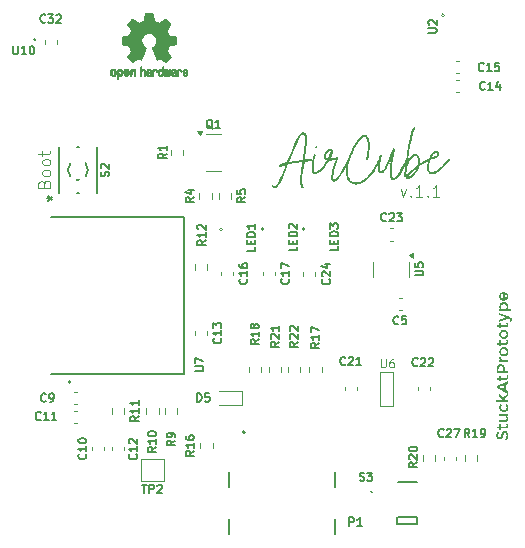
<source format=gbr>
%TF.GenerationSoftware,KiCad,Pcbnew,9.0.1*%
%TF.CreationDate,2025-11-13T12:09:59-06:00*%
%TF.ProjectId,AirCube,41697243-7562-4652-9e6b-696361645f70,rev?*%
%TF.SameCoordinates,Original*%
%TF.FileFunction,Legend,Top*%
%TF.FilePolarity,Positive*%
%FSLAX46Y46*%
G04 Gerber Fmt 4.6, Leading zero omitted, Abs format (unit mm)*
G04 Created by KiCad (PCBNEW 9.0.1) date 2025-11-13 12:09:59*
%MOMM*%
%LPD*%
G01*
G04 APERTURE LIST*
%ADD10C,0.101600*%
%ADD11C,0.150000*%
%ADD12C,0.125000*%
%ADD13C,0.175000*%
%ADD14C,0.120000*%
%ADD15C,0.127000*%
%ADD16C,0.200000*%
%ADD17C,0.050000*%
%ADD18C,0.010000*%
%ADD19C,0.152400*%
%ADD20C,0.100000*%
G04 APERTURE END LIST*
D10*
X29038186Y-57752586D02*
X29086567Y-57607443D01*
X29086567Y-57607443D02*
X29134948Y-57559062D01*
X29134948Y-57559062D02*
X29231710Y-57510681D01*
X29231710Y-57510681D02*
X29376853Y-57510681D01*
X29376853Y-57510681D02*
X29473615Y-57559062D01*
X29473615Y-57559062D02*
X29521996Y-57607443D01*
X29521996Y-57607443D02*
X29570376Y-57704205D01*
X29570376Y-57704205D02*
X29570376Y-58091253D01*
X29570376Y-58091253D02*
X28554376Y-58091253D01*
X28554376Y-58091253D02*
X28554376Y-57752586D01*
X28554376Y-57752586D02*
X28602757Y-57655824D01*
X28602757Y-57655824D02*
X28651138Y-57607443D01*
X28651138Y-57607443D02*
X28747900Y-57559062D01*
X28747900Y-57559062D02*
X28844662Y-57559062D01*
X28844662Y-57559062D02*
X28941424Y-57607443D01*
X28941424Y-57607443D02*
X28989805Y-57655824D01*
X28989805Y-57655824D02*
X29038186Y-57752586D01*
X29038186Y-57752586D02*
X29038186Y-58091253D01*
X29570376Y-56930110D02*
X29521996Y-57026872D01*
X29521996Y-57026872D02*
X29473615Y-57075253D01*
X29473615Y-57075253D02*
X29376853Y-57123634D01*
X29376853Y-57123634D02*
X29086567Y-57123634D01*
X29086567Y-57123634D02*
X28989805Y-57075253D01*
X28989805Y-57075253D02*
X28941424Y-57026872D01*
X28941424Y-57026872D02*
X28893043Y-56930110D01*
X28893043Y-56930110D02*
X28893043Y-56784967D01*
X28893043Y-56784967D02*
X28941424Y-56688205D01*
X28941424Y-56688205D02*
X28989805Y-56639824D01*
X28989805Y-56639824D02*
X29086567Y-56591443D01*
X29086567Y-56591443D02*
X29376853Y-56591443D01*
X29376853Y-56591443D02*
X29473615Y-56639824D01*
X29473615Y-56639824D02*
X29521996Y-56688205D01*
X29521996Y-56688205D02*
X29570376Y-56784967D01*
X29570376Y-56784967D02*
X29570376Y-56930110D01*
X29570376Y-56010872D02*
X29521996Y-56107634D01*
X29521996Y-56107634D02*
X29473615Y-56156015D01*
X29473615Y-56156015D02*
X29376853Y-56204396D01*
X29376853Y-56204396D02*
X29086567Y-56204396D01*
X29086567Y-56204396D02*
X28989805Y-56156015D01*
X28989805Y-56156015D02*
X28941424Y-56107634D01*
X28941424Y-56107634D02*
X28893043Y-56010872D01*
X28893043Y-56010872D02*
X28893043Y-55865729D01*
X28893043Y-55865729D02*
X28941424Y-55768967D01*
X28941424Y-55768967D02*
X28989805Y-55720586D01*
X28989805Y-55720586D02*
X29086567Y-55672205D01*
X29086567Y-55672205D02*
X29376853Y-55672205D01*
X29376853Y-55672205D02*
X29473615Y-55720586D01*
X29473615Y-55720586D02*
X29521996Y-55768967D01*
X29521996Y-55768967D02*
X29570376Y-55865729D01*
X29570376Y-55865729D02*
X29570376Y-56010872D01*
X28893043Y-55381920D02*
X28893043Y-54994872D01*
X28554376Y-55236777D02*
X29425234Y-55236777D01*
X29425234Y-55236777D02*
X29521996Y-55188396D01*
X29521996Y-55188396D02*
X29570376Y-55091634D01*
X29570376Y-55091634D02*
X29570376Y-54994872D01*
G36*
X51068000Y-53401267D02*
G01*
X51130840Y-53435175D01*
X51184668Y-53490312D01*
X51230181Y-53571671D01*
X51269017Y-53691853D01*
X51295260Y-53849701D01*
X51305041Y-54053928D01*
X51291754Y-54393821D01*
X51247644Y-54815478D01*
X51115509Y-55708674D01*
X51614253Y-55647735D01*
X51622923Y-55647735D01*
X51661362Y-55656584D01*
X51689114Y-55682793D01*
X51707920Y-55732365D01*
X51700269Y-55766842D01*
X51676768Y-55795725D01*
X51632205Y-55820415D01*
X51089131Y-55884528D01*
X50952477Y-56792135D01*
X50905003Y-57231800D01*
X50890928Y-57573834D01*
X50896624Y-57732118D01*
X50911688Y-57851172D01*
X50941462Y-57953534D01*
X50979588Y-58013471D01*
X50995138Y-58043396D01*
X50999982Y-58071845D01*
X50993689Y-58102510D01*
X50973726Y-58132051D01*
X50945292Y-58153132D01*
X50914986Y-58159773D01*
X50884389Y-58152958D01*
X50853436Y-58130708D01*
X50802243Y-58060150D01*
X50759774Y-57951442D01*
X50729686Y-57791063D01*
X50718004Y-57562599D01*
X50731099Y-57237533D01*
X50775279Y-56819246D01*
X50910345Y-55905167D01*
X50294851Y-55997421D01*
X49725889Y-56108255D01*
X49471824Y-56747004D01*
X49228489Y-57298572D01*
X49079547Y-57589520D01*
X48950542Y-57798581D01*
X48839150Y-57942352D01*
X48742951Y-58035344D01*
X48659254Y-58089728D01*
X48584909Y-58114832D01*
X48528244Y-58120572D01*
X48484577Y-58115971D01*
X48431646Y-58100666D01*
X48379758Y-58073698D01*
X48323935Y-58027027D01*
X48303914Y-57996295D01*
X48297679Y-57965600D01*
X48304033Y-57935275D01*
X48324057Y-57906859D01*
X48352851Y-57886970D01*
X48385484Y-57880481D01*
X48413838Y-57886571D01*
X48444103Y-57906737D01*
X48493288Y-57941337D01*
X48528000Y-57950457D01*
X48590920Y-57930280D01*
X48661025Y-57884366D01*
X48741046Y-57804299D01*
X48833182Y-57678859D01*
X48934935Y-57508870D01*
X49046366Y-57294263D01*
X49168161Y-57027951D01*
X49339963Y-56617419D01*
X49520847Y-56158080D01*
X49282061Y-56223459D01*
X49000366Y-56315373D01*
X48967515Y-56324288D01*
X48928867Y-56315612D01*
X48901172Y-56290113D01*
X48882519Y-56242344D01*
X48896179Y-56195938D01*
X48940771Y-56157348D01*
X49269854Y-56050592D01*
X49596929Y-55961709D01*
X49614137Y-55917623D01*
X49799040Y-55917623D01*
X50318643Y-55817991D01*
X50936723Y-55729190D01*
X51073377Y-54822927D01*
X51120810Y-54384166D01*
X51134926Y-54039884D01*
X51124280Y-53817096D01*
X51098523Y-53682032D01*
X51065018Y-53606975D01*
X51027590Y-53570508D01*
X50984961Y-53559825D01*
X50943244Y-53569818D01*
X50880669Y-53608185D01*
X50816909Y-53670388D01*
X50722278Y-53796008D01*
X50626577Y-53952735D01*
X50498796Y-54198276D01*
X50195582Y-54897265D01*
X49863764Y-55742501D01*
X49799040Y-55917623D01*
X49614137Y-55917623D01*
X49705373Y-55683883D01*
X49980901Y-54972976D01*
X50204849Y-54431406D01*
X50360783Y-54091955D01*
X50496515Y-53837870D01*
X50614200Y-53653736D01*
X50721001Y-53524568D01*
X50818049Y-53443936D01*
X50907728Y-53400511D01*
X50993387Y-53386901D01*
X51068000Y-53401267D01*
G37*
G36*
X52004553Y-56962128D02*
G01*
X51926553Y-56953040D01*
X51863364Y-56927389D01*
X51811601Y-56885558D01*
X51752062Y-56799818D01*
X51709874Y-56685279D01*
X51686833Y-56558504D01*
X51678855Y-56418199D01*
X51685721Y-56243050D01*
X51706943Y-56056842D01*
X51737945Y-55872473D01*
X51772766Y-55706720D01*
X51839811Y-55438053D01*
X51872051Y-55314588D01*
X51911509Y-55267589D01*
X51959979Y-55253161D01*
X52006712Y-55267539D01*
X52032655Y-55295656D01*
X52042044Y-55341210D01*
X52039113Y-55361482D01*
X51984349Y-55557999D01*
X51916015Y-55852288D01*
X51877761Y-56061318D01*
X51855934Y-56252220D01*
X51848970Y-56426625D01*
X51859489Y-56587113D01*
X51886095Y-56694316D01*
X51918073Y-56751080D01*
X51957725Y-56781844D01*
X52007362Y-56792135D01*
X52077788Y-56776806D01*
X52177685Y-56719820D01*
X52319748Y-56598328D01*
X52516710Y-56392505D01*
X52730321Y-56138785D01*
X52932819Y-55875038D01*
X53100959Y-55638087D01*
X53135839Y-55608948D01*
X53171301Y-55600108D01*
X53209537Y-55609132D01*
X53237386Y-55636081D01*
X53256420Y-55687547D01*
X53241765Y-55737616D01*
X53101570Y-55932400D01*
X52777093Y-56353597D01*
X52539870Y-56619394D01*
X52353231Y-56792527D01*
X52207600Y-56895511D01*
X52094140Y-56947216D01*
X52004553Y-56962128D01*
G37*
G36*
X52077215Y-54754539D02*
G01*
X52046764Y-54747950D01*
X52017131Y-54726817D01*
X51996147Y-54696791D01*
X51989410Y-54663925D01*
X51995998Y-54633474D01*
X52017131Y-54603841D01*
X52046773Y-54582611D01*
X52077215Y-54575997D01*
X52110072Y-54582760D01*
X52140108Y-54603841D01*
X52161338Y-54633483D01*
X52167951Y-54663925D01*
X52161189Y-54696782D01*
X52140108Y-54726817D01*
X52110082Y-54747802D01*
X52077215Y-54754539D01*
G37*
G36*
X53327957Y-54793662D02*
G01*
X53371214Y-54814501D01*
X53405773Y-54844466D01*
X53427023Y-54871775D01*
X53452349Y-54940313D01*
X53461095Y-55019176D01*
X53454224Y-55121305D01*
X53432483Y-55234468D01*
X53393806Y-55360383D01*
X53284385Y-55633691D01*
X53494312Y-55611343D01*
X53642099Y-55583010D01*
X53834054Y-55535872D01*
X53851395Y-55532941D01*
X53882398Y-55539220D01*
X53913189Y-55559319D01*
X53935261Y-55588316D01*
X53942376Y-55621235D01*
X53936636Y-55649933D01*
X53764567Y-56121566D01*
X53670432Y-56416368D01*
X53585537Y-56719839D01*
X53538522Y-56926602D01*
X53513420Y-57093551D01*
X53505914Y-57226887D01*
X53513068Y-57320382D01*
X53530826Y-57379417D01*
X53544125Y-57400475D01*
X53569173Y-57407627D01*
X53600758Y-57398782D01*
X53673586Y-57357679D01*
X53755513Y-57289186D01*
X53894993Y-57134685D01*
X54045817Y-56935756D01*
X54268196Y-56603702D01*
X54526849Y-56171636D01*
X54714183Y-55834581D01*
X54788311Y-55694630D01*
X54824840Y-55658659D01*
X54864637Y-55647735D01*
X54894940Y-55654093D01*
X54923255Y-55674113D01*
X54943135Y-55702823D01*
X54949633Y-55735540D01*
X54938154Y-55776451D01*
X54781228Y-56067588D01*
X54621889Y-56350445D01*
X54414619Y-56694560D01*
X54183849Y-57036352D01*
X54015526Y-57253265D01*
X53853641Y-57425271D01*
X53744417Y-57511552D01*
X53640023Y-57563788D01*
X53569173Y-57577742D01*
X53493419Y-57565895D01*
X53435559Y-57532373D01*
X53391120Y-57475526D01*
X53361297Y-57405326D01*
X53342465Y-57323220D01*
X53335799Y-57226887D01*
X53343271Y-57078223D01*
X53367475Y-56904258D01*
X53411392Y-56701399D01*
X53491619Y-56405549D01*
X53576500Y-56135854D01*
X53716695Y-55743845D01*
X53458845Y-55791705D01*
X53233339Y-55806615D01*
X53100200Y-55798774D01*
X52992159Y-55777181D01*
X52904915Y-55744080D01*
X52834856Y-55700736D01*
X52774188Y-55642711D01*
X52732056Y-55578023D01*
X52706616Y-55505272D01*
X52698133Y-55424986D01*
X52867951Y-55424986D01*
X52882972Y-55505830D01*
X52905499Y-55541891D01*
X52948918Y-55577149D01*
X53006768Y-55603155D01*
X53099494Y-55624898D01*
X53193873Y-55397262D01*
X53256184Y-55196412D01*
X53290980Y-55018932D01*
X53286857Y-54981545D01*
X53278279Y-54967763D01*
X53265701Y-54958848D01*
X53208797Y-54967443D01*
X53146002Y-54995337D01*
X53074825Y-55047630D01*
X52983419Y-55145441D01*
X52909473Y-55264518D01*
X52880408Y-55336448D01*
X52867951Y-55424986D01*
X52698133Y-55424986D01*
X52697836Y-55422177D01*
X52705986Y-55341240D01*
X52732066Y-55250930D01*
X52779413Y-55148991D01*
X52839335Y-55053983D01*
X52909556Y-54968857D01*
X52990561Y-54892903D01*
X53081246Y-54832190D01*
X53172636Y-54797381D01*
X53266922Y-54785924D01*
X53327957Y-54793662D01*
G37*
G36*
X55465718Y-57829556D02*
G01*
X55298901Y-57815163D01*
X55148652Y-57773281D01*
X55011793Y-57704382D01*
X54919962Y-57635975D01*
X54837841Y-57552447D01*
X54764926Y-57452308D01*
X54701238Y-57333499D01*
X54641120Y-57165976D01*
X54602628Y-56967260D01*
X54588886Y-56731685D01*
X54597443Y-56525338D01*
X54624441Y-56296424D01*
X54672092Y-56042545D01*
X54742882Y-55761186D01*
X54857922Y-55400700D01*
X55000438Y-55041087D01*
X55171406Y-54681632D01*
X55342407Y-54372164D01*
X55503355Y-54125814D01*
X55654762Y-53933517D01*
X55788542Y-53796262D01*
X55904376Y-53705843D01*
X56005411Y-53652183D01*
X56095010Y-53627480D01*
X56148377Y-53624672D01*
X56245406Y-53637526D01*
X56332167Y-53675556D01*
X56411671Y-53740809D01*
X56471461Y-53826711D01*
X56520687Y-53936141D01*
X56557972Y-54073956D01*
X56589281Y-54290007D01*
X56600104Y-54526782D01*
X56592374Y-54788930D01*
X56569330Y-55046287D01*
X56509124Y-55474689D01*
X56474075Y-55672281D01*
X56451610Y-55711141D01*
X56423711Y-55732331D01*
X56388712Y-55739448D01*
X56355945Y-55729770D01*
X56328872Y-55713070D01*
X56310682Y-55688432D01*
X56304082Y-55651643D01*
X56304082Y-55640041D01*
X56341510Y-55436282D01*
X56385170Y-55140565D01*
X56416736Y-54828907D01*
X56427180Y-54521165D01*
X56420110Y-54314995D01*
X56400680Y-54145764D01*
X56363362Y-53993344D01*
X56313485Y-53888698D01*
X56266908Y-53835980D01*
X56211174Y-53805349D01*
X56143126Y-53794787D01*
X56066758Y-53815210D01*
X55976949Y-53865331D01*
X55869387Y-53955094D01*
X55739881Y-54097404D01*
X55594531Y-54292167D01*
X55442789Y-54532600D01*
X55284490Y-54825247D01*
X55144924Y-55125590D01*
X55020433Y-55442575D01*
X54911287Y-55777184D01*
X54844039Y-56035296D01*
X54797607Y-56279660D01*
X54770591Y-56511419D01*
X54761810Y-56731685D01*
X54772629Y-56922930D01*
X54805041Y-57111116D01*
X54842132Y-57231828D01*
X54894025Y-57339440D01*
X54960746Y-57435593D01*
X55043592Y-57516485D01*
X55148382Y-57581911D01*
X55279239Y-57631598D01*
X55373903Y-57650470D01*
X55465718Y-57656632D01*
X55604363Y-57644874D01*
X55743165Y-57609143D01*
X55883862Y-57547822D01*
X56017384Y-57469289D01*
X56149856Y-57374319D01*
X56281612Y-57261692D01*
X56466178Y-57076105D01*
X56640648Y-56870415D01*
X56802656Y-56654875D01*
X56948272Y-56442623D01*
X57081627Y-56231989D01*
X57188729Y-56049759D01*
X57345289Y-55759110D01*
X57404030Y-55638698D01*
X57440568Y-55602628D01*
X57480355Y-55591681D01*
X57508716Y-55597488D01*
X57538974Y-55616594D01*
X57560849Y-55644803D01*
X57568161Y-55679975D01*
X57562543Y-55705743D01*
X57509054Y-55815530D01*
X57366294Y-56082976D01*
X57147941Y-56451172D01*
X57015868Y-56651721D01*
X56865108Y-56859912D01*
X56664521Y-57108415D01*
X56477433Y-57309525D01*
X56302734Y-57469153D01*
X56139218Y-57592641D01*
X55955814Y-57701353D01*
X55783931Y-57774364D01*
X55621347Y-57816082D01*
X55465718Y-57829556D01*
G37*
G36*
X58603628Y-57449026D02*
G01*
X58537616Y-57437392D01*
X58481394Y-57408902D01*
X58432615Y-57362282D01*
X58390526Y-57293565D01*
X58355981Y-57189215D01*
X58330261Y-57020253D01*
X58319940Y-56762459D01*
X58326877Y-56495224D01*
X58349249Y-56182993D01*
X58382105Y-55881143D01*
X58413363Y-55679609D01*
X58327390Y-55879766D01*
X58167848Y-56217240D01*
X58029646Y-56463374D01*
X57910395Y-56635970D01*
X57807686Y-56750778D01*
X57718935Y-56821309D01*
X57641183Y-56858451D01*
X57570969Y-56869804D01*
X57476183Y-56845806D01*
X57404064Y-56799553D01*
X57349808Y-56729731D01*
X57314488Y-56644795D01*
X57290761Y-56532158D01*
X57281908Y-56384738D01*
X57292145Y-56178288D01*
X57323918Y-55957435D01*
X57410746Y-55568112D01*
X57469609Y-55356475D01*
X57492187Y-55318522D01*
X57519868Y-55300370D01*
X57555094Y-55297979D01*
X57599286Y-55311468D01*
X57622329Y-55331285D01*
X57630931Y-55357697D01*
X57633862Y-55405812D01*
X57581726Y-55588001D01*
X57516259Y-55863524D01*
X57479475Y-56059600D01*
X57458631Y-56236428D01*
X57452023Y-56395851D01*
X57459767Y-56525024D01*
X57479378Y-56612006D01*
X57503634Y-56658833D01*
X57534733Y-56685733D01*
X57574145Y-56697002D01*
X57611790Y-56686255D01*
X57682344Y-56640216D01*
X57756807Y-56563497D01*
X57877128Y-56392187D01*
X58000090Y-56173522D01*
X58172051Y-55809546D01*
X58324411Y-55441137D01*
X58439131Y-55136779D01*
X58549773Y-54821706D01*
X58589499Y-54781194D01*
X58631960Y-54769071D01*
X58678883Y-54784921D01*
X58704711Y-54813184D01*
X58713904Y-54856999D01*
X58713904Y-54868478D01*
X58650504Y-55231392D01*
X58571144Y-55765338D01*
X58526122Y-56143052D01*
X58500810Y-56476867D01*
X58492864Y-56770764D01*
X58497778Y-56940595D01*
X58510938Y-57072159D01*
X58536494Y-57187802D01*
X58567602Y-57255341D01*
X58592515Y-57276102D01*
X58660801Y-57262622D01*
X58743344Y-57216164D01*
X58846039Y-57122962D01*
X58985465Y-56955263D01*
X59141817Y-56725212D01*
X59290029Y-56473842D01*
X59438206Y-56193984D01*
X59576736Y-55907383D01*
X59699790Y-55630150D01*
X59737097Y-55589909D01*
X59778925Y-55577759D01*
X59809338Y-55583809D01*
X59837543Y-55602672D01*
X59857511Y-55629790D01*
X59863921Y-55659947D01*
X59858304Y-55691454D01*
X59734961Y-55966228D01*
X59600754Y-56244760D01*
X59424162Y-56576835D01*
X59226067Y-56907517D01*
X59058282Y-57138789D01*
X58916570Y-57291988D01*
X58796660Y-57385496D01*
X58694011Y-57434278D01*
X58603628Y-57449026D01*
G37*
G36*
X60436674Y-52959287D02*
G01*
X60465346Y-52986258D01*
X60486008Y-53037756D01*
X60473578Y-53079427D01*
X60432641Y-53114815D01*
X60412247Y-53144612D01*
X60358391Y-53269176D01*
X60273272Y-53556894D01*
X60175832Y-53975004D01*
X60049424Y-54608604D01*
X59849755Y-55749584D01*
X59903100Y-55649990D01*
X59985188Y-55534528D01*
X60083570Y-55426711D01*
X60196092Y-55333517D01*
X60279070Y-55284954D01*
X60362661Y-55256832D01*
X60448517Y-55247543D01*
X60540331Y-55257868D01*
X60621922Y-55288054D01*
X60695780Y-55338670D01*
X60763346Y-55412529D01*
X60814919Y-55497219D01*
X60853204Y-55596146D01*
X60877475Y-55711854D01*
X60886078Y-55847404D01*
X60881821Y-55972604D01*
X60871057Y-56057452D01*
X61223011Y-55839954D01*
X61511339Y-55678998D01*
X61647138Y-55606092D01*
X61685240Y-55597299D01*
X61715790Y-55603611D01*
X61745324Y-55623677D01*
X61766405Y-55652111D01*
X61773046Y-55682418D01*
X61761656Y-55721884D01*
X61723586Y-55758499D01*
X61584979Y-55834092D01*
X61246458Y-56028510D01*
X60809996Y-56303161D01*
X60747713Y-56470589D01*
X60665175Y-56640021D01*
X60560868Y-56812163D01*
X60440163Y-56972622D01*
X60300378Y-57120104D01*
X60140282Y-57255219D01*
X60043275Y-57320299D01*
X59968579Y-57357801D01*
X59897170Y-57380896D01*
X59844138Y-57387477D01*
X59778897Y-57376190D01*
X59732397Y-57344612D01*
X59699424Y-57302847D01*
X59687825Y-57270215D01*
X59683548Y-57226887D01*
X59684843Y-57217368D01*
X59854657Y-57217368D01*
X59907030Y-57197944D01*
X59957825Y-57171781D01*
X60040509Y-57117344D01*
X60223126Y-56957791D01*
X60372679Y-56787983D01*
X60494084Y-56611096D01*
X60563189Y-56473642D01*
X60390550Y-56602594D01*
X60206350Y-56758185D01*
X60038119Y-56926359D01*
X59917411Y-57083639D01*
X59867463Y-57176329D01*
X59854657Y-57217368D01*
X59684843Y-57217368D01*
X59690819Y-57173442D01*
X59717139Y-57096991D01*
X59770865Y-56989727D01*
X59867106Y-56862601D01*
X59991399Y-56727420D01*
X60147854Y-56583307D01*
X60397417Y-56382723D01*
X60666137Y-56192030D01*
X60703800Y-56018069D01*
X60715963Y-55853021D01*
X60709666Y-55748386D01*
X60690928Y-55647247D01*
X60656585Y-55554396D01*
X60606786Y-55482505D01*
X60563570Y-55446895D01*
X60511682Y-55425263D01*
X60448517Y-55417658D01*
X60381141Y-55429309D01*
X60307955Y-55467240D01*
X60214946Y-55544939D01*
X60123925Y-55647719D01*
X60034769Y-55779748D01*
X59921495Y-55985742D01*
X59836566Y-56172002D01*
X59771368Y-56341847D01*
X59752913Y-56404888D01*
X59643736Y-57121130D01*
X59631744Y-57154635D01*
X59608688Y-57176817D01*
X59578374Y-57190058D01*
X59546772Y-57194403D01*
X59503876Y-57169821D01*
X59481080Y-57141032D01*
X59473621Y-57106598D01*
X59473621Y-57097927D01*
X59655654Y-55912390D01*
X59885170Y-54548398D01*
X60014631Y-53907259D01*
X60114515Y-53487773D01*
X60210406Y-53184166D01*
X60273517Y-53047892D01*
X60323712Y-52983017D01*
X60363997Y-52954934D01*
X60398447Y-52950317D01*
X60436674Y-52959287D01*
G37*
G36*
X62327556Y-54993055D02*
G01*
X62394190Y-55026513D01*
X62442960Y-55075671D01*
X62476310Y-55143153D01*
X62493196Y-55234598D01*
X62484243Y-55309171D01*
X62457362Y-55379452D01*
X62411008Y-55447212D01*
X62312863Y-55527024D01*
X62199798Y-55588421D01*
X62069434Y-55631615D01*
X61879610Y-55671758D01*
X61778541Y-55683394D01*
X61692474Y-55959943D01*
X61645691Y-56193372D01*
X61631385Y-56390233D01*
X61637699Y-56507612D01*
X61653953Y-56589913D01*
X61676936Y-56645711D01*
X61729153Y-56713599D01*
X61785868Y-56749026D01*
X61848399Y-56766990D01*
X61901639Y-56772473D01*
X61953733Y-56769318D01*
X61987247Y-56761482D01*
X62108928Y-56717884D01*
X62242558Y-56645745D01*
X62390491Y-56539588D01*
X62598247Y-56359993D01*
X62797034Y-56162355D01*
X62979622Y-55962376D01*
X63112840Y-55805882D01*
X63241556Y-55643705D01*
X63275788Y-55618884D01*
X63309089Y-55611343D01*
X63339413Y-55617697D01*
X63367829Y-55637721D01*
X63387850Y-55666036D01*
X63394207Y-55696339D01*
X63390160Y-55719629D01*
X63376744Y-55746043D01*
X63298220Y-55849846D01*
X63111985Y-56075282D01*
X62848813Y-56360924D01*
X62697834Y-56506279D01*
X62539235Y-56642414D01*
X62373774Y-56763898D01*
X62212438Y-56858325D01*
X62100555Y-56906666D01*
X61997557Y-56933904D01*
X61901639Y-56942588D01*
X61804277Y-56933078D01*
X61719791Y-56905713D01*
X61645558Y-56860902D01*
X61579849Y-56797264D01*
X61529376Y-56722147D01*
X61491521Y-56631050D01*
X61467198Y-56520780D01*
X61458461Y-56387424D01*
X61467612Y-56231515D01*
X61497784Y-56042431D01*
X61560563Y-55799126D01*
X61629261Y-55600348D01*
X61675608Y-55498747D01*
X61857920Y-55498747D01*
X61945630Y-55484737D01*
X62072365Y-55452096D01*
X62157337Y-55420176D01*
X62226444Y-55380281D01*
X62282048Y-55332784D01*
X62313158Y-55283531D01*
X62323080Y-55231912D01*
X62314099Y-55185557D01*
X62290314Y-55159650D01*
X62248586Y-55149113D01*
X62199081Y-55156016D01*
X62138851Y-55179276D01*
X62064672Y-55224096D01*
X62000748Y-55280779D01*
X61932031Y-55369237D01*
X61857920Y-55498747D01*
X61675608Y-55498747D01*
X61702459Y-55439884D01*
X61792659Y-55287336D01*
X61880667Y-55173011D01*
X61966608Y-55090251D01*
X62064964Y-55023791D01*
X62154345Y-54987556D01*
X62237595Y-54976189D01*
X62327556Y-54993055D01*
G37*
G36*
X67480767Y-79066346D02*
G01*
X67484331Y-79113351D01*
X67494250Y-79151865D01*
X67509771Y-79183461D01*
X67532213Y-79208603D01*
X67560659Y-79223594D01*
X67597088Y-79228890D01*
X67633603Y-79223632D01*
X67662819Y-79208623D01*
X67686542Y-79183339D01*
X67704103Y-79150183D01*
X67726364Y-79088980D01*
X67754075Y-78987273D01*
X67784035Y-78888770D01*
X67818563Y-78814594D01*
X67856657Y-78760066D01*
X67892198Y-78727490D01*
X67935393Y-78703702D01*
X67987839Y-78688640D01*
X68051746Y-78683251D01*
X68114133Y-78689528D01*
X68168803Y-78707682D01*
X68217389Y-78737609D01*
X68260940Y-78780399D01*
X68294978Y-78830771D01*
X68319949Y-78888977D01*
X68335641Y-78956446D01*
X68341174Y-79034961D01*
X68334758Y-79125167D01*
X68315802Y-79210354D01*
X68284338Y-79291509D01*
X68239853Y-79369452D01*
X68181317Y-79444801D01*
X68053822Y-79338799D01*
X68112936Y-79259740D01*
X68152808Y-79182777D01*
X68175837Y-79106870D01*
X68183393Y-79030748D01*
X68179177Y-78978940D01*
X68167590Y-78937907D01*
X68149626Y-78905451D01*
X68124277Y-78879497D01*
X68094918Y-78864399D01*
X68060111Y-78859228D01*
X68025223Y-78864221D01*
X67996862Y-78878551D01*
X67973405Y-78902765D01*
X67946358Y-78955266D01*
X67916496Y-79053890D01*
X67889895Y-79154693D01*
X67868869Y-79217655D01*
X67843491Y-79271081D01*
X67811960Y-79317367D01*
X67775656Y-79354664D01*
X67731028Y-79381688D01*
X67676329Y-79398752D01*
X67608995Y-79404867D01*
X67542530Y-79398237D01*
X67486578Y-79379383D01*
X67438972Y-79348804D01*
X67398335Y-79305582D01*
X67366680Y-79254397D01*
X67343663Y-79197166D01*
X67329369Y-79132851D01*
X67324391Y-79060179D01*
X67332046Y-78966868D01*
X67355287Y-78873456D01*
X67379232Y-78813445D01*
X67408651Y-78759821D01*
X67443520Y-78711950D01*
X67571320Y-78802442D01*
X67535830Y-78852471D01*
X67505863Y-78920961D01*
X67486913Y-78994934D01*
X67480767Y-79066346D01*
G37*
G36*
X67711638Y-78325069D02*
G01*
X68087405Y-78325069D01*
X68121366Y-78321735D01*
X68148676Y-78312440D01*
X68170753Y-78297653D01*
X68187538Y-78277501D01*
X68197892Y-78252357D01*
X68201589Y-78220717D01*
X68196574Y-78189642D01*
X68180685Y-78157729D01*
X68151336Y-78123813D01*
X68265458Y-78057318D01*
X68299453Y-78101872D01*
X68322808Y-78147154D01*
X68336573Y-78193754D01*
X68341174Y-78242454D01*
X68336712Y-78291515D01*
X68323680Y-78335942D01*
X68302111Y-78376696D01*
X68271381Y-78414462D01*
X68234370Y-78444991D01*
X68191496Y-78467058D01*
X68141618Y-78480816D01*
X68083192Y-78485659D01*
X67711638Y-78485659D01*
X67711638Y-78579448D01*
X67581823Y-78579448D01*
X67581823Y-78485659D01*
X67348204Y-78485659D01*
X67348204Y-78325069D01*
X67581823Y-78325069D01*
X67581823Y-78129248D01*
X67711638Y-78129248D01*
X67711638Y-78325069D01*
G37*
G36*
X67986655Y-77416425D02*
G01*
X67581823Y-77416425D01*
X67581823Y-77255835D01*
X68330000Y-77255835D01*
X68330000Y-77416425D01*
X68199940Y-77416425D01*
X68238525Y-77442568D01*
X68272351Y-77476034D01*
X68301728Y-77517663D01*
X68323694Y-77563592D01*
X68336772Y-77611483D01*
X68341174Y-77662072D01*
X68335969Y-77724492D01*
X68321093Y-77778523D01*
X68297081Y-77825672D01*
X68263688Y-77867053D01*
X68222765Y-77899928D01*
X68173109Y-77924229D01*
X68112917Y-77939719D01*
X68039839Y-77945272D01*
X67581823Y-77945272D01*
X67581823Y-77784621D01*
X67992273Y-77784621D01*
X68060972Y-77778790D01*
X68111490Y-77763239D01*
X68148146Y-77739795D01*
X68173931Y-77708646D01*
X68190105Y-77668311D01*
X68195971Y-77615910D01*
X68189977Y-77564326D01*
X68172371Y-77518140D01*
X68142665Y-77475959D01*
X68114167Y-77450766D01*
X68079586Y-77432313D01*
X68037655Y-77420612D01*
X67986655Y-77416425D01*
G37*
G36*
X68341174Y-76701038D02*
G01*
X68334399Y-76777124D01*
X68314582Y-76846379D01*
X68281766Y-76910210D01*
X68235050Y-76969644D01*
X68190339Y-77009850D01*
X68140997Y-77040935D01*
X68086370Y-77063413D01*
X68025535Y-77077301D01*
X67957346Y-77082117D01*
X67889416Y-77077141D01*
X67828560Y-77062755D01*
X67773636Y-77039383D01*
X67723737Y-77006911D01*
X67678237Y-76964698D01*
X67631262Y-76902939D01*
X67597942Y-76835519D01*
X67577638Y-76761271D01*
X67570648Y-76678628D01*
X67575504Y-76612270D01*
X67589696Y-76551246D01*
X67613017Y-76494647D01*
X67645730Y-76441741D01*
X67688557Y-76392009D01*
X67804816Y-76486714D01*
X67765709Y-76538551D01*
X67739662Y-76587764D01*
X67724817Y-76635101D01*
X67720003Y-76681437D01*
X67727270Y-76743771D01*
X67748592Y-76799417D01*
X67784544Y-76850087D01*
X67819120Y-76881334D01*
X67857777Y-76903394D01*
X67901350Y-76916860D01*
X67951057Y-76921528D01*
X68000716Y-76916987D01*
X68045436Y-76903750D01*
X68086224Y-76881881D01*
X68123797Y-76850758D01*
X68154851Y-76813200D01*
X68176726Y-76772201D01*
X68190002Y-76727019D01*
X68194567Y-76676613D01*
X68189036Y-76627558D01*
X68172155Y-76579062D01*
X68142707Y-76530108D01*
X68098518Y-76479937D01*
X68202199Y-76384987D01*
X68253616Y-76443478D01*
X68292292Y-76503725D01*
X68319425Y-76566227D01*
X68335683Y-76631701D01*
X68341174Y-76701038D01*
G37*
G36*
X68330000Y-76066556D02*
G01*
X68330000Y-76227145D01*
X67287998Y-76227145D01*
X67287998Y-76066556D01*
X67895064Y-76066556D01*
X67581823Y-75767175D01*
X67581823Y-75560301D01*
X67879127Y-75844966D01*
X68330000Y-75540212D01*
X68330000Y-75735179D01*
X68005157Y-75955486D01*
X68117569Y-76066556D01*
X68330000Y-76066556D01*
G37*
G36*
X68330000Y-74665151D02*
G01*
X68107555Y-74763093D01*
X68107555Y-75250174D01*
X68330000Y-75348115D01*
X68330000Y-75528672D01*
X67348204Y-75096057D01*
X67348204Y-75006664D01*
X67555017Y-75006664D01*
X67951179Y-75181297D01*
X67951179Y-74831969D01*
X67555017Y-75006664D01*
X67348204Y-75006664D01*
X67348204Y-74917210D01*
X68330000Y-74484595D01*
X68330000Y-74665151D01*
G37*
G36*
X67711638Y-74212997D02*
G01*
X68087405Y-74212997D01*
X68121366Y-74209663D01*
X68148676Y-74200367D01*
X68170753Y-74185580D01*
X68187538Y-74165428D01*
X68197892Y-74140285D01*
X68201589Y-74108644D01*
X68196574Y-74077570D01*
X68180685Y-74045656D01*
X68151336Y-74011741D01*
X68265458Y-73945245D01*
X68299453Y-73989800D01*
X68322808Y-74035081D01*
X68336573Y-74081682D01*
X68341174Y-74130382D01*
X68336712Y-74179442D01*
X68323680Y-74223870D01*
X68302111Y-74264623D01*
X68271381Y-74302390D01*
X68234370Y-74332919D01*
X68191496Y-74354986D01*
X68141618Y-74368744D01*
X68083192Y-74373586D01*
X67711638Y-74373586D01*
X67711638Y-74467376D01*
X67581823Y-74467376D01*
X67581823Y-74373586D01*
X67348204Y-74373586D01*
X67348204Y-74212997D01*
X67581823Y-74212997D01*
X67581823Y-74017175D01*
X67711638Y-74017175D01*
X67711638Y-74212997D01*
G37*
G36*
X67771059Y-73040866D02*
G01*
X67831718Y-73054517D01*
X67882462Y-73075906D01*
X67924894Y-73104619D01*
X67960155Y-73140893D01*
X67993714Y-73194504D01*
X68019700Y-73263423D01*
X68036885Y-73351161D01*
X68043197Y-73461889D01*
X68043197Y-73633408D01*
X68330000Y-73633408D01*
X68330000Y-73802424D01*
X67348204Y-73802424D01*
X67348204Y-73467445D01*
X67501772Y-73467445D01*
X67501772Y-73633408D01*
X67889569Y-73633408D01*
X67889569Y-73443693D01*
X67885344Y-73373019D01*
X67874228Y-73321268D01*
X67858033Y-73284198D01*
X67837728Y-73258374D01*
X67800170Y-73232265D01*
X67750572Y-73215418D01*
X67685321Y-73209220D01*
X67635533Y-73213723D01*
X67596724Y-73226070D01*
X67566514Y-73245285D01*
X67543293Y-73271502D01*
X67522111Y-73315314D01*
X67507421Y-73378551D01*
X67501772Y-73467445D01*
X67348204Y-73467445D01*
X67348204Y-73464698D01*
X67354815Y-73350114D01*
X67372698Y-73260637D01*
X67399558Y-73191509D01*
X67434056Y-73138756D01*
X67470240Y-73103244D01*
X67513462Y-73075092D01*
X67564833Y-73054122D01*
X67625891Y-73040756D01*
X67698510Y-73035990D01*
X67771059Y-73040866D01*
G37*
G36*
X67732643Y-72475087D02*
G01*
X67737820Y-72531679D01*
X67752349Y-72578210D01*
X67775487Y-72616693D01*
X67807564Y-72648499D01*
X67846096Y-72672910D01*
X67891614Y-72691077D01*
X67945413Y-72702637D01*
X68009064Y-72706751D01*
X68330000Y-72706751D01*
X68330000Y-72867341D01*
X67581823Y-72867341D01*
X67581823Y-72706751D01*
X67725743Y-72706751D01*
X67685942Y-72680784D01*
X67649816Y-72647748D01*
X67617116Y-72606917D01*
X67591648Y-72561631D01*
X67576320Y-72514968D01*
X67570587Y-72466111D01*
X67732643Y-72464706D01*
X67732643Y-72475087D01*
G37*
G36*
X68034637Y-71594914D02*
G01*
X68105443Y-71615961D01*
X68169974Y-71650733D01*
X68229371Y-71700226D01*
X68278189Y-71759833D01*
X68312775Y-71825638D01*
X68333882Y-71898909D01*
X68341174Y-71981411D01*
X68333884Y-72063879D01*
X68312780Y-72137142D01*
X68278194Y-72202958D01*
X68229371Y-72262595D01*
X68169977Y-72312060D01*
X68105448Y-72346813D01*
X68034640Y-72367850D01*
X67955942Y-72375069D01*
X67877211Y-72367849D01*
X67806383Y-72346810D01*
X67741844Y-72312057D01*
X67682451Y-72262595D01*
X67633628Y-72202958D01*
X67599042Y-72137142D01*
X67577938Y-72063879D01*
X67570648Y-71981411D01*
X67714446Y-71981411D01*
X67718857Y-72030957D01*
X67731588Y-72074645D01*
X67752400Y-72113592D01*
X67781735Y-72148595D01*
X67817249Y-72177044D01*
X67857462Y-72197459D01*
X67903283Y-72210076D01*
X67955942Y-72214480D01*
X68008566Y-72210078D01*
X68054378Y-72197463D01*
X68094604Y-72177049D01*
X68130148Y-72148595D01*
X68159454Y-72113596D01*
X68180248Y-72074650D01*
X68192969Y-72030961D01*
X68197376Y-71981411D01*
X68192968Y-71931829D01*
X68180245Y-71888119D01*
X68159451Y-71849164D01*
X68130148Y-71814166D01*
X68094604Y-71785712D01*
X68054378Y-71765297D01*
X68008566Y-71752683D01*
X67955942Y-71748281D01*
X67903283Y-71752685D01*
X67857462Y-71765302D01*
X67817249Y-71785717D01*
X67781735Y-71814166D01*
X67752403Y-71849168D01*
X67731591Y-71888124D01*
X67718858Y-71931832D01*
X67714446Y-71981411D01*
X67570648Y-71981411D01*
X67577940Y-71898909D01*
X67599047Y-71825638D01*
X67633633Y-71759833D01*
X67682451Y-71700226D01*
X67741848Y-71650736D01*
X67806388Y-71615964D01*
X67877214Y-71594915D01*
X67955942Y-71587691D01*
X68034637Y-71594914D01*
G37*
G36*
X67711638Y-71228349D02*
G01*
X68087405Y-71228349D01*
X68121366Y-71225015D01*
X68148676Y-71215719D01*
X68170753Y-71200933D01*
X68187538Y-71180781D01*
X68197892Y-71155637D01*
X68201589Y-71123996D01*
X68196574Y-71092922D01*
X68180685Y-71061009D01*
X68151336Y-71027093D01*
X68265458Y-70960598D01*
X68299453Y-71005152D01*
X68322808Y-71050434D01*
X68336573Y-71097034D01*
X68341174Y-71145734D01*
X68336712Y-71194794D01*
X68323680Y-71239222D01*
X68302111Y-71279976D01*
X68271381Y-71317742D01*
X68234370Y-71348271D01*
X68191496Y-71370338D01*
X68141618Y-71384096D01*
X68083192Y-71388939D01*
X67711638Y-71388939D01*
X67711638Y-71482728D01*
X67581823Y-71482728D01*
X67581823Y-71388939D01*
X67348204Y-71388939D01*
X67348204Y-71228349D01*
X67581823Y-71228349D01*
X67581823Y-71032527D01*
X67711638Y-71032527D01*
X67711638Y-71228349D01*
G37*
G36*
X68034637Y-70114802D02*
G01*
X68105443Y-70135850D01*
X68169974Y-70170621D01*
X68229371Y-70220115D01*
X68278189Y-70279722D01*
X68312775Y-70345526D01*
X68333882Y-70418797D01*
X68341174Y-70501299D01*
X68333884Y-70583768D01*
X68312780Y-70657030D01*
X68278194Y-70722847D01*
X68229371Y-70782484D01*
X68169977Y-70831948D01*
X68105448Y-70866701D01*
X68034640Y-70887738D01*
X67955942Y-70894958D01*
X67877211Y-70887737D01*
X67806383Y-70866698D01*
X67741844Y-70831945D01*
X67682451Y-70782484D01*
X67633628Y-70722847D01*
X67599042Y-70657030D01*
X67577938Y-70583768D01*
X67570648Y-70501299D01*
X67714446Y-70501299D01*
X67718857Y-70550845D01*
X67731588Y-70594534D01*
X67752400Y-70633481D01*
X67781735Y-70668483D01*
X67817249Y-70696932D01*
X67857462Y-70717347D01*
X67903283Y-70729964D01*
X67955942Y-70734368D01*
X68008566Y-70729966D01*
X68054378Y-70717352D01*
X68094604Y-70696937D01*
X68130148Y-70668483D01*
X68159454Y-70633485D01*
X68180248Y-70594539D01*
X68192969Y-70550849D01*
X68197376Y-70501299D01*
X68192968Y-70451717D01*
X68180245Y-70408007D01*
X68159451Y-70369052D01*
X68130148Y-70334054D01*
X68094604Y-70305600D01*
X68054378Y-70285186D01*
X68008566Y-70272571D01*
X67955942Y-70268169D01*
X67903283Y-70272573D01*
X67857462Y-70285190D01*
X67817249Y-70305605D01*
X67781735Y-70334054D01*
X67752403Y-70369056D01*
X67731591Y-70408012D01*
X67718858Y-70451720D01*
X67714446Y-70501299D01*
X67570648Y-70501299D01*
X67577940Y-70418797D01*
X67599047Y-70345526D01*
X67633633Y-70279722D01*
X67682451Y-70220115D01*
X67741848Y-70170624D01*
X67806388Y-70135852D01*
X67877214Y-70114803D01*
X67955942Y-70107580D01*
X68034637Y-70114802D01*
G37*
G36*
X67711638Y-69748237D02*
G01*
X68087405Y-69748237D01*
X68121366Y-69744903D01*
X68148676Y-69735608D01*
X68170753Y-69720821D01*
X68187538Y-69700669D01*
X68197892Y-69675525D01*
X68201589Y-69643885D01*
X68196574Y-69612810D01*
X68180685Y-69580897D01*
X68151336Y-69546981D01*
X68265458Y-69480486D01*
X68299453Y-69525040D01*
X68322808Y-69570322D01*
X68336573Y-69616923D01*
X68341174Y-69665622D01*
X68336712Y-69714683D01*
X68323680Y-69759111D01*
X68302111Y-69799864D01*
X68271381Y-69837630D01*
X68234370Y-69868160D01*
X68191496Y-69890227D01*
X68141618Y-69903985D01*
X68083192Y-69908827D01*
X67711638Y-69908827D01*
X67711638Y-70002616D01*
X67581823Y-70002616D01*
X67581823Y-69908827D01*
X67348204Y-69908827D01*
X67348204Y-69748237D01*
X67581823Y-69748237D01*
X67581823Y-69552416D01*
X67711638Y-69552416D01*
X67711638Y-69748237D01*
G37*
G36*
X68626571Y-69264331D02*
G01*
X68621936Y-69314124D01*
X68608117Y-69361404D01*
X68584767Y-69406969D01*
X68550917Y-69451421D01*
X68420064Y-69378148D01*
X68447519Y-69342598D01*
X68462593Y-69309005D01*
X68467386Y-69276299D01*
X68463131Y-69243593D01*
X68450841Y-69216025D01*
X68430200Y-69192341D01*
X68404057Y-69174021D01*
X68377236Y-69163472D01*
X68349050Y-69159979D01*
X68263573Y-69190315D01*
X67581823Y-69461680D01*
X67581823Y-69289549D01*
X68126973Y-69068449D01*
X67581823Y-68847348D01*
X67581823Y-68675218D01*
X68468729Y-69037308D01*
X68514798Y-69062475D01*
X68553007Y-69093407D01*
X68584256Y-69130364D01*
X68607854Y-69172403D01*
X68621851Y-69216761D01*
X68626571Y-69264331D01*
G37*
G36*
X68036806Y-67799084D02*
G01*
X68110814Y-67819442D01*
X68175691Y-67852365D01*
X68232913Y-67898220D01*
X68281223Y-67954861D01*
X68314595Y-68014332D01*
X68334455Y-68077548D01*
X68341174Y-68145821D01*
X68333908Y-68213466D01*
X68312244Y-68276914D01*
X68275369Y-68337564D01*
X68221189Y-68396353D01*
X68601414Y-68396353D01*
X68601414Y-68556943D01*
X67581823Y-68556943D01*
X67581823Y-68396353D01*
X67707363Y-68396353D01*
X67656503Y-68356634D01*
X67618670Y-68313416D01*
X67592172Y-68266295D01*
X67576150Y-68214395D01*
X67572758Y-68178672D01*
X67711638Y-68178672D01*
X67716077Y-68223594D01*
X67729056Y-68264075D01*
X67750646Y-68301107D01*
X67781674Y-68335354D01*
X67818435Y-68362979D01*
X67859378Y-68382764D01*
X67905307Y-68394937D01*
X67957285Y-68399162D01*
X68009308Y-68394898D01*
X68054730Y-68382672D01*
X68094719Y-68362890D01*
X68130148Y-68335354D01*
X68159885Y-68301264D01*
X68180626Y-68264497D01*
X68193108Y-68224412D01*
X68197376Y-68180076D01*
X68189995Y-68121731D01*
X68168154Y-68069127D01*
X68130819Y-68020586D01*
X68095491Y-67991114D01*
X68055573Y-67970059D01*
X68010164Y-67957086D01*
X67958018Y-67952564D01*
X67905837Y-67956957D01*
X67859753Y-67969626D01*
X67818659Y-67990263D01*
X67781735Y-68019181D01*
X67750592Y-68054796D01*
X67728979Y-68092781D01*
X67716041Y-68133766D01*
X67711638Y-68178672D01*
X67572758Y-68178672D01*
X67570648Y-68156446D01*
X67577298Y-68083080D01*
X67596725Y-68016579D01*
X67628884Y-67955523D01*
X67674696Y-67898892D01*
X67729905Y-67852859D01*
X67793309Y-67819740D01*
X67866502Y-67799184D01*
X67951667Y-67791974D01*
X68036806Y-67799084D01*
G37*
G36*
X68026406Y-67502974D02*
G01*
X68075082Y-67492492D01*
X68117001Y-67468563D01*
X68153778Y-67429640D01*
X68181043Y-67382369D01*
X68197408Y-67330972D01*
X68202993Y-67274241D01*
X68196860Y-67205829D01*
X68179587Y-67148981D01*
X68152011Y-67101437D01*
X68113784Y-67061627D01*
X68214778Y-66969364D01*
X68259987Y-67020690D01*
X68294938Y-67077099D01*
X68320192Y-67139310D01*
X68335776Y-67208333D01*
X68341174Y-67285415D01*
X68334420Y-67362340D01*
X68314749Y-67431706D01*
X68282333Y-67494994D01*
X68236393Y-67553288D01*
X68192430Y-67592426D01*
X68143208Y-67622892D01*
X68087988Y-67645076D01*
X68025741Y-67658874D01*
X67955209Y-67663686D01*
X67884738Y-67658792D01*
X67822611Y-67644757D01*
X67767539Y-67622182D01*
X67718481Y-67591147D01*
X67674696Y-67551212D01*
X67628801Y-67491857D01*
X67596628Y-67428597D01*
X67577253Y-67360466D01*
X67570648Y-67286147D01*
X67570986Y-67281934D01*
X67708829Y-67281934D01*
X67714645Y-67337095D01*
X67731827Y-67387785D01*
X67760792Y-67435197D01*
X67789270Y-67465178D01*
X67821302Y-67486061D01*
X67857617Y-67498715D01*
X67899399Y-67503096D01*
X67899399Y-67080312D01*
X67841484Y-67087259D01*
X67795523Y-67106744D01*
X67758715Y-67138442D01*
X67731306Y-67179607D01*
X67714630Y-67226882D01*
X67708829Y-67281934D01*
X67570986Y-67281934D01*
X67576672Y-67211106D01*
X67594143Y-67143688D01*
X67622717Y-67082543D01*
X67662789Y-67026639D01*
X67712395Y-66980465D01*
X67770069Y-66947422D01*
X67837413Y-66926930D01*
X67916741Y-66919722D01*
X68026406Y-66919722D01*
X68026406Y-67502974D01*
G37*
X59209699Y-58205668D02*
X59447794Y-58872335D01*
X59447794Y-58872335D02*
X59685889Y-58205668D01*
X60066842Y-58777096D02*
X60114461Y-58824716D01*
X60114461Y-58824716D02*
X60066842Y-58872335D01*
X60066842Y-58872335D02*
X60019223Y-58824716D01*
X60019223Y-58824716D02*
X60066842Y-58777096D01*
X60066842Y-58777096D02*
X60066842Y-58872335D01*
X61066841Y-58872335D02*
X60495413Y-58872335D01*
X60781127Y-58872335D02*
X60781127Y-57872335D01*
X60781127Y-57872335D02*
X60685889Y-58015192D01*
X60685889Y-58015192D02*
X60590651Y-58110430D01*
X60590651Y-58110430D02*
X60495413Y-58158049D01*
X61495413Y-58777096D02*
X61543032Y-58824716D01*
X61543032Y-58824716D02*
X61495413Y-58872335D01*
X61495413Y-58872335D02*
X61447794Y-58824716D01*
X61447794Y-58824716D02*
X61495413Y-58777096D01*
X61495413Y-58777096D02*
X61495413Y-58872335D01*
X62495412Y-58872335D02*
X61923984Y-58872335D01*
X62209698Y-58872335D02*
X62209698Y-57872335D01*
X62209698Y-57872335D02*
X62114460Y-58015192D01*
X62114460Y-58015192D02*
X62019222Y-58110430D01*
X62019222Y-58110430D02*
X61923984Y-58158049D01*
D11*
X38516033Y-80050000D02*
X38182700Y-80283333D01*
X38516033Y-80450000D02*
X37816033Y-80450000D01*
X37816033Y-80450000D02*
X37816033Y-80183333D01*
X37816033Y-80183333D02*
X37849366Y-80116667D01*
X37849366Y-80116667D02*
X37882700Y-80083333D01*
X37882700Y-80083333D02*
X37949366Y-80050000D01*
X37949366Y-80050000D02*
X38049366Y-80050000D01*
X38049366Y-80050000D02*
X38116033Y-80083333D01*
X38116033Y-80083333D02*
X38149366Y-80116667D01*
X38149366Y-80116667D02*
X38182700Y-80183333D01*
X38182700Y-80183333D02*
X38182700Y-80450000D01*
X38516033Y-79383333D02*
X38516033Y-79783333D01*
X38516033Y-79583333D02*
X37816033Y-79583333D01*
X37816033Y-79583333D02*
X37916033Y-79650000D01*
X37916033Y-79650000D02*
X37982700Y-79716667D01*
X37982700Y-79716667D02*
X38016033Y-79783333D01*
X37816033Y-78950000D02*
X37816033Y-78883333D01*
X37816033Y-78883333D02*
X37849366Y-78816666D01*
X37849366Y-78816666D02*
X37882700Y-78783333D01*
X37882700Y-78783333D02*
X37949366Y-78750000D01*
X37949366Y-78750000D02*
X38082700Y-78716666D01*
X38082700Y-78716666D02*
X38249366Y-78716666D01*
X38249366Y-78716666D02*
X38382700Y-78750000D01*
X38382700Y-78750000D02*
X38449366Y-78783333D01*
X38449366Y-78783333D02*
X38482700Y-78816666D01*
X38482700Y-78816666D02*
X38516033Y-78883333D01*
X38516033Y-78883333D02*
X38516033Y-78950000D01*
X38516033Y-78950000D02*
X38482700Y-79016666D01*
X38482700Y-79016666D02*
X38449366Y-79050000D01*
X38449366Y-79050000D02*
X38382700Y-79083333D01*
X38382700Y-79083333D02*
X38249366Y-79116666D01*
X38249366Y-79116666D02*
X38082700Y-79116666D01*
X38082700Y-79116666D02*
X37949366Y-79083333D01*
X37949366Y-79083333D02*
X37882700Y-79050000D01*
X37882700Y-79050000D02*
X37849366Y-79016666D01*
X37849366Y-79016666D02*
X37816033Y-78950000D01*
X66249999Y-48159366D02*
X66216666Y-48192700D01*
X66216666Y-48192700D02*
X66116666Y-48226033D01*
X66116666Y-48226033D02*
X66049999Y-48226033D01*
X66049999Y-48226033D02*
X65949999Y-48192700D01*
X65949999Y-48192700D02*
X65883333Y-48126033D01*
X65883333Y-48126033D02*
X65849999Y-48059366D01*
X65849999Y-48059366D02*
X65816666Y-47926033D01*
X65816666Y-47926033D02*
X65816666Y-47826033D01*
X65816666Y-47826033D02*
X65849999Y-47692700D01*
X65849999Y-47692700D02*
X65883333Y-47626033D01*
X65883333Y-47626033D02*
X65949999Y-47559366D01*
X65949999Y-47559366D02*
X66049999Y-47526033D01*
X66049999Y-47526033D02*
X66116666Y-47526033D01*
X66116666Y-47526033D02*
X66216666Y-47559366D01*
X66216666Y-47559366D02*
X66249999Y-47592700D01*
X66916666Y-48226033D02*
X66516666Y-48226033D01*
X66716666Y-48226033D02*
X66716666Y-47526033D01*
X66716666Y-47526033D02*
X66649999Y-47626033D01*
X66649999Y-47626033D02*
X66583333Y-47692700D01*
X66583333Y-47692700D02*
X66516666Y-47726033D01*
X67550000Y-47526033D02*
X67216666Y-47526033D01*
X67216666Y-47526033D02*
X67183333Y-47859366D01*
X67183333Y-47859366D02*
X67216666Y-47826033D01*
X67216666Y-47826033D02*
X67283333Y-47792700D01*
X67283333Y-47792700D02*
X67450000Y-47792700D01*
X67450000Y-47792700D02*
X67516666Y-47826033D01*
X67516666Y-47826033D02*
X67550000Y-47859366D01*
X67550000Y-47859366D02*
X67583333Y-47926033D01*
X67583333Y-47926033D02*
X67583333Y-48092700D01*
X67583333Y-48092700D02*
X67550000Y-48159366D01*
X67550000Y-48159366D02*
X67516666Y-48192700D01*
X67516666Y-48192700D02*
X67450000Y-48226033D01*
X67450000Y-48226033D02*
X67283333Y-48226033D01*
X67283333Y-48226033D02*
X67216666Y-48192700D01*
X67216666Y-48192700D02*
X67183333Y-48159366D01*
X41816033Y-73633333D02*
X42382700Y-73633333D01*
X42382700Y-73633333D02*
X42449366Y-73600000D01*
X42449366Y-73600000D02*
X42482700Y-73566666D01*
X42482700Y-73566666D02*
X42516033Y-73500000D01*
X42516033Y-73500000D02*
X42516033Y-73366666D01*
X42516033Y-73366666D02*
X42482700Y-73300000D01*
X42482700Y-73300000D02*
X42449366Y-73266666D01*
X42449366Y-73266666D02*
X42382700Y-73233333D01*
X42382700Y-73233333D02*
X41816033Y-73233333D01*
X41816033Y-72966667D02*
X41816033Y-72500000D01*
X41816033Y-72500000D02*
X42516033Y-72800000D01*
X46916033Y-63108353D02*
X46916033Y-63441686D01*
X46916033Y-63441686D02*
X46216033Y-63441686D01*
X46549366Y-62875019D02*
X46549366Y-62641686D01*
X46916033Y-62541686D02*
X46916033Y-62875019D01*
X46916033Y-62875019D02*
X46216033Y-62875019D01*
X46216033Y-62875019D02*
X46216033Y-62541686D01*
X46916033Y-62241686D02*
X46216033Y-62241686D01*
X46216033Y-62241686D02*
X46216033Y-62075019D01*
X46216033Y-62075019D02*
X46249366Y-61975019D01*
X46249366Y-61975019D02*
X46316033Y-61908353D01*
X46316033Y-61908353D02*
X46382700Y-61875019D01*
X46382700Y-61875019D02*
X46516033Y-61841686D01*
X46516033Y-61841686D02*
X46616033Y-61841686D01*
X46616033Y-61841686D02*
X46749366Y-61875019D01*
X46749366Y-61875019D02*
X46816033Y-61908353D01*
X46816033Y-61908353D02*
X46882700Y-61975019D01*
X46882700Y-61975019D02*
X46916033Y-62075019D01*
X46916033Y-62075019D02*
X46916033Y-62241686D01*
X46916033Y-61175019D02*
X46916033Y-61575019D01*
X46916033Y-61375019D02*
X46216033Y-61375019D01*
X46216033Y-61375019D02*
X46316033Y-61441686D01*
X46316033Y-61441686D02*
X46382700Y-61508353D01*
X46382700Y-61508353D02*
X46416033Y-61575019D01*
X26433333Y-46091033D02*
X26433333Y-46657700D01*
X26433333Y-46657700D02*
X26466667Y-46724366D01*
X26466667Y-46724366D02*
X26500000Y-46757700D01*
X26500000Y-46757700D02*
X26566667Y-46791033D01*
X26566667Y-46791033D02*
X26700000Y-46791033D01*
X26700000Y-46791033D02*
X26766667Y-46757700D01*
X26766667Y-46757700D02*
X26800000Y-46724366D01*
X26800000Y-46724366D02*
X26833333Y-46657700D01*
X26833333Y-46657700D02*
X26833333Y-46091033D01*
X27533333Y-46791033D02*
X27133333Y-46791033D01*
X27333333Y-46791033D02*
X27333333Y-46091033D01*
X27333333Y-46091033D02*
X27266666Y-46191033D01*
X27266666Y-46191033D02*
X27200000Y-46257700D01*
X27200000Y-46257700D02*
X27133333Y-46291033D01*
X27966667Y-46091033D02*
X28033333Y-46091033D01*
X28033333Y-46091033D02*
X28100000Y-46124366D01*
X28100000Y-46124366D02*
X28133333Y-46157700D01*
X28133333Y-46157700D02*
X28166667Y-46224366D01*
X28166667Y-46224366D02*
X28200000Y-46357700D01*
X28200000Y-46357700D02*
X28200000Y-46524366D01*
X28200000Y-46524366D02*
X28166667Y-46657700D01*
X28166667Y-46657700D02*
X28133333Y-46724366D01*
X28133333Y-46724366D02*
X28100000Y-46757700D01*
X28100000Y-46757700D02*
X28033333Y-46791033D01*
X28033333Y-46791033D02*
X27966667Y-46791033D01*
X27966667Y-46791033D02*
X27900000Y-46757700D01*
X27900000Y-46757700D02*
X27866667Y-46724366D01*
X27866667Y-46724366D02*
X27833333Y-46657700D01*
X27833333Y-46657700D02*
X27800000Y-46524366D01*
X27800000Y-46524366D02*
X27800000Y-46357700D01*
X27800000Y-46357700D02*
X27833333Y-46224366D01*
X27833333Y-46224366D02*
X27866667Y-46157700D01*
X27866667Y-46157700D02*
X27900000Y-46124366D01*
X27900000Y-46124366D02*
X27966667Y-46091033D01*
X47216033Y-70950000D02*
X46882700Y-71183333D01*
X47216033Y-71350000D02*
X46516033Y-71350000D01*
X46516033Y-71350000D02*
X46516033Y-71083333D01*
X46516033Y-71083333D02*
X46549366Y-71016667D01*
X46549366Y-71016667D02*
X46582700Y-70983333D01*
X46582700Y-70983333D02*
X46649366Y-70950000D01*
X46649366Y-70950000D02*
X46749366Y-70950000D01*
X46749366Y-70950000D02*
X46816033Y-70983333D01*
X46816033Y-70983333D02*
X46849366Y-71016667D01*
X46849366Y-71016667D02*
X46882700Y-71083333D01*
X46882700Y-71083333D02*
X46882700Y-71350000D01*
X47216033Y-70283333D02*
X47216033Y-70683333D01*
X47216033Y-70483333D02*
X46516033Y-70483333D01*
X46516033Y-70483333D02*
X46616033Y-70550000D01*
X46616033Y-70550000D02*
X46682700Y-70616667D01*
X46682700Y-70616667D02*
X46716033Y-70683333D01*
X46816033Y-69883333D02*
X46782700Y-69950000D01*
X46782700Y-69950000D02*
X46749366Y-69983333D01*
X46749366Y-69983333D02*
X46682700Y-70016666D01*
X46682700Y-70016666D02*
X46649366Y-70016666D01*
X46649366Y-70016666D02*
X46582700Y-69983333D01*
X46582700Y-69983333D02*
X46549366Y-69950000D01*
X46549366Y-69950000D02*
X46516033Y-69883333D01*
X46516033Y-69883333D02*
X46516033Y-69750000D01*
X46516033Y-69750000D02*
X46549366Y-69683333D01*
X46549366Y-69683333D02*
X46582700Y-69650000D01*
X46582700Y-69650000D02*
X46649366Y-69616666D01*
X46649366Y-69616666D02*
X46682700Y-69616666D01*
X46682700Y-69616666D02*
X46749366Y-69650000D01*
X46749366Y-69650000D02*
X46782700Y-69683333D01*
X46782700Y-69683333D02*
X46816033Y-69750000D01*
X46816033Y-69750000D02*
X46816033Y-69883333D01*
X46816033Y-69883333D02*
X46849366Y-69950000D01*
X46849366Y-69950000D02*
X46882700Y-69983333D01*
X46882700Y-69983333D02*
X46949366Y-70016666D01*
X46949366Y-70016666D02*
X47082700Y-70016666D01*
X47082700Y-70016666D02*
X47149366Y-69983333D01*
X47149366Y-69983333D02*
X47182700Y-69950000D01*
X47182700Y-69950000D02*
X47216033Y-69883333D01*
X47216033Y-69883333D02*
X47216033Y-69750000D01*
X47216033Y-69750000D02*
X47182700Y-69683333D01*
X47182700Y-69683333D02*
X47149366Y-69650000D01*
X47149366Y-69650000D02*
X47082700Y-69616666D01*
X47082700Y-69616666D02*
X46949366Y-69616666D01*
X46949366Y-69616666D02*
X46882700Y-69650000D01*
X46882700Y-69650000D02*
X46849366Y-69683333D01*
X46849366Y-69683333D02*
X46816033Y-69750000D01*
X66349999Y-49749366D02*
X66316666Y-49782700D01*
X66316666Y-49782700D02*
X66216666Y-49816033D01*
X66216666Y-49816033D02*
X66149999Y-49816033D01*
X66149999Y-49816033D02*
X66049999Y-49782700D01*
X66049999Y-49782700D02*
X65983333Y-49716033D01*
X65983333Y-49716033D02*
X65949999Y-49649366D01*
X65949999Y-49649366D02*
X65916666Y-49516033D01*
X65916666Y-49516033D02*
X65916666Y-49416033D01*
X65916666Y-49416033D02*
X65949999Y-49282700D01*
X65949999Y-49282700D02*
X65983333Y-49216033D01*
X65983333Y-49216033D02*
X66049999Y-49149366D01*
X66049999Y-49149366D02*
X66149999Y-49116033D01*
X66149999Y-49116033D02*
X66216666Y-49116033D01*
X66216666Y-49116033D02*
X66316666Y-49149366D01*
X66316666Y-49149366D02*
X66349999Y-49182700D01*
X67016666Y-49816033D02*
X66616666Y-49816033D01*
X66816666Y-49816033D02*
X66816666Y-49116033D01*
X66816666Y-49116033D02*
X66749999Y-49216033D01*
X66749999Y-49216033D02*
X66683333Y-49282700D01*
X66683333Y-49282700D02*
X66616666Y-49316033D01*
X67616666Y-49349366D02*
X67616666Y-49816033D01*
X67450000Y-49082700D02*
X67283333Y-49582700D01*
X67283333Y-49582700D02*
X67716666Y-49582700D01*
X53179366Y-65850000D02*
X53212700Y-65883333D01*
X53212700Y-65883333D02*
X53246033Y-65983333D01*
X53246033Y-65983333D02*
X53246033Y-66050000D01*
X53246033Y-66050000D02*
X53212700Y-66150000D01*
X53212700Y-66150000D02*
X53146033Y-66216667D01*
X53146033Y-66216667D02*
X53079366Y-66250000D01*
X53079366Y-66250000D02*
X52946033Y-66283333D01*
X52946033Y-66283333D02*
X52846033Y-66283333D01*
X52846033Y-66283333D02*
X52712700Y-66250000D01*
X52712700Y-66250000D02*
X52646033Y-66216667D01*
X52646033Y-66216667D02*
X52579366Y-66150000D01*
X52579366Y-66150000D02*
X52546033Y-66050000D01*
X52546033Y-66050000D02*
X52546033Y-65983333D01*
X52546033Y-65983333D02*
X52579366Y-65883333D01*
X52579366Y-65883333D02*
X52612700Y-65850000D01*
X52612700Y-65583333D02*
X52579366Y-65550000D01*
X52579366Y-65550000D02*
X52546033Y-65483333D01*
X52546033Y-65483333D02*
X52546033Y-65316667D01*
X52546033Y-65316667D02*
X52579366Y-65250000D01*
X52579366Y-65250000D02*
X52612700Y-65216667D01*
X52612700Y-65216667D02*
X52679366Y-65183333D01*
X52679366Y-65183333D02*
X52746033Y-65183333D01*
X52746033Y-65183333D02*
X52846033Y-65216667D01*
X52846033Y-65216667D02*
X53246033Y-65616667D01*
X53246033Y-65616667D02*
X53246033Y-65183333D01*
X52779366Y-64583333D02*
X53246033Y-64583333D01*
X52512700Y-64750000D02*
X53012700Y-64916666D01*
X53012700Y-64916666D02*
X53012700Y-64483333D01*
X46071033Y-58916666D02*
X45737700Y-59149999D01*
X46071033Y-59316666D02*
X45371033Y-59316666D01*
X45371033Y-59316666D02*
X45371033Y-59049999D01*
X45371033Y-59049999D02*
X45404366Y-58983333D01*
X45404366Y-58983333D02*
X45437700Y-58949999D01*
X45437700Y-58949999D02*
X45504366Y-58916666D01*
X45504366Y-58916666D02*
X45604366Y-58916666D01*
X45604366Y-58916666D02*
X45671033Y-58949999D01*
X45671033Y-58949999D02*
X45704366Y-58983333D01*
X45704366Y-58983333D02*
X45737700Y-59049999D01*
X45737700Y-59049999D02*
X45737700Y-59316666D01*
X45371033Y-58283333D02*
X45371033Y-58616666D01*
X45371033Y-58616666D02*
X45704366Y-58649999D01*
X45704366Y-58649999D02*
X45671033Y-58616666D01*
X45671033Y-58616666D02*
X45637700Y-58549999D01*
X45637700Y-58549999D02*
X45637700Y-58383333D01*
X45637700Y-58383333D02*
X45671033Y-58316666D01*
X45671033Y-58316666D02*
X45704366Y-58283333D01*
X45704366Y-58283333D02*
X45771033Y-58249999D01*
X45771033Y-58249999D02*
X45937700Y-58249999D01*
X45937700Y-58249999D02*
X46004366Y-58283333D01*
X46004366Y-58283333D02*
X46037700Y-58316666D01*
X46037700Y-58316666D02*
X46071033Y-58383333D01*
X46071033Y-58383333D02*
X46071033Y-58549999D01*
X46071033Y-58549999D02*
X46037700Y-58616666D01*
X46037700Y-58616666D02*
X46004366Y-58649999D01*
X65049999Y-79216033D02*
X64816666Y-78882700D01*
X64649999Y-79216033D02*
X64649999Y-78516033D01*
X64649999Y-78516033D02*
X64916666Y-78516033D01*
X64916666Y-78516033D02*
X64983333Y-78549366D01*
X64983333Y-78549366D02*
X65016666Y-78582700D01*
X65016666Y-78582700D02*
X65049999Y-78649366D01*
X65049999Y-78649366D02*
X65049999Y-78749366D01*
X65049999Y-78749366D02*
X65016666Y-78816033D01*
X65016666Y-78816033D02*
X64983333Y-78849366D01*
X64983333Y-78849366D02*
X64916666Y-78882700D01*
X64916666Y-78882700D02*
X64649999Y-78882700D01*
X65716666Y-79216033D02*
X65316666Y-79216033D01*
X65516666Y-79216033D02*
X65516666Y-78516033D01*
X65516666Y-78516033D02*
X65449999Y-78616033D01*
X65449999Y-78616033D02*
X65383333Y-78682700D01*
X65383333Y-78682700D02*
X65316666Y-78716033D01*
X66050000Y-79216033D02*
X66183333Y-79216033D01*
X66183333Y-79216033D02*
X66250000Y-79182700D01*
X66250000Y-79182700D02*
X66283333Y-79149366D01*
X66283333Y-79149366D02*
X66350000Y-79049366D01*
X66350000Y-79049366D02*
X66383333Y-78916033D01*
X66383333Y-78916033D02*
X66383333Y-78649366D01*
X66383333Y-78649366D02*
X66350000Y-78582700D01*
X66350000Y-78582700D02*
X66316666Y-78549366D01*
X66316666Y-78549366D02*
X66250000Y-78516033D01*
X66250000Y-78516033D02*
X66116666Y-78516033D01*
X66116666Y-78516033D02*
X66050000Y-78549366D01*
X66050000Y-78549366D02*
X66016666Y-78582700D01*
X66016666Y-78582700D02*
X65983333Y-78649366D01*
X65983333Y-78649366D02*
X65983333Y-78816033D01*
X65983333Y-78816033D02*
X66016666Y-78882700D01*
X66016666Y-78882700D02*
X66050000Y-78916033D01*
X66050000Y-78916033D02*
X66116666Y-78949366D01*
X66116666Y-78949366D02*
X66250000Y-78949366D01*
X66250000Y-78949366D02*
X66316666Y-78916033D01*
X66316666Y-78916033D02*
X66350000Y-78882700D01*
X66350000Y-78882700D02*
X66383333Y-78816033D01*
X37046033Y-77450000D02*
X36712700Y-77683333D01*
X37046033Y-77850000D02*
X36346033Y-77850000D01*
X36346033Y-77850000D02*
X36346033Y-77583333D01*
X36346033Y-77583333D02*
X36379366Y-77516667D01*
X36379366Y-77516667D02*
X36412700Y-77483333D01*
X36412700Y-77483333D02*
X36479366Y-77450000D01*
X36479366Y-77450000D02*
X36579366Y-77450000D01*
X36579366Y-77450000D02*
X36646033Y-77483333D01*
X36646033Y-77483333D02*
X36679366Y-77516667D01*
X36679366Y-77516667D02*
X36712700Y-77583333D01*
X36712700Y-77583333D02*
X36712700Y-77850000D01*
X37046033Y-76783333D02*
X37046033Y-77183333D01*
X37046033Y-76983333D02*
X36346033Y-76983333D01*
X36346033Y-76983333D02*
X36446033Y-77050000D01*
X36446033Y-77050000D02*
X36512700Y-77116667D01*
X36512700Y-77116667D02*
X36546033Y-77183333D01*
X37046033Y-76116666D02*
X37046033Y-76516666D01*
X37046033Y-76316666D02*
X36346033Y-76316666D01*
X36346033Y-76316666D02*
X36446033Y-76383333D01*
X36446033Y-76383333D02*
X36512700Y-76450000D01*
X36512700Y-76450000D02*
X36546033Y-76516666D01*
X43979366Y-70850000D02*
X44012700Y-70883333D01*
X44012700Y-70883333D02*
X44046033Y-70983333D01*
X44046033Y-70983333D02*
X44046033Y-71050000D01*
X44046033Y-71050000D02*
X44012700Y-71150000D01*
X44012700Y-71150000D02*
X43946033Y-71216667D01*
X43946033Y-71216667D02*
X43879366Y-71250000D01*
X43879366Y-71250000D02*
X43746033Y-71283333D01*
X43746033Y-71283333D02*
X43646033Y-71283333D01*
X43646033Y-71283333D02*
X43512700Y-71250000D01*
X43512700Y-71250000D02*
X43446033Y-71216667D01*
X43446033Y-71216667D02*
X43379366Y-71150000D01*
X43379366Y-71150000D02*
X43346033Y-71050000D01*
X43346033Y-71050000D02*
X43346033Y-70983333D01*
X43346033Y-70983333D02*
X43379366Y-70883333D01*
X43379366Y-70883333D02*
X43412700Y-70850000D01*
X44046033Y-70183333D02*
X44046033Y-70583333D01*
X44046033Y-70383333D02*
X43346033Y-70383333D01*
X43346033Y-70383333D02*
X43446033Y-70450000D01*
X43446033Y-70450000D02*
X43512700Y-70516667D01*
X43512700Y-70516667D02*
X43546033Y-70583333D01*
X43346033Y-69950000D02*
X43346033Y-69516666D01*
X43346033Y-69516666D02*
X43612700Y-69750000D01*
X43612700Y-69750000D02*
X43612700Y-69650000D01*
X43612700Y-69650000D02*
X43646033Y-69583333D01*
X43646033Y-69583333D02*
X43679366Y-69550000D01*
X43679366Y-69550000D02*
X43746033Y-69516666D01*
X43746033Y-69516666D02*
X43912700Y-69516666D01*
X43912700Y-69516666D02*
X43979366Y-69550000D01*
X43979366Y-69550000D02*
X44012700Y-69583333D01*
X44012700Y-69583333D02*
X44046033Y-69650000D01*
X44046033Y-69650000D02*
X44046033Y-69850000D01*
X44046033Y-69850000D02*
X44012700Y-69916666D01*
X44012700Y-69916666D02*
X43979366Y-69950000D01*
X57999999Y-60881866D02*
X57966666Y-60915200D01*
X57966666Y-60915200D02*
X57866666Y-60948533D01*
X57866666Y-60948533D02*
X57799999Y-60948533D01*
X57799999Y-60948533D02*
X57699999Y-60915200D01*
X57699999Y-60915200D02*
X57633333Y-60848533D01*
X57633333Y-60848533D02*
X57599999Y-60781866D01*
X57599999Y-60781866D02*
X57566666Y-60648533D01*
X57566666Y-60648533D02*
X57566666Y-60548533D01*
X57566666Y-60548533D02*
X57599999Y-60415200D01*
X57599999Y-60415200D02*
X57633333Y-60348533D01*
X57633333Y-60348533D02*
X57699999Y-60281866D01*
X57699999Y-60281866D02*
X57799999Y-60248533D01*
X57799999Y-60248533D02*
X57866666Y-60248533D01*
X57866666Y-60248533D02*
X57966666Y-60281866D01*
X57966666Y-60281866D02*
X57999999Y-60315200D01*
X58266666Y-60315200D02*
X58299999Y-60281866D01*
X58299999Y-60281866D02*
X58366666Y-60248533D01*
X58366666Y-60248533D02*
X58533333Y-60248533D01*
X58533333Y-60248533D02*
X58599999Y-60281866D01*
X58599999Y-60281866D02*
X58633333Y-60315200D01*
X58633333Y-60315200D02*
X58666666Y-60381866D01*
X58666666Y-60381866D02*
X58666666Y-60448533D01*
X58666666Y-60448533D02*
X58633333Y-60548533D01*
X58633333Y-60548533D02*
X58233333Y-60948533D01*
X58233333Y-60948533D02*
X58666666Y-60948533D01*
X58900000Y-60248533D02*
X59333333Y-60248533D01*
X59333333Y-60248533D02*
X59100000Y-60515200D01*
X59100000Y-60515200D02*
X59200000Y-60515200D01*
X59200000Y-60515200D02*
X59266666Y-60548533D01*
X59266666Y-60548533D02*
X59300000Y-60581866D01*
X59300000Y-60581866D02*
X59333333Y-60648533D01*
X59333333Y-60648533D02*
X59333333Y-60815200D01*
X59333333Y-60815200D02*
X59300000Y-60881866D01*
X59300000Y-60881866D02*
X59266666Y-60915200D01*
X59266666Y-60915200D02*
X59200000Y-60948533D01*
X59200000Y-60948533D02*
X59000000Y-60948533D01*
X59000000Y-60948533D02*
X58933333Y-60915200D01*
X58933333Y-60915200D02*
X58900000Y-60881866D01*
X60416033Y-65533333D02*
X60982700Y-65533333D01*
X60982700Y-65533333D02*
X61049366Y-65500000D01*
X61049366Y-65500000D02*
X61082700Y-65466666D01*
X61082700Y-65466666D02*
X61116033Y-65400000D01*
X61116033Y-65400000D02*
X61116033Y-65266666D01*
X61116033Y-65266666D02*
X61082700Y-65200000D01*
X61082700Y-65200000D02*
X61049366Y-65166666D01*
X61049366Y-65166666D02*
X60982700Y-65133333D01*
X60982700Y-65133333D02*
X60416033Y-65133333D01*
X60416033Y-64466667D02*
X60416033Y-64800000D01*
X60416033Y-64800000D02*
X60749366Y-64833333D01*
X60749366Y-64833333D02*
X60716033Y-64800000D01*
X60716033Y-64800000D02*
X60682700Y-64733333D01*
X60682700Y-64733333D02*
X60682700Y-64566667D01*
X60682700Y-64566667D02*
X60716033Y-64500000D01*
X60716033Y-64500000D02*
X60749366Y-64466667D01*
X60749366Y-64466667D02*
X60816033Y-64433333D01*
X60816033Y-64433333D02*
X60982700Y-64433333D01*
X60982700Y-64433333D02*
X61049366Y-64466667D01*
X61049366Y-64466667D02*
X61082700Y-64500000D01*
X61082700Y-64500000D02*
X61116033Y-64566667D01*
X61116033Y-64566667D02*
X61116033Y-64733333D01*
X61116033Y-64733333D02*
X61082700Y-64800000D01*
X61082700Y-64800000D02*
X61049366Y-64833333D01*
X41983333Y-76216033D02*
X41983333Y-75516033D01*
X41983333Y-75516033D02*
X42150000Y-75516033D01*
X42150000Y-75516033D02*
X42250000Y-75549366D01*
X42250000Y-75549366D02*
X42316667Y-75616033D01*
X42316667Y-75616033D02*
X42350000Y-75682700D01*
X42350000Y-75682700D02*
X42383333Y-75816033D01*
X42383333Y-75816033D02*
X42383333Y-75916033D01*
X42383333Y-75916033D02*
X42350000Y-76049366D01*
X42350000Y-76049366D02*
X42316667Y-76116033D01*
X42316667Y-76116033D02*
X42250000Y-76182700D01*
X42250000Y-76182700D02*
X42150000Y-76216033D01*
X42150000Y-76216033D02*
X41983333Y-76216033D01*
X43016667Y-75516033D02*
X42683333Y-75516033D01*
X42683333Y-75516033D02*
X42650000Y-75849366D01*
X42650000Y-75849366D02*
X42683333Y-75816033D01*
X42683333Y-75816033D02*
X42750000Y-75782700D01*
X42750000Y-75782700D02*
X42916667Y-75782700D01*
X42916667Y-75782700D02*
X42983333Y-75816033D01*
X42983333Y-75816033D02*
X43016667Y-75849366D01*
X43016667Y-75849366D02*
X43050000Y-75916033D01*
X43050000Y-75916033D02*
X43050000Y-76082700D01*
X43050000Y-76082700D02*
X43016667Y-76149366D01*
X43016667Y-76149366D02*
X42983333Y-76182700D01*
X42983333Y-76182700D02*
X42916667Y-76216033D01*
X42916667Y-76216033D02*
X42750000Y-76216033D01*
X42750000Y-76216033D02*
X42683333Y-76182700D01*
X42683333Y-76182700D02*
X42650000Y-76149366D01*
X49729366Y-65824980D02*
X49762700Y-65858313D01*
X49762700Y-65858313D02*
X49796033Y-65958313D01*
X49796033Y-65958313D02*
X49796033Y-66024980D01*
X49796033Y-66024980D02*
X49762700Y-66124980D01*
X49762700Y-66124980D02*
X49696033Y-66191647D01*
X49696033Y-66191647D02*
X49629366Y-66224980D01*
X49629366Y-66224980D02*
X49496033Y-66258313D01*
X49496033Y-66258313D02*
X49396033Y-66258313D01*
X49396033Y-66258313D02*
X49262700Y-66224980D01*
X49262700Y-66224980D02*
X49196033Y-66191647D01*
X49196033Y-66191647D02*
X49129366Y-66124980D01*
X49129366Y-66124980D02*
X49096033Y-66024980D01*
X49096033Y-66024980D02*
X49096033Y-65958313D01*
X49096033Y-65958313D02*
X49129366Y-65858313D01*
X49129366Y-65858313D02*
X49162700Y-65824980D01*
X49796033Y-65158313D02*
X49796033Y-65558313D01*
X49796033Y-65358313D02*
X49096033Y-65358313D01*
X49096033Y-65358313D02*
X49196033Y-65424980D01*
X49196033Y-65424980D02*
X49262700Y-65491647D01*
X49262700Y-65491647D02*
X49296033Y-65558313D01*
X49096033Y-64924980D02*
X49096033Y-64458313D01*
X49096033Y-64458313D02*
X49796033Y-64758313D01*
X48916033Y-71150000D02*
X48582700Y-71383333D01*
X48916033Y-71550000D02*
X48216033Y-71550000D01*
X48216033Y-71550000D02*
X48216033Y-71283333D01*
X48216033Y-71283333D02*
X48249366Y-71216667D01*
X48249366Y-71216667D02*
X48282700Y-71183333D01*
X48282700Y-71183333D02*
X48349366Y-71150000D01*
X48349366Y-71150000D02*
X48449366Y-71150000D01*
X48449366Y-71150000D02*
X48516033Y-71183333D01*
X48516033Y-71183333D02*
X48549366Y-71216667D01*
X48549366Y-71216667D02*
X48582700Y-71283333D01*
X48582700Y-71283333D02*
X48582700Y-71550000D01*
X48282700Y-70883333D02*
X48249366Y-70850000D01*
X48249366Y-70850000D02*
X48216033Y-70783333D01*
X48216033Y-70783333D02*
X48216033Y-70616667D01*
X48216033Y-70616667D02*
X48249366Y-70550000D01*
X48249366Y-70550000D02*
X48282700Y-70516667D01*
X48282700Y-70516667D02*
X48349366Y-70483333D01*
X48349366Y-70483333D02*
X48416033Y-70483333D01*
X48416033Y-70483333D02*
X48516033Y-70516667D01*
X48516033Y-70516667D02*
X48916033Y-70916667D01*
X48916033Y-70916667D02*
X48916033Y-70483333D01*
X48916033Y-69816666D02*
X48916033Y-70216666D01*
X48916033Y-70016666D02*
X48216033Y-70016666D01*
X48216033Y-70016666D02*
X48316033Y-70083333D01*
X48316033Y-70083333D02*
X48382700Y-70150000D01*
X48382700Y-70150000D02*
X48416033Y-70216666D01*
D12*
X57566666Y-72617333D02*
X57566666Y-73184000D01*
X57566666Y-73184000D02*
X57600000Y-73250666D01*
X57600000Y-73250666D02*
X57633333Y-73284000D01*
X57633333Y-73284000D02*
X57700000Y-73317333D01*
X57700000Y-73317333D02*
X57833333Y-73317333D01*
X57833333Y-73317333D02*
X57900000Y-73284000D01*
X57900000Y-73284000D02*
X57933333Y-73250666D01*
X57933333Y-73250666D02*
X57966666Y-73184000D01*
X57966666Y-73184000D02*
X57966666Y-72617333D01*
X58599999Y-72617333D02*
X58466666Y-72617333D01*
X58466666Y-72617333D02*
X58399999Y-72650666D01*
X58399999Y-72650666D02*
X58366666Y-72684000D01*
X58366666Y-72684000D02*
X58299999Y-72784000D01*
X58299999Y-72784000D02*
X58266666Y-72917333D01*
X58266666Y-72917333D02*
X58266666Y-73184000D01*
X58266666Y-73184000D02*
X58299999Y-73250666D01*
X58299999Y-73250666D02*
X58333333Y-73284000D01*
X58333333Y-73284000D02*
X58399999Y-73317333D01*
X58399999Y-73317333D02*
X58533333Y-73317333D01*
X58533333Y-73317333D02*
X58599999Y-73284000D01*
X58599999Y-73284000D02*
X58633333Y-73250666D01*
X58633333Y-73250666D02*
X58666666Y-73184000D01*
X58666666Y-73184000D02*
X58666666Y-73017333D01*
X58666666Y-73017333D02*
X58633333Y-72950666D01*
X58633333Y-72950666D02*
X58599999Y-72917333D01*
X58599999Y-72917333D02*
X58533333Y-72884000D01*
X58533333Y-72884000D02*
X58399999Y-72884000D01*
X58399999Y-72884000D02*
X58333333Y-72917333D01*
X58333333Y-72917333D02*
X58299999Y-72950666D01*
X58299999Y-72950666D02*
X58266666Y-73017333D01*
D11*
X36849366Y-80675000D02*
X36882700Y-80708333D01*
X36882700Y-80708333D02*
X36916033Y-80808333D01*
X36916033Y-80808333D02*
X36916033Y-80875000D01*
X36916033Y-80875000D02*
X36882700Y-80975000D01*
X36882700Y-80975000D02*
X36816033Y-81041667D01*
X36816033Y-81041667D02*
X36749366Y-81075000D01*
X36749366Y-81075000D02*
X36616033Y-81108333D01*
X36616033Y-81108333D02*
X36516033Y-81108333D01*
X36516033Y-81108333D02*
X36382700Y-81075000D01*
X36382700Y-81075000D02*
X36316033Y-81041667D01*
X36316033Y-81041667D02*
X36249366Y-80975000D01*
X36249366Y-80975000D02*
X36216033Y-80875000D01*
X36216033Y-80875000D02*
X36216033Y-80808333D01*
X36216033Y-80808333D02*
X36249366Y-80708333D01*
X36249366Y-80708333D02*
X36282700Y-80675000D01*
X36916033Y-80008333D02*
X36916033Y-80408333D01*
X36916033Y-80208333D02*
X36216033Y-80208333D01*
X36216033Y-80208333D02*
X36316033Y-80275000D01*
X36316033Y-80275000D02*
X36382700Y-80341667D01*
X36382700Y-80341667D02*
X36416033Y-80408333D01*
X36282700Y-79741666D02*
X36249366Y-79708333D01*
X36249366Y-79708333D02*
X36216033Y-79641666D01*
X36216033Y-79641666D02*
X36216033Y-79475000D01*
X36216033Y-79475000D02*
X36249366Y-79408333D01*
X36249366Y-79408333D02*
X36282700Y-79375000D01*
X36282700Y-79375000D02*
X36349366Y-79341666D01*
X36349366Y-79341666D02*
X36416033Y-79341666D01*
X36416033Y-79341666D02*
X36516033Y-79375000D01*
X36516033Y-79375000D02*
X36916033Y-79775000D01*
X36916033Y-79775000D02*
X36916033Y-79341666D01*
X54880833Y-86716033D02*
X54880833Y-86016033D01*
X54880833Y-86016033D02*
X55147500Y-86016033D01*
X55147500Y-86016033D02*
X55214167Y-86049366D01*
X55214167Y-86049366D02*
X55247500Y-86082700D01*
X55247500Y-86082700D02*
X55280833Y-86149366D01*
X55280833Y-86149366D02*
X55280833Y-86249366D01*
X55280833Y-86249366D02*
X55247500Y-86316033D01*
X55247500Y-86316033D02*
X55214167Y-86349366D01*
X55214167Y-86349366D02*
X55147500Y-86382700D01*
X55147500Y-86382700D02*
X54880833Y-86382700D01*
X55947500Y-86716033D02*
X55547500Y-86716033D01*
X55747500Y-86716033D02*
X55747500Y-86016033D01*
X55747500Y-86016033D02*
X55680833Y-86116033D01*
X55680833Y-86116033D02*
X55614167Y-86182700D01*
X55614167Y-86182700D02*
X55547500Y-86216033D01*
X59033333Y-69611866D02*
X59000000Y-69645200D01*
X59000000Y-69645200D02*
X58900000Y-69678533D01*
X58900000Y-69678533D02*
X58833333Y-69678533D01*
X58833333Y-69678533D02*
X58733333Y-69645200D01*
X58733333Y-69645200D02*
X58666667Y-69578533D01*
X58666667Y-69578533D02*
X58633333Y-69511866D01*
X58633333Y-69511866D02*
X58600000Y-69378533D01*
X58600000Y-69378533D02*
X58600000Y-69278533D01*
X58600000Y-69278533D02*
X58633333Y-69145200D01*
X58633333Y-69145200D02*
X58666667Y-69078533D01*
X58666667Y-69078533D02*
X58733333Y-69011866D01*
X58733333Y-69011866D02*
X58833333Y-68978533D01*
X58833333Y-68978533D02*
X58900000Y-68978533D01*
X58900000Y-68978533D02*
X59000000Y-69011866D01*
X59000000Y-69011866D02*
X59033333Y-69045200D01*
X59666667Y-68978533D02*
X59333333Y-68978533D01*
X59333333Y-68978533D02*
X59300000Y-69311866D01*
X59300000Y-69311866D02*
X59333333Y-69278533D01*
X59333333Y-69278533D02*
X59400000Y-69245200D01*
X59400000Y-69245200D02*
X59566667Y-69245200D01*
X59566667Y-69245200D02*
X59633333Y-69278533D01*
X59633333Y-69278533D02*
X59666667Y-69311866D01*
X59666667Y-69311866D02*
X59700000Y-69378533D01*
X59700000Y-69378533D02*
X59700000Y-69545200D01*
X59700000Y-69545200D02*
X59666667Y-69611866D01*
X59666667Y-69611866D02*
X59633333Y-69645200D01*
X59633333Y-69645200D02*
X59566667Y-69678533D01*
X59566667Y-69678533D02*
X59400000Y-69678533D01*
X59400000Y-69678533D02*
X59333333Y-69645200D01*
X59333333Y-69645200D02*
X59300000Y-69611866D01*
X41716033Y-58916666D02*
X41382700Y-59149999D01*
X41716033Y-59316666D02*
X41016033Y-59316666D01*
X41016033Y-59316666D02*
X41016033Y-59049999D01*
X41016033Y-59049999D02*
X41049366Y-58983333D01*
X41049366Y-58983333D02*
X41082700Y-58949999D01*
X41082700Y-58949999D02*
X41149366Y-58916666D01*
X41149366Y-58916666D02*
X41249366Y-58916666D01*
X41249366Y-58916666D02*
X41316033Y-58949999D01*
X41316033Y-58949999D02*
X41349366Y-58983333D01*
X41349366Y-58983333D02*
X41382700Y-59049999D01*
X41382700Y-59049999D02*
X41382700Y-59316666D01*
X41249366Y-58316666D02*
X41716033Y-58316666D01*
X40982700Y-58483333D02*
X41482700Y-58649999D01*
X41482700Y-58649999D02*
X41482700Y-58216666D01*
X41713533Y-80387500D02*
X41380200Y-80620833D01*
X41713533Y-80787500D02*
X41013533Y-80787500D01*
X41013533Y-80787500D02*
X41013533Y-80520833D01*
X41013533Y-80520833D02*
X41046866Y-80454167D01*
X41046866Y-80454167D02*
X41080200Y-80420833D01*
X41080200Y-80420833D02*
X41146866Y-80387500D01*
X41146866Y-80387500D02*
X41246866Y-80387500D01*
X41246866Y-80387500D02*
X41313533Y-80420833D01*
X41313533Y-80420833D02*
X41346866Y-80454167D01*
X41346866Y-80454167D02*
X41380200Y-80520833D01*
X41380200Y-80520833D02*
X41380200Y-80787500D01*
X41713533Y-79720833D02*
X41713533Y-80120833D01*
X41713533Y-79920833D02*
X41013533Y-79920833D01*
X41013533Y-79920833D02*
X41113533Y-79987500D01*
X41113533Y-79987500D02*
X41180200Y-80054167D01*
X41180200Y-80054167D02*
X41213533Y-80120833D01*
X41013533Y-79120833D02*
X41013533Y-79254166D01*
X41013533Y-79254166D02*
X41046866Y-79320833D01*
X41046866Y-79320833D02*
X41080200Y-79354166D01*
X41080200Y-79354166D02*
X41180200Y-79420833D01*
X41180200Y-79420833D02*
X41313533Y-79454166D01*
X41313533Y-79454166D02*
X41580200Y-79454166D01*
X41580200Y-79454166D02*
X41646866Y-79420833D01*
X41646866Y-79420833D02*
X41680200Y-79387500D01*
X41680200Y-79387500D02*
X41713533Y-79320833D01*
X41713533Y-79320833D02*
X41713533Y-79187500D01*
X41713533Y-79187500D02*
X41680200Y-79120833D01*
X41680200Y-79120833D02*
X41646866Y-79087500D01*
X41646866Y-79087500D02*
X41580200Y-79054166D01*
X41580200Y-79054166D02*
X41413533Y-79054166D01*
X41413533Y-79054166D02*
X41346866Y-79087500D01*
X41346866Y-79087500D02*
X41313533Y-79120833D01*
X41313533Y-79120833D02*
X41280200Y-79187500D01*
X41280200Y-79187500D02*
X41280200Y-79320833D01*
X41280200Y-79320833D02*
X41313533Y-79387500D01*
X41313533Y-79387500D02*
X41346866Y-79420833D01*
X41346866Y-79420833D02*
X41413533Y-79454166D01*
X46179366Y-65824980D02*
X46212700Y-65858313D01*
X46212700Y-65858313D02*
X46246033Y-65958313D01*
X46246033Y-65958313D02*
X46246033Y-66024980D01*
X46246033Y-66024980D02*
X46212700Y-66124980D01*
X46212700Y-66124980D02*
X46146033Y-66191647D01*
X46146033Y-66191647D02*
X46079366Y-66224980D01*
X46079366Y-66224980D02*
X45946033Y-66258313D01*
X45946033Y-66258313D02*
X45846033Y-66258313D01*
X45846033Y-66258313D02*
X45712700Y-66224980D01*
X45712700Y-66224980D02*
X45646033Y-66191647D01*
X45646033Y-66191647D02*
X45579366Y-66124980D01*
X45579366Y-66124980D02*
X45546033Y-66024980D01*
X45546033Y-66024980D02*
X45546033Y-65958313D01*
X45546033Y-65958313D02*
X45579366Y-65858313D01*
X45579366Y-65858313D02*
X45612700Y-65824980D01*
X46246033Y-65158313D02*
X46246033Y-65558313D01*
X46246033Y-65358313D02*
X45546033Y-65358313D01*
X45546033Y-65358313D02*
X45646033Y-65424980D01*
X45646033Y-65424980D02*
X45712700Y-65491647D01*
X45712700Y-65491647D02*
X45746033Y-65558313D01*
X45546033Y-64558313D02*
X45546033Y-64691646D01*
X45546033Y-64691646D02*
X45579366Y-64758313D01*
X45579366Y-64758313D02*
X45612700Y-64791646D01*
X45612700Y-64791646D02*
X45712700Y-64858313D01*
X45712700Y-64858313D02*
X45846033Y-64891646D01*
X45846033Y-64891646D02*
X46112700Y-64891646D01*
X46112700Y-64891646D02*
X46179366Y-64858313D01*
X46179366Y-64858313D02*
X46212700Y-64824980D01*
X46212700Y-64824980D02*
X46246033Y-64758313D01*
X46246033Y-64758313D02*
X46246033Y-64624980D01*
X46246033Y-64624980D02*
X46212700Y-64558313D01*
X46212700Y-64558313D02*
X46179366Y-64524980D01*
X46179366Y-64524980D02*
X46112700Y-64491646D01*
X46112700Y-64491646D02*
X45946033Y-64491646D01*
X45946033Y-64491646D02*
X45879366Y-64524980D01*
X45879366Y-64524980D02*
X45846033Y-64558313D01*
X45846033Y-64558313D02*
X45812700Y-64624980D01*
X45812700Y-64624980D02*
X45812700Y-64758313D01*
X45812700Y-64758313D02*
X45846033Y-64824980D01*
X45846033Y-64824980D02*
X45879366Y-64858313D01*
X45879366Y-64858313D02*
X45946033Y-64891646D01*
X34482700Y-57133333D02*
X34516033Y-57033333D01*
X34516033Y-57033333D02*
X34516033Y-56866667D01*
X34516033Y-56866667D02*
X34482700Y-56800000D01*
X34482700Y-56800000D02*
X34449366Y-56766667D01*
X34449366Y-56766667D02*
X34382700Y-56733333D01*
X34382700Y-56733333D02*
X34316033Y-56733333D01*
X34316033Y-56733333D02*
X34249366Y-56766667D01*
X34249366Y-56766667D02*
X34216033Y-56800000D01*
X34216033Y-56800000D02*
X34182700Y-56866667D01*
X34182700Y-56866667D02*
X34149366Y-57000000D01*
X34149366Y-57000000D02*
X34116033Y-57066667D01*
X34116033Y-57066667D02*
X34082700Y-57100000D01*
X34082700Y-57100000D02*
X34016033Y-57133333D01*
X34016033Y-57133333D02*
X33949366Y-57133333D01*
X33949366Y-57133333D02*
X33882700Y-57100000D01*
X33882700Y-57100000D02*
X33849366Y-57066667D01*
X33849366Y-57066667D02*
X33816033Y-57000000D01*
X33816033Y-57000000D02*
X33816033Y-56833333D01*
X33816033Y-56833333D02*
X33849366Y-56733333D01*
X33882700Y-56466666D02*
X33849366Y-56433333D01*
X33849366Y-56433333D02*
X33816033Y-56366666D01*
X33816033Y-56366666D02*
X33816033Y-56200000D01*
X33816033Y-56200000D02*
X33849366Y-56133333D01*
X33849366Y-56133333D02*
X33882700Y-56100000D01*
X33882700Y-56100000D02*
X33949366Y-56066666D01*
X33949366Y-56066666D02*
X34016033Y-56066666D01*
X34016033Y-56066666D02*
X34116033Y-56100000D01*
X34116033Y-56100000D02*
X34516033Y-56500000D01*
X34516033Y-56500000D02*
X34516033Y-56066666D01*
X29254819Y-58999999D02*
X29492914Y-58999999D01*
X29397676Y-59238094D02*
X29492914Y-58999999D01*
X29492914Y-58999999D02*
X29397676Y-58761904D01*
X29683390Y-59142856D02*
X29492914Y-58999999D01*
X29492914Y-58999999D02*
X29683390Y-58857142D01*
X29139999Y-44059366D02*
X29106666Y-44092700D01*
X29106666Y-44092700D02*
X29006666Y-44126033D01*
X29006666Y-44126033D02*
X28939999Y-44126033D01*
X28939999Y-44126033D02*
X28839999Y-44092700D01*
X28839999Y-44092700D02*
X28773333Y-44026033D01*
X28773333Y-44026033D02*
X28739999Y-43959366D01*
X28739999Y-43959366D02*
X28706666Y-43826033D01*
X28706666Y-43826033D02*
X28706666Y-43726033D01*
X28706666Y-43726033D02*
X28739999Y-43592700D01*
X28739999Y-43592700D02*
X28773333Y-43526033D01*
X28773333Y-43526033D02*
X28839999Y-43459366D01*
X28839999Y-43459366D02*
X28939999Y-43426033D01*
X28939999Y-43426033D02*
X29006666Y-43426033D01*
X29006666Y-43426033D02*
X29106666Y-43459366D01*
X29106666Y-43459366D02*
X29139999Y-43492700D01*
X29373333Y-43426033D02*
X29806666Y-43426033D01*
X29806666Y-43426033D02*
X29573333Y-43692700D01*
X29573333Y-43692700D02*
X29673333Y-43692700D01*
X29673333Y-43692700D02*
X29739999Y-43726033D01*
X29739999Y-43726033D02*
X29773333Y-43759366D01*
X29773333Y-43759366D02*
X29806666Y-43826033D01*
X29806666Y-43826033D02*
X29806666Y-43992700D01*
X29806666Y-43992700D02*
X29773333Y-44059366D01*
X29773333Y-44059366D02*
X29739999Y-44092700D01*
X29739999Y-44092700D02*
X29673333Y-44126033D01*
X29673333Y-44126033D02*
X29473333Y-44126033D01*
X29473333Y-44126033D02*
X29406666Y-44092700D01*
X29406666Y-44092700D02*
X29373333Y-44059366D01*
X30073333Y-43492700D02*
X30106666Y-43459366D01*
X30106666Y-43459366D02*
X30173333Y-43426033D01*
X30173333Y-43426033D02*
X30340000Y-43426033D01*
X30340000Y-43426033D02*
X30406666Y-43459366D01*
X30406666Y-43459366D02*
X30440000Y-43492700D01*
X30440000Y-43492700D02*
X30473333Y-43559366D01*
X30473333Y-43559366D02*
X30473333Y-43626033D01*
X30473333Y-43626033D02*
X30440000Y-43726033D01*
X30440000Y-43726033D02*
X30040000Y-44126033D01*
X30040000Y-44126033D02*
X30473333Y-44126033D01*
X62849999Y-79149366D02*
X62816666Y-79182700D01*
X62816666Y-79182700D02*
X62716666Y-79216033D01*
X62716666Y-79216033D02*
X62649999Y-79216033D01*
X62649999Y-79216033D02*
X62549999Y-79182700D01*
X62549999Y-79182700D02*
X62483333Y-79116033D01*
X62483333Y-79116033D02*
X62449999Y-79049366D01*
X62449999Y-79049366D02*
X62416666Y-78916033D01*
X62416666Y-78916033D02*
X62416666Y-78816033D01*
X62416666Y-78816033D02*
X62449999Y-78682700D01*
X62449999Y-78682700D02*
X62483333Y-78616033D01*
X62483333Y-78616033D02*
X62549999Y-78549366D01*
X62549999Y-78549366D02*
X62649999Y-78516033D01*
X62649999Y-78516033D02*
X62716666Y-78516033D01*
X62716666Y-78516033D02*
X62816666Y-78549366D01*
X62816666Y-78549366D02*
X62849999Y-78582700D01*
X63116666Y-78582700D02*
X63149999Y-78549366D01*
X63149999Y-78549366D02*
X63216666Y-78516033D01*
X63216666Y-78516033D02*
X63383333Y-78516033D01*
X63383333Y-78516033D02*
X63449999Y-78549366D01*
X63449999Y-78549366D02*
X63483333Y-78582700D01*
X63483333Y-78582700D02*
X63516666Y-78649366D01*
X63516666Y-78649366D02*
X63516666Y-78716033D01*
X63516666Y-78716033D02*
X63483333Y-78816033D01*
X63483333Y-78816033D02*
X63083333Y-79216033D01*
X63083333Y-79216033D02*
X63516666Y-79216033D01*
X63750000Y-78516033D02*
X64216666Y-78516033D01*
X64216666Y-78516033D02*
X63916666Y-79216033D01*
X60616033Y-81350000D02*
X60282700Y-81583333D01*
X60616033Y-81750000D02*
X59916033Y-81750000D01*
X59916033Y-81750000D02*
X59916033Y-81483333D01*
X59916033Y-81483333D02*
X59949366Y-81416667D01*
X59949366Y-81416667D02*
X59982700Y-81383333D01*
X59982700Y-81383333D02*
X60049366Y-81350000D01*
X60049366Y-81350000D02*
X60149366Y-81350000D01*
X60149366Y-81350000D02*
X60216033Y-81383333D01*
X60216033Y-81383333D02*
X60249366Y-81416667D01*
X60249366Y-81416667D02*
X60282700Y-81483333D01*
X60282700Y-81483333D02*
X60282700Y-81750000D01*
X59982700Y-81083333D02*
X59949366Y-81050000D01*
X59949366Y-81050000D02*
X59916033Y-80983333D01*
X59916033Y-80983333D02*
X59916033Y-80816667D01*
X59916033Y-80816667D02*
X59949366Y-80750000D01*
X59949366Y-80750000D02*
X59982700Y-80716667D01*
X59982700Y-80716667D02*
X60049366Y-80683333D01*
X60049366Y-80683333D02*
X60116033Y-80683333D01*
X60116033Y-80683333D02*
X60216033Y-80716667D01*
X60216033Y-80716667D02*
X60616033Y-81116667D01*
X60616033Y-81116667D02*
X60616033Y-80683333D01*
X59916033Y-80250000D02*
X59916033Y-80183333D01*
X59916033Y-80183333D02*
X59949366Y-80116666D01*
X59949366Y-80116666D02*
X59982700Y-80083333D01*
X59982700Y-80083333D02*
X60049366Y-80050000D01*
X60049366Y-80050000D02*
X60182700Y-80016666D01*
X60182700Y-80016666D02*
X60349366Y-80016666D01*
X60349366Y-80016666D02*
X60482700Y-80050000D01*
X60482700Y-80050000D02*
X60549366Y-80083333D01*
X60549366Y-80083333D02*
X60582700Y-80116666D01*
X60582700Y-80116666D02*
X60616033Y-80183333D01*
X60616033Y-80183333D02*
X60616033Y-80250000D01*
X60616033Y-80250000D02*
X60582700Y-80316666D01*
X60582700Y-80316666D02*
X60549366Y-80350000D01*
X60549366Y-80350000D02*
X60482700Y-80383333D01*
X60482700Y-80383333D02*
X60349366Y-80416666D01*
X60349366Y-80416666D02*
X60182700Y-80416666D01*
X60182700Y-80416666D02*
X60049366Y-80383333D01*
X60049366Y-80383333D02*
X59982700Y-80350000D01*
X59982700Y-80350000D02*
X59949366Y-80316666D01*
X59949366Y-80316666D02*
X59916033Y-80250000D01*
X42716033Y-62550000D02*
X42382700Y-62783333D01*
X42716033Y-62950000D02*
X42016033Y-62950000D01*
X42016033Y-62950000D02*
X42016033Y-62683333D01*
X42016033Y-62683333D02*
X42049366Y-62616667D01*
X42049366Y-62616667D02*
X42082700Y-62583333D01*
X42082700Y-62583333D02*
X42149366Y-62550000D01*
X42149366Y-62550000D02*
X42249366Y-62550000D01*
X42249366Y-62550000D02*
X42316033Y-62583333D01*
X42316033Y-62583333D02*
X42349366Y-62616667D01*
X42349366Y-62616667D02*
X42382700Y-62683333D01*
X42382700Y-62683333D02*
X42382700Y-62950000D01*
X42716033Y-61883333D02*
X42716033Y-62283333D01*
X42716033Y-62083333D02*
X42016033Y-62083333D01*
X42016033Y-62083333D02*
X42116033Y-62150000D01*
X42116033Y-62150000D02*
X42182700Y-62216667D01*
X42182700Y-62216667D02*
X42216033Y-62283333D01*
X42082700Y-61616666D02*
X42049366Y-61583333D01*
X42049366Y-61583333D02*
X42016033Y-61516666D01*
X42016033Y-61516666D02*
X42016033Y-61350000D01*
X42016033Y-61350000D02*
X42049366Y-61283333D01*
X42049366Y-61283333D02*
X42082700Y-61250000D01*
X42082700Y-61250000D02*
X42149366Y-61216666D01*
X42149366Y-61216666D02*
X42216033Y-61216666D01*
X42216033Y-61216666D02*
X42316033Y-61250000D01*
X42316033Y-61250000D02*
X42716033Y-61650000D01*
X42716033Y-61650000D02*
X42716033Y-61216666D01*
X60649999Y-73149366D02*
X60616666Y-73182700D01*
X60616666Y-73182700D02*
X60516666Y-73216033D01*
X60516666Y-73216033D02*
X60449999Y-73216033D01*
X60449999Y-73216033D02*
X60349999Y-73182700D01*
X60349999Y-73182700D02*
X60283333Y-73116033D01*
X60283333Y-73116033D02*
X60249999Y-73049366D01*
X60249999Y-73049366D02*
X60216666Y-72916033D01*
X60216666Y-72916033D02*
X60216666Y-72816033D01*
X60216666Y-72816033D02*
X60249999Y-72682700D01*
X60249999Y-72682700D02*
X60283333Y-72616033D01*
X60283333Y-72616033D02*
X60349999Y-72549366D01*
X60349999Y-72549366D02*
X60449999Y-72516033D01*
X60449999Y-72516033D02*
X60516666Y-72516033D01*
X60516666Y-72516033D02*
X60616666Y-72549366D01*
X60616666Y-72549366D02*
X60649999Y-72582700D01*
X60916666Y-72582700D02*
X60949999Y-72549366D01*
X60949999Y-72549366D02*
X61016666Y-72516033D01*
X61016666Y-72516033D02*
X61183333Y-72516033D01*
X61183333Y-72516033D02*
X61249999Y-72549366D01*
X61249999Y-72549366D02*
X61283333Y-72582700D01*
X61283333Y-72582700D02*
X61316666Y-72649366D01*
X61316666Y-72649366D02*
X61316666Y-72716033D01*
X61316666Y-72716033D02*
X61283333Y-72816033D01*
X61283333Y-72816033D02*
X60883333Y-73216033D01*
X60883333Y-73216033D02*
X61316666Y-73216033D01*
X61583333Y-72582700D02*
X61616666Y-72549366D01*
X61616666Y-72549366D02*
X61683333Y-72516033D01*
X61683333Y-72516033D02*
X61850000Y-72516033D01*
X61850000Y-72516033D02*
X61916666Y-72549366D01*
X61916666Y-72549366D02*
X61950000Y-72582700D01*
X61950000Y-72582700D02*
X61983333Y-72649366D01*
X61983333Y-72649366D02*
X61983333Y-72716033D01*
X61983333Y-72716033D02*
X61950000Y-72816033D01*
X61950000Y-72816033D02*
X61550000Y-73216033D01*
X61550000Y-73216033D02*
X61983333Y-73216033D01*
X39416033Y-55216666D02*
X39082700Y-55449999D01*
X39416033Y-55616666D02*
X38716033Y-55616666D01*
X38716033Y-55616666D02*
X38716033Y-55349999D01*
X38716033Y-55349999D02*
X38749366Y-55283333D01*
X38749366Y-55283333D02*
X38782700Y-55249999D01*
X38782700Y-55249999D02*
X38849366Y-55216666D01*
X38849366Y-55216666D02*
X38949366Y-55216666D01*
X38949366Y-55216666D02*
X39016033Y-55249999D01*
X39016033Y-55249999D02*
X39049366Y-55283333D01*
X39049366Y-55283333D02*
X39082700Y-55349999D01*
X39082700Y-55349999D02*
X39082700Y-55616666D01*
X39416033Y-54549999D02*
X39416033Y-54949999D01*
X39416033Y-54749999D02*
X38716033Y-54749999D01*
X38716033Y-54749999D02*
X38816033Y-54816666D01*
X38816033Y-54816666D02*
X38882700Y-54883333D01*
X38882700Y-54883333D02*
X38916033Y-54949999D01*
X61566033Y-44983333D02*
X62132700Y-44983333D01*
X62132700Y-44983333D02*
X62199366Y-44950000D01*
X62199366Y-44950000D02*
X62232700Y-44916666D01*
X62232700Y-44916666D02*
X62266033Y-44850000D01*
X62266033Y-44850000D02*
X62266033Y-44716666D01*
X62266033Y-44716666D02*
X62232700Y-44650000D01*
X62232700Y-44650000D02*
X62199366Y-44616666D01*
X62199366Y-44616666D02*
X62132700Y-44583333D01*
X62132700Y-44583333D02*
X61566033Y-44583333D01*
X61632700Y-44283333D02*
X61599366Y-44250000D01*
X61599366Y-44250000D02*
X61566033Y-44183333D01*
X61566033Y-44183333D02*
X61566033Y-44016667D01*
X61566033Y-44016667D02*
X61599366Y-43950000D01*
X61599366Y-43950000D02*
X61632700Y-43916667D01*
X61632700Y-43916667D02*
X61699366Y-43883333D01*
X61699366Y-43883333D02*
X61766033Y-43883333D01*
X61766033Y-43883333D02*
X61866033Y-43916667D01*
X61866033Y-43916667D02*
X62266033Y-44316667D01*
X62266033Y-44316667D02*
X62266033Y-43883333D01*
D13*
X55741666Y-82881400D02*
X55841666Y-82914733D01*
X55841666Y-82914733D02*
X56008333Y-82914733D01*
X56008333Y-82914733D02*
X56074999Y-82881400D01*
X56074999Y-82881400D02*
X56108333Y-82848066D01*
X56108333Y-82848066D02*
X56141666Y-82781400D01*
X56141666Y-82781400D02*
X56141666Y-82714733D01*
X56141666Y-82714733D02*
X56108333Y-82648066D01*
X56108333Y-82648066D02*
X56074999Y-82614733D01*
X56074999Y-82614733D02*
X56008333Y-82581400D01*
X56008333Y-82581400D02*
X55874999Y-82548066D01*
X55874999Y-82548066D02*
X55808333Y-82514733D01*
X55808333Y-82514733D02*
X55774999Y-82481400D01*
X55774999Y-82481400D02*
X55741666Y-82414733D01*
X55741666Y-82414733D02*
X55741666Y-82348066D01*
X55741666Y-82348066D02*
X55774999Y-82281400D01*
X55774999Y-82281400D02*
X55808333Y-82248066D01*
X55808333Y-82248066D02*
X55874999Y-82214733D01*
X55874999Y-82214733D02*
X56041666Y-82214733D01*
X56041666Y-82214733D02*
X56141666Y-82248066D01*
X56375000Y-82214733D02*
X56808333Y-82214733D01*
X56808333Y-82214733D02*
X56575000Y-82481400D01*
X56575000Y-82481400D02*
X56675000Y-82481400D01*
X56675000Y-82481400D02*
X56741666Y-82514733D01*
X56741666Y-82514733D02*
X56775000Y-82548066D01*
X56775000Y-82548066D02*
X56808333Y-82614733D01*
X56808333Y-82614733D02*
X56808333Y-82781400D01*
X56808333Y-82781400D02*
X56775000Y-82848066D01*
X56775000Y-82848066D02*
X56741666Y-82881400D01*
X56741666Y-82881400D02*
X56675000Y-82914733D01*
X56675000Y-82914733D02*
X56475000Y-82914733D01*
X56475000Y-82914733D02*
X56408333Y-82881400D01*
X56408333Y-82881400D02*
X56375000Y-82848066D01*
D11*
X52316033Y-71250000D02*
X51982700Y-71483333D01*
X52316033Y-71650000D02*
X51616033Y-71650000D01*
X51616033Y-71650000D02*
X51616033Y-71383333D01*
X51616033Y-71383333D02*
X51649366Y-71316667D01*
X51649366Y-71316667D02*
X51682700Y-71283333D01*
X51682700Y-71283333D02*
X51749366Y-71250000D01*
X51749366Y-71250000D02*
X51849366Y-71250000D01*
X51849366Y-71250000D02*
X51916033Y-71283333D01*
X51916033Y-71283333D02*
X51949366Y-71316667D01*
X51949366Y-71316667D02*
X51982700Y-71383333D01*
X51982700Y-71383333D02*
X51982700Y-71650000D01*
X52316033Y-70583333D02*
X52316033Y-70983333D01*
X52316033Y-70783333D02*
X51616033Y-70783333D01*
X51616033Y-70783333D02*
X51716033Y-70850000D01*
X51716033Y-70850000D02*
X51782700Y-70916667D01*
X51782700Y-70916667D02*
X51816033Y-70983333D01*
X51616033Y-70350000D02*
X51616033Y-69883333D01*
X51616033Y-69883333D02*
X52316033Y-70183333D01*
X32549366Y-80650000D02*
X32582700Y-80683333D01*
X32582700Y-80683333D02*
X32616033Y-80783333D01*
X32616033Y-80783333D02*
X32616033Y-80850000D01*
X32616033Y-80850000D02*
X32582700Y-80950000D01*
X32582700Y-80950000D02*
X32516033Y-81016667D01*
X32516033Y-81016667D02*
X32449366Y-81050000D01*
X32449366Y-81050000D02*
X32316033Y-81083333D01*
X32316033Y-81083333D02*
X32216033Y-81083333D01*
X32216033Y-81083333D02*
X32082700Y-81050000D01*
X32082700Y-81050000D02*
X32016033Y-81016667D01*
X32016033Y-81016667D02*
X31949366Y-80950000D01*
X31949366Y-80950000D02*
X31916033Y-80850000D01*
X31916033Y-80850000D02*
X31916033Y-80783333D01*
X31916033Y-80783333D02*
X31949366Y-80683333D01*
X31949366Y-80683333D02*
X31982700Y-80650000D01*
X32616033Y-79983333D02*
X32616033Y-80383333D01*
X32616033Y-80183333D02*
X31916033Y-80183333D01*
X31916033Y-80183333D02*
X32016033Y-80250000D01*
X32016033Y-80250000D02*
X32082700Y-80316667D01*
X32082700Y-80316667D02*
X32116033Y-80383333D01*
X31916033Y-79550000D02*
X31916033Y-79483333D01*
X31916033Y-79483333D02*
X31949366Y-79416666D01*
X31949366Y-79416666D02*
X31982700Y-79383333D01*
X31982700Y-79383333D02*
X32049366Y-79350000D01*
X32049366Y-79350000D02*
X32182700Y-79316666D01*
X32182700Y-79316666D02*
X32349366Y-79316666D01*
X32349366Y-79316666D02*
X32482700Y-79350000D01*
X32482700Y-79350000D02*
X32549366Y-79383333D01*
X32549366Y-79383333D02*
X32582700Y-79416666D01*
X32582700Y-79416666D02*
X32616033Y-79483333D01*
X32616033Y-79483333D02*
X32616033Y-79550000D01*
X32616033Y-79550000D02*
X32582700Y-79616666D01*
X32582700Y-79616666D02*
X32549366Y-79650000D01*
X32549366Y-79650000D02*
X32482700Y-79683333D01*
X32482700Y-79683333D02*
X32349366Y-79716666D01*
X32349366Y-79716666D02*
X32182700Y-79716666D01*
X32182700Y-79716666D02*
X32049366Y-79683333D01*
X32049366Y-79683333D02*
X31982700Y-79650000D01*
X31982700Y-79650000D02*
X31949366Y-79616666D01*
X31949366Y-79616666D02*
X31916033Y-79550000D01*
X54549999Y-73049366D02*
X54516666Y-73082700D01*
X54516666Y-73082700D02*
X54416666Y-73116033D01*
X54416666Y-73116033D02*
X54349999Y-73116033D01*
X54349999Y-73116033D02*
X54249999Y-73082700D01*
X54249999Y-73082700D02*
X54183333Y-73016033D01*
X54183333Y-73016033D02*
X54149999Y-72949366D01*
X54149999Y-72949366D02*
X54116666Y-72816033D01*
X54116666Y-72816033D02*
X54116666Y-72716033D01*
X54116666Y-72716033D02*
X54149999Y-72582700D01*
X54149999Y-72582700D02*
X54183333Y-72516033D01*
X54183333Y-72516033D02*
X54249999Y-72449366D01*
X54249999Y-72449366D02*
X54349999Y-72416033D01*
X54349999Y-72416033D02*
X54416666Y-72416033D01*
X54416666Y-72416033D02*
X54516666Y-72449366D01*
X54516666Y-72449366D02*
X54549999Y-72482700D01*
X54816666Y-72482700D02*
X54849999Y-72449366D01*
X54849999Y-72449366D02*
X54916666Y-72416033D01*
X54916666Y-72416033D02*
X55083333Y-72416033D01*
X55083333Y-72416033D02*
X55149999Y-72449366D01*
X55149999Y-72449366D02*
X55183333Y-72482700D01*
X55183333Y-72482700D02*
X55216666Y-72549366D01*
X55216666Y-72549366D02*
X55216666Y-72616033D01*
X55216666Y-72616033D02*
X55183333Y-72716033D01*
X55183333Y-72716033D02*
X54783333Y-73116033D01*
X54783333Y-73116033D02*
X55216666Y-73116033D01*
X55883333Y-73116033D02*
X55483333Y-73116033D01*
X55683333Y-73116033D02*
X55683333Y-72416033D01*
X55683333Y-72416033D02*
X55616666Y-72516033D01*
X55616666Y-72516033D02*
X55550000Y-72582700D01*
X55550000Y-72582700D02*
X55483333Y-72616033D01*
X43295833Y-53107700D02*
X43229166Y-53074366D01*
X43229166Y-53074366D02*
X43162500Y-53007700D01*
X43162500Y-53007700D02*
X43062500Y-52907700D01*
X43062500Y-52907700D02*
X42995833Y-52874366D01*
X42995833Y-52874366D02*
X42929166Y-52874366D01*
X42962500Y-53041033D02*
X42895833Y-53007700D01*
X42895833Y-53007700D02*
X42829166Y-52941033D01*
X42829166Y-52941033D02*
X42795833Y-52807700D01*
X42795833Y-52807700D02*
X42795833Y-52574366D01*
X42795833Y-52574366D02*
X42829166Y-52441033D01*
X42829166Y-52441033D02*
X42895833Y-52374366D01*
X42895833Y-52374366D02*
X42962500Y-52341033D01*
X42962500Y-52341033D02*
X43095833Y-52341033D01*
X43095833Y-52341033D02*
X43162500Y-52374366D01*
X43162500Y-52374366D02*
X43229166Y-52441033D01*
X43229166Y-52441033D02*
X43262500Y-52574366D01*
X43262500Y-52574366D02*
X43262500Y-52807700D01*
X43262500Y-52807700D02*
X43229166Y-52941033D01*
X43229166Y-52941033D02*
X43162500Y-53007700D01*
X43162500Y-53007700D02*
X43095833Y-53041033D01*
X43095833Y-53041033D02*
X42962500Y-53041033D01*
X43929166Y-53041033D02*
X43529166Y-53041033D01*
X43729166Y-53041033D02*
X43729166Y-52341033D01*
X43729166Y-52341033D02*
X43662499Y-52441033D01*
X43662499Y-52441033D02*
X43595833Y-52507700D01*
X43595833Y-52507700D02*
X43529166Y-52541033D01*
X29183333Y-76149366D02*
X29150000Y-76182700D01*
X29150000Y-76182700D02*
X29050000Y-76216033D01*
X29050000Y-76216033D02*
X28983333Y-76216033D01*
X28983333Y-76216033D02*
X28883333Y-76182700D01*
X28883333Y-76182700D02*
X28816667Y-76116033D01*
X28816667Y-76116033D02*
X28783333Y-76049366D01*
X28783333Y-76049366D02*
X28750000Y-75916033D01*
X28750000Y-75916033D02*
X28750000Y-75816033D01*
X28750000Y-75816033D02*
X28783333Y-75682700D01*
X28783333Y-75682700D02*
X28816667Y-75616033D01*
X28816667Y-75616033D02*
X28883333Y-75549366D01*
X28883333Y-75549366D02*
X28983333Y-75516033D01*
X28983333Y-75516033D02*
X29050000Y-75516033D01*
X29050000Y-75516033D02*
X29150000Y-75549366D01*
X29150000Y-75549366D02*
X29183333Y-75582700D01*
X29516667Y-76216033D02*
X29650000Y-76216033D01*
X29650000Y-76216033D02*
X29716667Y-76182700D01*
X29716667Y-76182700D02*
X29750000Y-76149366D01*
X29750000Y-76149366D02*
X29816667Y-76049366D01*
X29816667Y-76049366D02*
X29850000Y-75916033D01*
X29850000Y-75916033D02*
X29850000Y-75649366D01*
X29850000Y-75649366D02*
X29816667Y-75582700D01*
X29816667Y-75582700D02*
X29783333Y-75549366D01*
X29783333Y-75549366D02*
X29716667Y-75516033D01*
X29716667Y-75516033D02*
X29583333Y-75516033D01*
X29583333Y-75516033D02*
X29516667Y-75549366D01*
X29516667Y-75549366D02*
X29483333Y-75582700D01*
X29483333Y-75582700D02*
X29450000Y-75649366D01*
X29450000Y-75649366D02*
X29450000Y-75816033D01*
X29450000Y-75816033D02*
X29483333Y-75882700D01*
X29483333Y-75882700D02*
X29516667Y-75916033D01*
X29516667Y-75916033D02*
X29583333Y-75949366D01*
X29583333Y-75949366D02*
X29716667Y-75949366D01*
X29716667Y-75949366D02*
X29783333Y-75916033D01*
X29783333Y-75916033D02*
X29816667Y-75882700D01*
X29816667Y-75882700D02*
X29850000Y-75816033D01*
X50441033Y-63083333D02*
X50441033Y-63416666D01*
X50441033Y-63416666D02*
X49741033Y-63416666D01*
X50074366Y-62849999D02*
X50074366Y-62616666D01*
X50441033Y-62516666D02*
X50441033Y-62849999D01*
X50441033Y-62849999D02*
X49741033Y-62849999D01*
X49741033Y-62849999D02*
X49741033Y-62516666D01*
X50441033Y-62216666D02*
X49741033Y-62216666D01*
X49741033Y-62216666D02*
X49741033Y-62049999D01*
X49741033Y-62049999D02*
X49774366Y-61949999D01*
X49774366Y-61949999D02*
X49841033Y-61883333D01*
X49841033Y-61883333D02*
X49907700Y-61849999D01*
X49907700Y-61849999D02*
X50041033Y-61816666D01*
X50041033Y-61816666D02*
X50141033Y-61816666D01*
X50141033Y-61816666D02*
X50274366Y-61849999D01*
X50274366Y-61849999D02*
X50341033Y-61883333D01*
X50341033Y-61883333D02*
X50407700Y-61949999D01*
X50407700Y-61949999D02*
X50441033Y-62049999D01*
X50441033Y-62049999D02*
X50441033Y-62216666D01*
X49807700Y-61549999D02*
X49774366Y-61516666D01*
X49774366Y-61516666D02*
X49741033Y-61449999D01*
X49741033Y-61449999D02*
X49741033Y-61283333D01*
X49741033Y-61283333D02*
X49774366Y-61216666D01*
X49774366Y-61216666D02*
X49807700Y-61183333D01*
X49807700Y-61183333D02*
X49874366Y-61149999D01*
X49874366Y-61149999D02*
X49941033Y-61149999D01*
X49941033Y-61149999D02*
X50041033Y-61183333D01*
X50041033Y-61183333D02*
X50441033Y-61583333D01*
X50441033Y-61583333D02*
X50441033Y-61149999D01*
X37316666Y-83264033D02*
X37716666Y-83264033D01*
X37516666Y-83964033D02*
X37516666Y-83264033D01*
X37949999Y-83964033D02*
X37949999Y-83264033D01*
X37949999Y-83264033D02*
X38216666Y-83264033D01*
X38216666Y-83264033D02*
X38283333Y-83297366D01*
X38283333Y-83297366D02*
X38316666Y-83330700D01*
X38316666Y-83330700D02*
X38349999Y-83397366D01*
X38349999Y-83397366D02*
X38349999Y-83497366D01*
X38349999Y-83497366D02*
X38316666Y-83564033D01*
X38316666Y-83564033D02*
X38283333Y-83597366D01*
X38283333Y-83597366D02*
X38216666Y-83630700D01*
X38216666Y-83630700D02*
X37949999Y-83630700D01*
X38616666Y-83330700D02*
X38649999Y-83297366D01*
X38649999Y-83297366D02*
X38716666Y-83264033D01*
X38716666Y-83264033D02*
X38883333Y-83264033D01*
X38883333Y-83264033D02*
X38949999Y-83297366D01*
X38949999Y-83297366D02*
X38983333Y-83330700D01*
X38983333Y-83330700D02*
X39016666Y-83397366D01*
X39016666Y-83397366D02*
X39016666Y-83464033D01*
X39016666Y-83464033D02*
X38983333Y-83564033D01*
X38983333Y-83564033D02*
X38583333Y-83964033D01*
X38583333Y-83964033D02*
X39016666Y-83964033D01*
X53916033Y-63058313D02*
X53916033Y-63391646D01*
X53916033Y-63391646D02*
X53216033Y-63391646D01*
X53549366Y-62824979D02*
X53549366Y-62591646D01*
X53916033Y-62491646D02*
X53916033Y-62824979D01*
X53916033Y-62824979D02*
X53216033Y-62824979D01*
X53216033Y-62824979D02*
X53216033Y-62491646D01*
X53916033Y-62191646D02*
X53216033Y-62191646D01*
X53216033Y-62191646D02*
X53216033Y-62024979D01*
X53216033Y-62024979D02*
X53249366Y-61924979D01*
X53249366Y-61924979D02*
X53316033Y-61858313D01*
X53316033Y-61858313D02*
X53382700Y-61824979D01*
X53382700Y-61824979D02*
X53516033Y-61791646D01*
X53516033Y-61791646D02*
X53616033Y-61791646D01*
X53616033Y-61791646D02*
X53749366Y-61824979D01*
X53749366Y-61824979D02*
X53816033Y-61858313D01*
X53816033Y-61858313D02*
X53882700Y-61924979D01*
X53882700Y-61924979D02*
X53916033Y-62024979D01*
X53916033Y-62024979D02*
X53916033Y-62191646D01*
X53216033Y-61558313D02*
X53216033Y-61124979D01*
X53216033Y-61124979D02*
X53482700Y-61358313D01*
X53482700Y-61358313D02*
X53482700Y-61258313D01*
X53482700Y-61258313D02*
X53516033Y-61191646D01*
X53516033Y-61191646D02*
X53549366Y-61158313D01*
X53549366Y-61158313D02*
X53616033Y-61124979D01*
X53616033Y-61124979D02*
X53782700Y-61124979D01*
X53782700Y-61124979D02*
X53849366Y-61158313D01*
X53849366Y-61158313D02*
X53882700Y-61191646D01*
X53882700Y-61191646D02*
X53916033Y-61258313D01*
X53916033Y-61258313D02*
X53916033Y-61458313D01*
X53916033Y-61458313D02*
X53882700Y-61524979D01*
X53882700Y-61524979D02*
X53849366Y-61558313D01*
X50516033Y-71150000D02*
X50182700Y-71383333D01*
X50516033Y-71550000D02*
X49816033Y-71550000D01*
X49816033Y-71550000D02*
X49816033Y-71283333D01*
X49816033Y-71283333D02*
X49849366Y-71216667D01*
X49849366Y-71216667D02*
X49882700Y-71183333D01*
X49882700Y-71183333D02*
X49949366Y-71150000D01*
X49949366Y-71150000D02*
X50049366Y-71150000D01*
X50049366Y-71150000D02*
X50116033Y-71183333D01*
X50116033Y-71183333D02*
X50149366Y-71216667D01*
X50149366Y-71216667D02*
X50182700Y-71283333D01*
X50182700Y-71283333D02*
X50182700Y-71550000D01*
X49882700Y-70883333D02*
X49849366Y-70850000D01*
X49849366Y-70850000D02*
X49816033Y-70783333D01*
X49816033Y-70783333D02*
X49816033Y-70616667D01*
X49816033Y-70616667D02*
X49849366Y-70550000D01*
X49849366Y-70550000D02*
X49882700Y-70516667D01*
X49882700Y-70516667D02*
X49949366Y-70483333D01*
X49949366Y-70483333D02*
X50016033Y-70483333D01*
X50016033Y-70483333D02*
X50116033Y-70516667D01*
X50116033Y-70516667D02*
X50516033Y-70916667D01*
X50516033Y-70916667D02*
X50516033Y-70483333D01*
X49882700Y-70216666D02*
X49849366Y-70183333D01*
X49849366Y-70183333D02*
X49816033Y-70116666D01*
X49816033Y-70116666D02*
X49816033Y-69950000D01*
X49816033Y-69950000D02*
X49849366Y-69883333D01*
X49849366Y-69883333D02*
X49882700Y-69850000D01*
X49882700Y-69850000D02*
X49949366Y-69816666D01*
X49949366Y-69816666D02*
X50016033Y-69816666D01*
X50016033Y-69816666D02*
X50116033Y-69850000D01*
X50116033Y-69850000D02*
X50516033Y-70250000D01*
X50516033Y-70250000D02*
X50516033Y-69816666D01*
X28749999Y-77729366D02*
X28716666Y-77762700D01*
X28716666Y-77762700D02*
X28616666Y-77796033D01*
X28616666Y-77796033D02*
X28549999Y-77796033D01*
X28549999Y-77796033D02*
X28449999Y-77762700D01*
X28449999Y-77762700D02*
X28383333Y-77696033D01*
X28383333Y-77696033D02*
X28349999Y-77629366D01*
X28349999Y-77629366D02*
X28316666Y-77496033D01*
X28316666Y-77496033D02*
X28316666Y-77396033D01*
X28316666Y-77396033D02*
X28349999Y-77262700D01*
X28349999Y-77262700D02*
X28383333Y-77196033D01*
X28383333Y-77196033D02*
X28449999Y-77129366D01*
X28449999Y-77129366D02*
X28549999Y-77096033D01*
X28549999Y-77096033D02*
X28616666Y-77096033D01*
X28616666Y-77096033D02*
X28716666Y-77129366D01*
X28716666Y-77129366D02*
X28749999Y-77162700D01*
X29416666Y-77796033D02*
X29016666Y-77796033D01*
X29216666Y-77796033D02*
X29216666Y-77096033D01*
X29216666Y-77096033D02*
X29149999Y-77196033D01*
X29149999Y-77196033D02*
X29083333Y-77262700D01*
X29083333Y-77262700D02*
X29016666Y-77296033D01*
X30083333Y-77796033D02*
X29683333Y-77796033D01*
X29883333Y-77796033D02*
X29883333Y-77096033D01*
X29883333Y-77096033D02*
X29816666Y-77196033D01*
X29816666Y-77196033D02*
X29750000Y-77262700D01*
X29750000Y-77262700D02*
X29683333Y-77296033D01*
X40116033Y-79516666D02*
X39782700Y-79749999D01*
X40116033Y-79916666D02*
X39416033Y-79916666D01*
X39416033Y-79916666D02*
X39416033Y-79649999D01*
X39416033Y-79649999D02*
X39449366Y-79583333D01*
X39449366Y-79583333D02*
X39482700Y-79549999D01*
X39482700Y-79549999D02*
X39549366Y-79516666D01*
X39549366Y-79516666D02*
X39649366Y-79516666D01*
X39649366Y-79516666D02*
X39716033Y-79549999D01*
X39716033Y-79549999D02*
X39749366Y-79583333D01*
X39749366Y-79583333D02*
X39782700Y-79649999D01*
X39782700Y-79649999D02*
X39782700Y-79916666D01*
X40116033Y-79183333D02*
X40116033Y-79049999D01*
X40116033Y-79049999D02*
X40082700Y-78983333D01*
X40082700Y-78983333D02*
X40049366Y-78949999D01*
X40049366Y-78949999D02*
X39949366Y-78883333D01*
X39949366Y-78883333D02*
X39816033Y-78849999D01*
X39816033Y-78849999D02*
X39549366Y-78849999D01*
X39549366Y-78849999D02*
X39482700Y-78883333D01*
X39482700Y-78883333D02*
X39449366Y-78916666D01*
X39449366Y-78916666D02*
X39416033Y-78983333D01*
X39416033Y-78983333D02*
X39416033Y-79116666D01*
X39416033Y-79116666D02*
X39449366Y-79183333D01*
X39449366Y-79183333D02*
X39482700Y-79216666D01*
X39482700Y-79216666D02*
X39549366Y-79249999D01*
X39549366Y-79249999D02*
X39716033Y-79249999D01*
X39716033Y-79249999D02*
X39782700Y-79216666D01*
X39782700Y-79216666D02*
X39816033Y-79183333D01*
X39816033Y-79183333D02*
X39849366Y-79116666D01*
X39849366Y-79116666D02*
X39849366Y-78983333D01*
X39849366Y-78983333D02*
X39816033Y-78916666D01*
X39816033Y-78916666D02*
X39782700Y-78883333D01*
X39782700Y-78883333D02*
X39716033Y-78849999D01*
D14*
%TO.C,R10*%
X37677500Y-77237258D02*
X37677500Y-76762742D01*
X38722500Y-77237258D02*
X38722500Y-76762742D01*
%TO.C,C15*%
X64165580Y-47390000D02*
X63884420Y-47390000D01*
X64165580Y-48410000D02*
X63884420Y-48410000D01*
D15*
%TO.C,U7*%
X29600000Y-73850000D02*
X40850000Y-73850000D01*
X40850000Y-60550000D02*
X29600000Y-60550000D01*
X40850000Y-73850000D02*
X40850000Y-60550000D01*
D16*
X31300000Y-74550000D02*
G75*
G02*
X31100000Y-74550000I-100000J0D01*
G01*
X31100000Y-74550000D02*
G75*
G02*
X31300000Y-74550000I100000J0D01*
G01*
D14*
%TO.C,LED1*%
X44141421Y-61625020D02*
G75*
G02*
X43858579Y-61625020I-141421J0D01*
G01*
X43858579Y-61625020D02*
G75*
G02*
X44141421Y-61625020I141421J0D01*
G01*
%TO.C,U10*%
X28361803Y-45575000D02*
G75*
G02*
X28138197Y-45575000I-111803J0D01*
G01*
X28138197Y-45575000D02*
G75*
G02*
X28361803Y-45575000I111803J0D01*
G01*
%TO.C,R18*%
X46377500Y-73737258D02*
X46377500Y-73262742D01*
X47422500Y-73737258D02*
X47422500Y-73262742D01*
%TO.C,C14*%
X64165580Y-48990000D02*
X63884420Y-48990000D01*
X64165580Y-50010000D02*
X63884420Y-50010000D01*
%TO.C,C24*%
X50990000Y-65259420D02*
X50990000Y-65540580D01*
X52010000Y-65259420D02*
X52010000Y-65540580D01*
%TO.C,R5*%
X43802500Y-58562742D02*
X43802500Y-59037258D01*
X44847500Y-58562742D02*
X44847500Y-59037258D01*
%TO.C,R19*%
X64677500Y-80762742D02*
X64677500Y-81237258D01*
X65722500Y-80762742D02*
X65722500Y-81237258D01*
%TO.C,R11*%
X34777500Y-76762742D02*
X34777500Y-77237258D01*
X35822500Y-76762742D02*
X35822500Y-77237258D01*
%TO.C,C13*%
X41790000Y-70259420D02*
X41790000Y-70540580D01*
X42810000Y-70259420D02*
X42810000Y-70540580D01*
%TO.C,C23*%
X58309420Y-61552500D02*
X58590580Y-61552500D01*
X58309420Y-62572500D02*
X58590580Y-62572500D01*
%TO.C,U5*%
X56840000Y-65000000D02*
X56840000Y-64350000D01*
X56840000Y-65000000D02*
X56840000Y-65650000D01*
X59960000Y-65000000D02*
X59960000Y-64350000D01*
X59960000Y-65000000D02*
X59960000Y-65650000D01*
X60240000Y-64077500D02*
X59910000Y-63837500D01*
X60240000Y-63597500D01*
X60240000Y-64077500D01*
G36*
X60240000Y-64077500D02*
G01*
X59910000Y-63837500D01*
X60240000Y-63597500D01*
X60240000Y-64077500D01*
G37*
%TO.C,D5*%
X43800000Y-75300000D02*
X45760000Y-75300000D01*
X43800000Y-76500000D02*
X45760000Y-76500000D01*
X45760000Y-76500000D02*
X45760000Y-75300000D01*
%TO.C,C17*%
X47540000Y-65234400D02*
X47540000Y-65515560D01*
X48560000Y-65234400D02*
X48560000Y-65515560D01*
%TO.C,R21*%
X48077500Y-73262742D02*
X48077500Y-73737258D01*
X49122500Y-73262742D02*
X49122500Y-73737258D01*
D17*
%TO.C,U6*%
X57500000Y-73700000D02*
X57500000Y-76600000D01*
X57500000Y-76600000D02*
X58600000Y-76600000D01*
X58600000Y-73700000D02*
X57500000Y-73700000D01*
X58600000Y-76600000D02*
X58600000Y-73700000D01*
D14*
%TO.C,C12*%
X34790000Y-80059420D02*
X34790000Y-80340580D01*
X35810000Y-80059420D02*
X35810000Y-80340580D01*
D16*
%TO.C,P1*%
X44727500Y-82150000D02*
X44727500Y-83400000D01*
X44727500Y-86120000D02*
X44727500Y-87400000D01*
X53667500Y-82150000D02*
X53667500Y-83400000D01*
X53667500Y-87400000D02*
X53667500Y-86120000D01*
X46047500Y-78800000D02*
G75*
G02*
X45847500Y-78800000I-100000J0D01*
G01*
X45847500Y-78800000D02*
G75*
G02*
X46047500Y-78800000I100000J0D01*
G01*
D14*
%TO.C,C5*%
X59059420Y-67452500D02*
X59340580Y-67452500D01*
X59059420Y-68472500D02*
X59340580Y-68472500D01*
D18*
%TO.C,REF\u002A\u002A*%
X40552600Y-48058752D02*
X40569948Y-48066334D01*
X40611356Y-48099128D01*
X40646765Y-48146547D01*
X40668664Y-48197151D01*
X40672229Y-48222098D01*
X40660279Y-48256927D01*
X40634067Y-48275357D01*
X40605964Y-48286516D01*
X40593095Y-48288572D01*
X40586829Y-48273649D01*
X40574456Y-48241175D01*
X40569028Y-48226502D01*
X40538590Y-48175744D01*
X40494520Y-48150427D01*
X40438010Y-48151206D01*
X40433825Y-48152203D01*
X40403655Y-48166507D01*
X40381476Y-48194393D01*
X40366327Y-48239287D01*
X40357250Y-48304615D01*
X40353286Y-48393804D01*
X40352914Y-48441261D01*
X40352730Y-48516071D01*
X40351522Y-48567069D01*
X40348309Y-48599471D01*
X40342109Y-48618495D01*
X40331940Y-48629356D01*
X40316819Y-48637272D01*
X40315946Y-48637670D01*
X40286828Y-48649981D01*
X40272403Y-48654514D01*
X40270186Y-48640809D01*
X40268289Y-48602925D01*
X40266847Y-48545715D01*
X40265998Y-48474027D01*
X40265829Y-48421565D01*
X40266692Y-48320047D01*
X40270070Y-48243032D01*
X40277142Y-48186023D01*
X40289088Y-48144526D01*
X40307090Y-48114043D01*
X40332327Y-48090080D01*
X40357247Y-48073355D01*
X40417171Y-48051097D01*
X40486911Y-48046076D01*
X40552600Y-48058752D01*
G36*
X40552600Y-48058752D02*
G01*
X40569948Y-48066334D01*
X40611356Y-48099128D01*
X40646765Y-48146547D01*
X40668664Y-48197151D01*
X40672229Y-48222098D01*
X40660279Y-48256927D01*
X40634067Y-48275357D01*
X40605964Y-48286516D01*
X40593095Y-48288572D01*
X40586829Y-48273649D01*
X40574456Y-48241175D01*
X40569028Y-48226502D01*
X40538590Y-48175744D01*
X40494520Y-48150427D01*
X40438010Y-48151206D01*
X40433825Y-48152203D01*
X40403655Y-48166507D01*
X40381476Y-48194393D01*
X40366327Y-48239287D01*
X40357250Y-48304615D01*
X40353286Y-48393804D01*
X40352914Y-48441261D01*
X40352730Y-48516071D01*
X40351522Y-48567069D01*
X40348309Y-48599471D01*
X40342109Y-48618495D01*
X40331940Y-48629356D01*
X40316819Y-48637272D01*
X40315946Y-48637670D01*
X40286828Y-48649981D01*
X40272403Y-48654514D01*
X40270186Y-48640809D01*
X40268289Y-48602925D01*
X40266847Y-48545715D01*
X40265998Y-48474027D01*
X40265829Y-48421565D01*
X40266692Y-48320047D01*
X40270070Y-48243032D01*
X40277142Y-48186023D01*
X40289088Y-48144526D01*
X40307090Y-48114043D01*
X40332327Y-48090080D01*
X40357247Y-48073355D01*
X40417171Y-48051097D01*
X40486911Y-48046076D01*
X40552600Y-48058752D01*
G37*
X36616093Y-48027780D02*
X36662672Y-48054723D01*
X36695057Y-48081466D01*
X36718742Y-48109484D01*
X36735059Y-48143748D01*
X36745339Y-48189227D01*
X36750914Y-48250892D01*
X36753116Y-48333711D01*
X36753371Y-48393246D01*
X36753371Y-48612391D01*
X36691686Y-48640044D01*
X36630000Y-48667697D01*
X36622743Y-48427670D01*
X36619744Y-48338028D01*
X36616598Y-48272962D01*
X36612701Y-48228026D01*
X36607447Y-48198770D01*
X36600231Y-48180748D01*
X36590450Y-48169511D01*
X36587312Y-48167079D01*
X36539761Y-48148083D01*
X36491697Y-48155600D01*
X36463086Y-48175543D01*
X36451447Y-48189675D01*
X36443391Y-48208220D01*
X36438271Y-48236334D01*
X36435441Y-48279173D01*
X36434256Y-48341895D01*
X36434057Y-48407261D01*
X36434018Y-48489268D01*
X36432614Y-48547316D01*
X36427914Y-48586465D01*
X36417987Y-48611780D01*
X36400903Y-48628323D01*
X36374732Y-48641156D01*
X36339775Y-48654491D01*
X36301596Y-48669007D01*
X36306141Y-48411389D01*
X36307971Y-48318519D01*
X36310112Y-48249889D01*
X36313181Y-48200711D01*
X36317794Y-48166198D01*
X36324568Y-48141562D01*
X36334119Y-48122016D01*
X36345634Y-48104770D01*
X36401190Y-48049680D01*
X36468980Y-48017822D01*
X36542713Y-48010191D01*
X36616093Y-48027780D01*
G36*
X36616093Y-48027780D02*
G01*
X36662672Y-48054723D01*
X36695057Y-48081466D01*
X36718742Y-48109484D01*
X36735059Y-48143748D01*
X36745339Y-48189227D01*
X36750914Y-48250892D01*
X36753116Y-48333711D01*
X36753371Y-48393246D01*
X36753371Y-48612391D01*
X36691686Y-48640044D01*
X36630000Y-48667697D01*
X36622743Y-48427670D01*
X36619744Y-48338028D01*
X36616598Y-48272962D01*
X36612701Y-48228026D01*
X36607447Y-48198770D01*
X36600231Y-48180748D01*
X36590450Y-48169511D01*
X36587312Y-48167079D01*
X36539761Y-48148083D01*
X36491697Y-48155600D01*
X36463086Y-48175543D01*
X36451447Y-48189675D01*
X36443391Y-48208220D01*
X36438271Y-48236334D01*
X36435441Y-48279173D01*
X36434256Y-48341895D01*
X36434057Y-48407261D01*
X36434018Y-48489268D01*
X36432614Y-48547316D01*
X36427914Y-48586465D01*
X36417987Y-48611780D01*
X36400903Y-48628323D01*
X36374732Y-48641156D01*
X36339775Y-48654491D01*
X36301596Y-48669007D01*
X36306141Y-48411389D01*
X36307971Y-48318519D01*
X36310112Y-48249889D01*
X36313181Y-48200711D01*
X36317794Y-48166198D01*
X36324568Y-48141562D01*
X36334119Y-48122016D01*
X36345634Y-48104770D01*
X36401190Y-48049680D01*
X36468980Y-48017822D01*
X36542713Y-48010191D01*
X36616093Y-48027780D01*
G37*
X38429926Y-48049755D02*
X38495858Y-48074084D01*
X38549273Y-48117117D01*
X38570164Y-48147409D01*
X38592939Y-48202994D01*
X38592466Y-48243186D01*
X38568562Y-48270217D01*
X38559717Y-48274813D01*
X38521530Y-48289144D01*
X38502028Y-48285472D01*
X38495422Y-48261407D01*
X38495086Y-48248114D01*
X38482992Y-48199210D01*
X38451471Y-48164999D01*
X38407659Y-48148476D01*
X38358695Y-48152634D01*
X38318894Y-48174227D01*
X38305450Y-48186544D01*
X38295921Y-48201487D01*
X38289485Y-48224075D01*
X38285317Y-48259328D01*
X38282597Y-48312266D01*
X38280502Y-48387907D01*
X38279960Y-48411857D01*
X38277981Y-48493790D01*
X38275731Y-48551455D01*
X38272357Y-48589608D01*
X38267006Y-48613004D01*
X38258824Y-48626398D01*
X38246959Y-48634545D01*
X38239362Y-48638144D01*
X38207102Y-48650452D01*
X38188111Y-48654514D01*
X38181836Y-48640948D01*
X38178006Y-48599934D01*
X38176600Y-48530999D01*
X38177598Y-48433669D01*
X38177908Y-48418657D01*
X38180101Y-48329859D01*
X38182693Y-48265019D01*
X38186382Y-48219067D01*
X38191864Y-48186935D01*
X38199835Y-48163553D01*
X38210993Y-48143852D01*
X38216830Y-48135410D01*
X38250296Y-48098057D01*
X38287727Y-48069003D01*
X38292309Y-48066467D01*
X38359426Y-48046443D01*
X38429926Y-48049755D01*
G36*
X38429926Y-48049755D02*
G01*
X38495858Y-48074084D01*
X38549273Y-48117117D01*
X38570164Y-48147409D01*
X38592939Y-48202994D01*
X38592466Y-48243186D01*
X38568562Y-48270217D01*
X38559717Y-48274813D01*
X38521530Y-48289144D01*
X38502028Y-48285472D01*
X38495422Y-48261407D01*
X38495086Y-48248114D01*
X38482992Y-48199210D01*
X38451471Y-48164999D01*
X38407659Y-48148476D01*
X38358695Y-48152634D01*
X38318894Y-48174227D01*
X38305450Y-48186544D01*
X38295921Y-48201487D01*
X38289485Y-48224075D01*
X38285317Y-48259328D01*
X38282597Y-48312266D01*
X38280502Y-48387907D01*
X38279960Y-48411857D01*
X38277981Y-48493790D01*
X38275731Y-48551455D01*
X38272357Y-48589608D01*
X38267006Y-48613004D01*
X38258824Y-48626398D01*
X38246959Y-48634545D01*
X38239362Y-48638144D01*
X38207102Y-48650452D01*
X38188111Y-48654514D01*
X38181836Y-48640948D01*
X38178006Y-48599934D01*
X38176600Y-48530999D01*
X38177598Y-48433669D01*
X38177908Y-48418657D01*
X38180101Y-48329859D01*
X38182693Y-48265019D01*
X38186382Y-48219067D01*
X38191864Y-48186935D01*
X38199835Y-48163553D01*
X38210993Y-48143852D01*
X38216830Y-48135410D01*
X38250296Y-48098057D01*
X38287727Y-48069003D01*
X38292309Y-48066467D01*
X38359426Y-48046443D01*
X38429926Y-48049755D01*
G37*
X37275886Y-47951289D02*
X37280139Y-48010613D01*
X37285025Y-48045572D01*
X37291795Y-48060820D01*
X37301702Y-48061015D01*
X37304914Y-48059195D01*
X37347644Y-48046015D01*
X37403227Y-48046785D01*
X37459737Y-48060333D01*
X37495082Y-48077861D01*
X37531321Y-48105861D01*
X37557813Y-48137549D01*
X37575999Y-48177813D01*
X37587322Y-48231543D01*
X37593222Y-48303626D01*
X37595143Y-48398951D01*
X37595177Y-48417237D01*
X37595200Y-48622646D01*
X37549491Y-48638580D01*
X37517027Y-48649420D01*
X37499215Y-48654468D01*
X37498691Y-48654514D01*
X37496937Y-48640828D01*
X37495444Y-48603076D01*
X37494326Y-48546224D01*
X37493697Y-48475234D01*
X37493600Y-48432073D01*
X37493398Y-48346973D01*
X37492358Y-48285981D01*
X37489831Y-48244177D01*
X37485164Y-48216642D01*
X37477707Y-48198456D01*
X37466811Y-48184698D01*
X37460007Y-48178073D01*
X37413272Y-48151375D01*
X37362272Y-48149375D01*
X37316001Y-48171955D01*
X37307444Y-48180107D01*
X37294893Y-48195436D01*
X37286188Y-48213618D01*
X37280631Y-48239909D01*
X37277526Y-48279562D01*
X37276176Y-48337832D01*
X37275886Y-48418173D01*
X37275886Y-48622646D01*
X37230177Y-48638580D01*
X37197713Y-48649420D01*
X37179901Y-48654468D01*
X37179377Y-48654514D01*
X37178037Y-48640623D01*
X37176828Y-48601439D01*
X37175801Y-48540700D01*
X37175002Y-48462141D01*
X37174481Y-48369498D01*
X37174286Y-48266509D01*
X37174286Y-47869342D01*
X37221457Y-47849444D01*
X37268629Y-47829547D01*
X37275886Y-47951289D01*
G36*
X37275886Y-47951289D02*
G01*
X37280139Y-48010613D01*
X37285025Y-48045572D01*
X37291795Y-48060820D01*
X37301702Y-48061015D01*
X37304914Y-48059195D01*
X37347644Y-48046015D01*
X37403227Y-48046785D01*
X37459737Y-48060333D01*
X37495082Y-48077861D01*
X37531321Y-48105861D01*
X37557813Y-48137549D01*
X37575999Y-48177813D01*
X37587322Y-48231543D01*
X37593222Y-48303626D01*
X37595143Y-48398951D01*
X37595177Y-48417237D01*
X37595200Y-48622646D01*
X37549491Y-48638580D01*
X37517027Y-48649420D01*
X37499215Y-48654468D01*
X37498691Y-48654514D01*
X37496937Y-48640828D01*
X37495444Y-48603076D01*
X37494326Y-48546224D01*
X37493697Y-48475234D01*
X37493600Y-48432073D01*
X37493398Y-48346973D01*
X37492358Y-48285981D01*
X37489831Y-48244177D01*
X37485164Y-48216642D01*
X37477707Y-48198456D01*
X37466811Y-48184698D01*
X37460007Y-48178073D01*
X37413272Y-48151375D01*
X37362272Y-48149375D01*
X37316001Y-48171955D01*
X37307444Y-48180107D01*
X37294893Y-48195436D01*
X37286188Y-48213618D01*
X37280631Y-48239909D01*
X37277526Y-48279562D01*
X37276176Y-48337832D01*
X37275886Y-48418173D01*
X37275886Y-48622646D01*
X37230177Y-48638580D01*
X37197713Y-48649420D01*
X37179901Y-48654468D01*
X37179377Y-48654514D01*
X37178037Y-48640623D01*
X37176828Y-48601439D01*
X37175801Y-48540700D01*
X37175002Y-48462141D01*
X37174481Y-48369498D01*
X37174286Y-48266509D01*
X37174286Y-47869342D01*
X37221457Y-47849444D01*
X37268629Y-47829547D01*
X37275886Y-47951289D01*
G37*
X39679833Y-48058663D02*
X39682048Y-48096850D01*
X39683784Y-48154886D01*
X39684899Y-48228180D01*
X39685257Y-48305055D01*
X39685257Y-48565196D01*
X39639326Y-48611127D01*
X39607675Y-48639429D01*
X39579890Y-48650893D01*
X39541915Y-48650168D01*
X39526840Y-48648321D01*
X39479726Y-48642948D01*
X39440756Y-48639869D01*
X39431257Y-48639585D01*
X39399233Y-48641445D01*
X39353432Y-48646114D01*
X39335674Y-48648321D01*
X39292057Y-48651735D01*
X39262745Y-48644320D01*
X39233680Y-48621427D01*
X39223188Y-48611127D01*
X39177257Y-48565196D01*
X39177257Y-48078602D01*
X39214226Y-48061758D01*
X39246059Y-48049282D01*
X39264683Y-48044914D01*
X39269458Y-48058718D01*
X39273921Y-48097286D01*
X39277775Y-48156356D01*
X39280722Y-48231663D01*
X39282143Y-48295286D01*
X39286114Y-48545657D01*
X39320759Y-48550556D01*
X39352268Y-48547131D01*
X39367708Y-48536041D01*
X39372023Y-48515308D01*
X39375708Y-48471145D01*
X39378469Y-48409146D01*
X39380012Y-48334909D01*
X39380235Y-48296706D01*
X39380457Y-48076783D01*
X39426166Y-48060849D01*
X39458518Y-48050015D01*
X39476115Y-48044962D01*
X39476623Y-48044914D01*
X39478388Y-48058648D01*
X39480329Y-48096730D01*
X39482282Y-48154482D01*
X39484084Y-48227227D01*
X39485343Y-48295286D01*
X39489314Y-48545657D01*
X39576400Y-48545657D01*
X39580396Y-48317240D01*
X39584392Y-48088822D01*
X39626847Y-48066868D01*
X39658192Y-48051793D01*
X39676744Y-48044951D01*
X39677279Y-48044914D01*
X39679833Y-48058663D01*
G36*
X39679833Y-48058663D02*
G01*
X39682048Y-48096850D01*
X39683784Y-48154886D01*
X39684899Y-48228180D01*
X39685257Y-48305055D01*
X39685257Y-48565196D01*
X39639326Y-48611127D01*
X39607675Y-48639429D01*
X39579890Y-48650893D01*
X39541915Y-48650168D01*
X39526840Y-48648321D01*
X39479726Y-48642948D01*
X39440756Y-48639869D01*
X39431257Y-48639585D01*
X39399233Y-48641445D01*
X39353432Y-48646114D01*
X39335674Y-48648321D01*
X39292057Y-48651735D01*
X39262745Y-48644320D01*
X39233680Y-48621427D01*
X39223188Y-48611127D01*
X39177257Y-48565196D01*
X39177257Y-48078602D01*
X39214226Y-48061758D01*
X39246059Y-48049282D01*
X39264683Y-48044914D01*
X39269458Y-48058718D01*
X39273921Y-48097286D01*
X39277775Y-48156356D01*
X39280722Y-48231663D01*
X39282143Y-48295286D01*
X39286114Y-48545657D01*
X39320759Y-48550556D01*
X39352268Y-48547131D01*
X39367708Y-48536041D01*
X39372023Y-48515308D01*
X39375708Y-48471145D01*
X39378469Y-48409146D01*
X39380012Y-48334909D01*
X39380235Y-48296706D01*
X39380457Y-48076783D01*
X39426166Y-48060849D01*
X39458518Y-48050015D01*
X39476115Y-48044962D01*
X39476623Y-48044914D01*
X39478388Y-48058648D01*
X39480329Y-48096730D01*
X39482282Y-48154482D01*
X39484084Y-48227227D01*
X39485343Y-48295286D01*
X39489314Y-48545657D01*
X39576400Y-48545657D01*
X39580396Y-48317240D01*
X39584392Y-48088822D01*
X39626847Y-48066868D01*
X39658192Y-48051793D01*
X39676744Y-48044951D01*
X39677279Y-48044914D01*
X39679833Y-48058663D01*
G37*
X34941115Y-48021962D02*
X35009145Y-48057733D01*
X35059351Y-48115301D01*
X35077185Y-48152312D01*
X35091063Y-48207882D01*
X35098167Y-48278096D01*
X35098840Y-48354727D01*
X35093427Y-48429552D01*
X35082270Y-48494342D01*
X35065714Y-48540873D01*
X35060626Y-48548887D01*
X35000355Y-48608707D01*
X34928769Y-48644535D01*
X34851092Y-48655020D01*
X34772548Y-48638810D01*
X34750689Y-48629092D01*
X34708122Y-48599143D01*
X34670763Y-48559433D01*
X34667232Y-48554397D01*
X34652881Y-48530124D01*
X34643394Y-48504178D01*
X34637790Y-48470022D01*
X34635086Y-48421119D01*
X34634299Y-48350935D01*
X34634286Y-48335200D01*
X34634322Y-48330192D01*
X34779429Y-48330192D01*
X34780273Y-48396430D01*
X34783596Y-48440386D01*
X34790583Y-48468779D01*
X34802416Y-48488325D01*
X34808457Y-48494857D01*
X34843186Y-48519680D01*
X34876903Y-48518548D01*
X34910995Y-48497016D01*
X34931329Y-48474029D01*
X34943371Y-48440478D01*
X34950134Y-48387569D01*
X34950598Y-48381399D01*
X34951752Y-48285513D01*
X34939688Y-48214299D01*
X34914570Y-48168194D01*
X34876560Y-48147635D01*
X34862992Y-48146514D01*
X34827364Y-48152152D01*
X34802994Y-48171686D01*
X34788093Y-48209042D01*
X34780875Y-48268150D01*
X34779429Y-48330192D01*
X34634322Y-48330192D01*
X34634826Y-48260413D01*
X34637096Y-48208159D01*
X34642068Y-48171949D01*
X34650713Y-48145299D01*
X34664005Y-48121722D01*
X34666943Y-48117338D01*
X34716313Y-48058249D01*
X34770109Y-48023947D01*
X34835602Y-48010331D01*
X34857842Y-48009665D01*
X34941115Y-48021962D01*
G36*
X34941115Y-48021962D02*
G01*
X35009145Y-48057733D01*
X35059351Y-48115301D01*
X35077185Y-48152312D01*
X35091063Y-48207882D01*
X35098167Y-48278096D01*
X35098840Y-48354727D01*
X35093427Y-48429552D01*
X35082270Y-48494342D01*
X35065714Y-48540873D01*
X35060626Y-48548887D01*
X35000355Y-48608707D01*
X34928769Y-48644535D01*
X34851092Y-48655020D01*
X34772548Y-48638810D01*
X34750689Y-48629092D01*
X34708122Y-48599143D01*
X34670763Y-48559433D01*
X34667232Y-48554397D01*
X34652881Y-48530124D01*
X34643394Y-48504178D01*
X34637790Y-48470022D01*
X34635086Y-48421119D01*
X34634299Y-48350935D01*
X34634286Y-48335200D01*
X34634322Y-48330192D01*
X34779429Y-48330192D01*
X34780273Y-48396430D01*
X34783596Y-48440386D01*
X34790583Y-48468779D01*
X34802416Y-48488325D01*
X34808457Y-48494857D01*
X34843186Y-48519680D01*
X34876903Y-48518548D01*
X34910995Y-48497016D01*
X34931329Y-48474029D01*
X34943371Y-48440478D01*
X34950134Y-48387569D01*
X34950598Y-48381399D01*
X34951752Y-48285513D01*
X34939688Y-48214299D01*
X34914570Y-48168194D01*
X34876560Y-48147635D01*
X34862992Y-48146514D01*
X34827364Y-48152152D01*
X34802994Y-48171686D01*
X34788093Y-48209042D01*
X34780875Y-48268150D01*
X34779429Y-48330192D01*
X34634322Y-48330192D01*
X34634826Y-48260413D01*
X34637096Y-48208159D01*
X34642068Y-48171949D01*
X34650713Y-48145299D01*
X34664005Y-48121722D01*
X34666943Y-48117338D01*
X34716313Y-48058249D01*
X34770109Y-48023947D01*
X34835602Y-48010331D01*
X34857842Y-48009665D01*
X34941115Y-48021962D01*
G37*
X41053595Y-48066966D02*
X41111021Y-48104497D01*
X41138719Y-48138096D01*
X41160662Y-48199064D01*
X41162405Y-48247308D01*
X41158457Y-48311816D01*
X41009686Y-48376934D01*
X40937349Y-48410202D01*
X40890084Y-48436964D01*
X40865507Y-48460144D01*
X40861237Y-48482667D01*
X40874889Y-48507455D01*
X40889943Y-48523886D01*
X40933746Y-48550235D01*
X40981389Y-48552081D01*
X41025145Y-48531546D01*
X41057289Y-48490752D01*
X41063038Y-48476347D01*
X41090576Y-48431356D01*
X41122258Y-48412182D01*
X41165714Y-48395779D01*
X41165714Y-48457966D01*
X41161872Y-48500283D01*
X41146823Y-48535969D01*
X41115280Y-48576943D01*
X41110592Y-48582267D01*
X41075506Y-48618720D01*
X41045347Y-48638283D01*
X41007615Y-48647283D01*
X40976335Y-48650230D01*
X40920385Y-48650965D01*
X40880555Y-48641660D01*
X40855708Y-48627846D01*
X40816656Y-48597467D01*
X40789625Y-48564613D01*
X40772517Y-48523294D01*
X40763238Y-48467521D01*
X40759693Y-48391305D01*
X40759410Y-48352622D01*
X40760372Y-48306247D01*
X40848007Y-48306247D01*
X40849023Y-48331126D01*
X40851556Y-48335200D01*
X40868274Y-48329665D01*
X40904249Y-48315017D01*
X40952331Y-48294190D01*
X40962386Y-48289714D01*
X41023152Y-48258814D01*
X41056632Y-48231657D01*
X41063990Y-48206220D01*
X41046391Y-48180481D01*
X41031856Y-48169109D01*
X40979410Y-48146364D01*
X40930322Y-48150122D01*
X40889227Y-48177884D01*
X40860758Y-48227152D01*
X40851631Y-48266257D01*
X40848007Y-48306247D01*
X40760372Y-48306247D01*
X40761285Y-48262249D01*
X40768196Y-48195384D01*
X40781884Y-48146695D01*
X40804096Y-48110849D01*
X40836574Y-48082513D01*
X40850733Y-48073355D01*
X40915053Y-48049507D01*
X40985473Y-48048006D01*
X41053595Y-48066966D01*
G36*
X41053595Y-48066966D02*
G01*
X41111021Y-48104497D01*
X41138719Y-48138096D01*
X41160662Y-48199064D01*
X41162405Y-48247308D01*
X41158457Y-48311816D01*
X41009686Y-48376934D01*
X40937349Y-48410202D01*
X40890084Y-48436964D01*
X40865507Y-48460144D01*
X40861237Y-48482667D01*
X40874889Y-48507455D01*
X40889943Y-48523886D01*
X40933746Y-48550235D01*
X40981389Y-48552081D01*
X41025145Y-48531546D01*
X41057289Y-48490752D01*
X41063038Y-48476347D01*
X41090576Y-48431356D01*
X41122258Y-48412182D01*
X41165714Y-48395779D01*
X41165714Y-48457966D01*
X41161872Y-48500283D01*
X41146823Y-48535969D01*
X41115280Y-48576943D01*
X41110592Y-48582267D01*
X41075506Y-48618720D01*
X41045347Y-48638283D01*
X41007615Y-48647283D01*
X40976335Y-48650230D01*
X40920385Y-48650965D01*
X40880555Y-48641660D01*
X40855708Y-48627846D01*
X40816656Y-48597467D01*
X40789625Y-48564613D01*
X40772517Y-48523294D01*
X40763238Y-48467521D01*
X40759693Y-48391305D01*
X40759410Y-48352622D01*
X40760372Y-48306247D01*
X40848007Y-48306247D01*
X40849023Y-48331126D01*
X40851556Y-48335200D01*
X40868274Y-48329665D01*
X40904249Y-48315017D01*
X40952331Y-48294190D01*
X40962386Y-48289714D01*
X41023152Y-48258814D01*
X41056632Y-48231657D01*
X41063990Y-48206220D01*
X41046391Y-48180481D01*
X41031856Y-48169109D01*
X40979410Y-48146364D01*
X40930322Y-48150122D01*
X40889227Y-48177884D01*
X40860758Y-48227152D01*
X40851631Y-48266257D01*
X40848007Y-48306247D01*
X40760372Y-48306247D01*
X40761285Y-48262249D01*
X40768196Y-48195384D01*
X40781884Y-48146695D01*
X40804096Y-48110849D01*
X40836574Y-48082513D01*
X40850733Y-48073355D01*
X40915053Y-48049507D01*
X40985473Y-48048006D01*
X41053595Y-48066966D01*
G37*
X39090117Y-48165358D02*
X39089933Y-48273837D01*
X39089219Y-48357287D01*
X39087675Y-48419704D01*
X39085001Y-48465085D01*
X39080894Y-48497429D01*
X39075055Y-48520733D01*
X39067182Y-48538995D01*
X39061221Y-48549418D01*
X39011855Y-48605945D01*
X38949264Y-48641377D01*
X38880013Y-48654090D01*
X38810668Y-48642463D01*
X38769375Y-48621568D01*
X38726025Y-48585422D01*
X38696481Y-48541276D01*
X38678655Y-48483462D01*
X38670463Y-48406313D01*
X38669302Y-48349714D01*
X38669458Y-48345647D01*
X38770857Y-48345647D01*
X38771476Y-48410550D01*
X38774314Y-48453514D01*
X38780840Y-48481622D01*
X38792523Y-48501953D01*
X38806483Y-48517288D01*
X38853365Y-48546890D01*
X38903701Y-48549419D01*
X38951276Y-48524705D01*
X38954979Y-48521356D01*
X38970783Y-48503935D01*
X38980693Y-48483209D01*
X38986058Y-48452362D01*
X38988228Y-48404577D01*
X38988571Y-48351748D01*
X38987827Y-48285381D01*
X38984748Y-48241106D01*
X38978061Y-48212009D01*
X38966496Y-48191173D01*
X38957013Y-48180107D01*
X38912960Y-48152198D01*
X38862224Y-48148843D01*
X38813796Y-48170159D01*
X38804450Y-48178073D01*
X38788540Y-48195647D01*
X38778610Y-48216587D01*
X38773278Y-48247782D01*
X38771163Y-48296122D01*
X38770857Y-48345647D01*
X38669458Y-48345647D01*
X38672810Y-48258568D01*
X38684726Y-48190086D01*
X38707135Y-48138600D01*
X38742124Y-48098443D01*
X38769375Y-48077861D01*
X38818907Y-48055625D01*
X38876316Y-48045304D01*
X38929682Y-48048067D01*
X38959543Y-48059212D01*
X38971261Y-48062383D01*
X38979037Y-48050557D01*
X38984465Y-48018866D01*
X38988571Y-47970593D01*
X38993067Y-47916829D01*
X38999313Y-47884482D01*
X39010676Y-47865985D01*
X39030528Y-47853770D01*
X39043000Y-47848362D01*
X39090171Y-47828601D01*
X39090117Y-48165358D01*
G36*
X39090117Y-48165358D02*
G01*
X39089933Y-48273837D01*
X39089219Y-48357287D01*
X39087675Y-48419704D01*
X39085001Y-48465085D01*
X39080894Y-48497429D01*
X39075055Y-48520733D01*
X39067182Y-48538995D01*
X39061221Y-48549418D01*
X39011855Y-48605945D01*
X38949264Y-48641377D01*
X38880013Y-48654090D01*
X38810668Y-48642463D01*
X38769375Y-48621568D01*
X38726025Y-48585422D01*
X38696481Y-48541276D01*
X38678655Y-48483462D01*
X38670463Y-48406313D01*
X38669302Y-48349714D01*
X38669458Y-48345647D01*
X38770857Y-48345647D01*
X38771476Y-48410550D01*
X38774314Y-48453514D01*
X38780840Y-48481622D01*
X38792523Y-48501953D01*
X38806483Y-48517288D01*
X38853365Y-48546890D01*
X38903701Y-48549419D01*
X38951276Y-48524705D01*
X38954979Y-48521356D01*
X38970783Y-48503935D01*
X38980693Y-48483209D01*
X38986058Y-48452362D01*
X38988228Y-48404577D01*
X38988571Y-48351748D01*
X38987827Y-48285381D01*
X38984748Y-48241106D01*
X38978061Y-48212009D01*
X38966496Y-48191173D01*
X38957013Y-48180107D01*
X38912960Y-48152198D01*
X38862224Y-48148843D01*
X38813796Y-48170159D01*
X38804450Y-48178073D01*
X38788540Y-48195647D01*
X38778610Y-48216587D01*
X38773278Y-48247782D01*
X38771163Y-48296122D01*
X38770857Y-48345647D01*
X38669458Y-48345647D01*
X38672810Y-48258568D01*
X38684726Y-48190086D01*
X38707135Y-48138600D01*
X38742124Y-48098443D01*
X38769375Y-48077861D01*
X38818907Y-48055625D01*
X38876316Y-48045304D01*
X38929682Y-48048067D01*
X38959543Y-48059212D01*
X38971261Y-48062383D01*
X38979037Y-48050557D01*
X38984465Y-48018866D01*
X38988571Y-47970593D01*
X38993067Y-47916829D01*
X38999313Y-47884482D01*
X39010676Y-47865985D01*
X39030528Y-47853770D01*
X39043000Y-47848362D01*
X39090171Y-47828601D01*
X39090117Y-48165358D01*
G37*
X36068303Y-48031239D02*
X36125527Y-48069735D01*
X36169749Y-48125335D01*
X36196167Y-48196086D01*
X36201510Y-48248162D01*
X36200903Y-48269893D01*
X36195822Y-48286531D01*
X36181855Y-48301437D01*
X36154589Y-48317973D01*
X36109612Y-48339498D01*
X36042511Y-48369374D01*
X36042171Y-48369524D01*
X35980407Y-48397813D01*
X35929759Y-48422933D01*
X35895404Y-48442179D01*
X35882518Y-48452848D01*
X35882514Y-48452934D01*
X35893872Y-48476166D01*
X35920431Y-48501774D01*
X35950923Y-48520221D01*
X35966370Y-48523886D01*
X36008515Y-48511212D01*
X36044808Y-48479471D01*
X36062517Y-48444572D01*
X36079552Y-48418845D01*
X36112922Y-48389546D01*
X36152149Y-48364235D01*
X36186756Y-48350471D01*
X36193993Y-48349714D01*
X36202139Y-48362160D01*
X36202630Y-48393972D01*
X36196643Y-48436866D01*
X36185357Y-48482558D01*
X36169950Y-48522761D01*
X36169171Y-48524322D01*
X36122804Y-48589062D01*
X36062711Y-48633097D01*
X35994465Y-48654711D01*
X35923638Y-48652185D01*
X35855804Y-48623804D01*
X35852788Y-48621808D01*
X35799427Y-48573448D01*
X35764340Y-48510352D01*
X35744922Y-48427387D01*
X35742316Y-48404078D01*
X35737701Y-48294055D01*
X35743233Y-48242748D01*
X35882514Y-48242748D01*
X35884324Y-48274753D01*
X35894222Y-48284093D01*
X35918898Y-48277105D01*
X35957795Y-48260587D01*
X36001275Y-48239881D01*
X36002356Y-48239333D01*
X36039209Y-48219949D01*
X36054000Y-48207013D01*
X36050353Y-48193451D01*
X36034995Y-48175632D01*
X35995923Y-48149845D01*
X35953846Y-48147950D01*
X35916103Y-48166717D01*
X35890034Y-48202915D01*
X35882514Y-48242748D01*
X35743233Y-48242748D01*
X35747194Y-48206027D01*
X35771550Y-48136212D01*
X35805456Y-48087302D01*
X35866653Y-48037878D01*
X35934063Y-48013359D01*
X36002880Y-48011797D01*
X36068303Y-48031239D01*
G36*
X36068303Y-48031239D02*
G01*
X36125527Y-48069735D01*
X36169749Y-48125335D01*
X36196167Y-48196086D01*
X36201510Y-48248162D01*
X36200903Y-48269893D01*
X36195822Y-48286531D01*
X36181855Y-48301437D01*
X36154589Y-48317973D01*
X36109612Y-48339498D01*
X36042511Y-48369374D01*
X36042171Y-48369524D01*
X35980407Y-48397813D01*
X35929759Y-48422933D01*
X35895404Y-48442179D01*
X35882518Y-48452848D01*
X35882514Y-48452934D01*
X35893872Y-48476166D01*
X35920431Y-48501774D01*
X35950923Y-48520221D01*
X35966370Y-48523886D01*
X36008515Y-48511212D01*
X36044808Y-48479471D01*
X36062517Y-48444572D01*
X36079552Y-48418845D01*
X36112922Y-48389546D01*
X36152149Y-48364235D01*
X36186756Y-48350471D01*
X36193993Y-48349714D01*
X36202139Y-48362160D01*
X36202630Y-48393972D01*
X36196643Y-48436866D01*
X36185357Y-48482558D01*
X36169950Y-48522761D01*
X36169171Y-48524322D01*
X36122804Y-48589062D01*
X36062711Y-48633097D01*
X35994465Y-48654711D01*
X35923638Y-48652185D01*
X35855804Y-48623804D01*
X35852788Y-48621808D01*
X35799427Y-48573448D01*
X35764340Y-48510352D01*
X35744922Y-48427387D01*
X35742316Y-48404078D01*
X35737701Y-48294055D01*
X35743233Y-48242748D01*
X35882514Y-48242748D01*
X35884324Y-48274753D01*
X35894222Y-48284093D01*
X35918898Y-48277105D01*
X35957795Y-48260587D01*
X36001275Y-48239881D01*
X36002356Y-48239333D01*
X36039209Y-48219949D01*
X36054000Y-48207013D01*
X36050353Y-48193451D01*
X36034995Y-48175632D01*
X35995923Y-48149845D01*
X35953846Y-48147950D01*
X35916103Y-48166717D01*
X35890034Y-48202915D01*
X35882514Y-48242748D01*
X35743233Y-48242748D01*
X35747194Y-48206027D01*
X35771550Y-48136212D01*
X35805456Y-48087302D01*
X35866653Y-48037878D01*
X35934063Y-48013359D01*
X36002880Y-48011797D01*
X36068303Y-48031239D01*
G37*
X37939744Y-48050968D02*
X37996616Y-48072087D01*
X37997267Y-48072493D01*
X38032440Y-48098380D01*
X38058407Y-48128633D01*
X38076670Y-48168058D01*
X38088732Y-48221462D01*
X38096096Y-48293651D01*
X38100264Y-48389432D01*
X38100629Y-48403078D01*
X38105876Y-48608842D01*
X38061716Y-48631678D01*
X38029763Y-48647110D01*
X38010470Y-48654423D01*
X38009578Y-48654514D01*
X38006239Y-48641022D01*
X38003587Y-48604626D01*
X38001956Y-48551452D01*
X38001600Y-48508393D01*
X38001592Y-48438641D01*
X37998403Y-48394837D01*
X37987288Y-48373944D01*
X37963501Y-48372925D01*
X37922296Y-48388741D01*
X37860086Y-48417815D01*
X37814341Y-48441963D01*
X37790813Y-48462913D01*
X37783896Y-48485747D01*
X37783886Y-48486877D01*
X37795299Y-48526212D01*
X37829092Y-48547462D01*
X37880809Y-48550539D01*
X37918061Y-48550006D01*
X37937703Y-48560735D01*
X37949952Y-48586505D01*
X37957002Y-48619337D01*
X37946842Y-48637966D01*
X37943017Y-48640632D01*
X37907001Y-48651340D01*
X37856566Y-48652856D01*
X37804626Y-48645759D01*
X37767822Y-48632788D01*
X37716938Y-48589585D01*
X37688014Y-48529446D01*
X37682286Y-48482462D01*
X37686657Y-48440082D01*
X37702475Y-48405488D01*
X37733797Y-48374763D01*
X37784678Y-48343990D01*
X37859176Y-48309252D01*
X37863714Y-48307288D01*
X37930821Y-48276287D01*
X37972232Y-48250862D01*
X37989981Y-48228014D01*
X37986107Y-48204745D01*
X37962643Y-48178056D01*
X37955627Y-48171914D01*
X37908630Y-48148100D01*
X37859933Y-48149103D01*
X37817522Y-48172451D01*
X37789384Y-48215675D01*
X37786769Y-48224160D01*
X37761308Y-48265308D01*
X37729001Y-48285128D01*
X37682286Y-48304770D01*
X37682286Y-48253950D01*
X37696496Y-48180082D01*
X37738675Y-48112327D01*
X37760624Y-48089661D01*
X37810517Y-48060569D01*
X37873967Y-48047400D01*
X37939744Y-48050968D01*
G36*
X37939744Y-48050968D02*
G01*
X37996616Y-48072087D01*
X37997267Y-48072493D01*
X38032440Y-48098380D01*
X38058407Y-48128633D01*
X38076670Y-48168058D01*
X38088732Y-48221462D01*
X38096096Y-48293651D01*
X38100264Y-48389432D01*
X38100629Y-48403078D01*
X38105876Y-48608842D01*
X38061716Y-48631678D01*
X38029763Y-48647110D01*
X38010470Y-48654423D01*
X38009578Y-48654514D01*
X38006239Y-48641022D01*
X38003587Y-48604626D01*
X38001956Y-48551452D01*
X38001600Y-48508393D01*
X38001592Y-48438641D01*
X37998403Y-48394837D01*
X37987288Y-48373944D01*
X37963501Y-48372925D01*
X37922296Y-48388741D01*
X37860086Y-48417815D01*
X37814341Y-48441963D01*
X37790813Y-48462913D01*
X37783896Y-48485747D01*
X37783886Y-48486877D01*
X37795299Y-48526212D01*
X37829092Y-48547462D01*
X37880809Y-48550539D01*
X37918061Y-48550006D01*
X37937703Y-48560735D01*
X37949952Y-48586505D01*
X37957002Y-48619337D01*
X37946842Y-48637966D01*
X37943017Y-48640632D01*
X37907001Y-48651340D01*
X37856566Y-48652856D01*
X37804626Y-48645759D01*
X37767822Y-48632788D01*
X37716938Y-48589585D01*
X37688014Y-48529446D01*
X37682286Y-48482462D01*
X37686657Y-48440082D01*
X37702475Y-48405488D01*
X37733797Y-48374763D01*
X37784678Y-48343990D01*
X37859176Y-48309252D01*
X37863714Y-48307288D01*
X37930821Y-48276287D01*
X37972232Y-48250862D01*
X37989981Y-48228014D01*
X37986107Y-48204745D01*
X37962643Y-48178056D01*
X37955627Y-48171914D01*
X37908630Y-48148100D01*
X37859933Y-48149103D01*
X37817522Y-48172451D01*
X37789384Y-48215675D01*
X37786769Y-48224160D01*
X37761308Y-48265308D01*
X37729001Y-48285128D01*
X37682286Y-48304770D01*
X37682286Y-48253950D01*
X37696496Y-48180082D01*
X37738675Y-48112327D01*
X37760624Y-48089661D01*
X37810517Y-48060569D01*
X37873967Y-48047400D01*
X37939744Y-48050968D01*
G37*
X35499744Y-48019918D02*
X35555201Y-48047568D01*
X35604148Y-48098480D01*
X35617629Y-48117338D01*
X35632314Y-48142015D01*
X35641842Y-48168816D01*
X35647293Y-48204587D01*
X35649747Y-48256169D01*
X35650286Y-48324267D01*
X35647852Y-48417588D01*
X35639394Y-48487657D01*
X35623174Y-48539931D01*
X35597454Y-48579869D01*
X35560497Y-48612929D01*
X35557782Y-48614886D01*
X35521360Y-48634908D01*
X35477502Y-48644815D01*
X35421724Y-48647257D01*
X35331048Y-48647257D01*
X35331010Y-48735283D01*
X35330166Y-48784308D01*
X35325024Y-48813065D01*
X35311587Y-48830311D01*
X35285858Y-48844808D01*
X35279679Y-48847769D01*
X35250764Y-48861648D01*
X35228376Y-48870414D01*
X35211729Y-48871171D01*
X35200036Y-48861023D01*
X35192510Y-48837073D01*
X35188366Y-48796426D01*
X35186815Y-48736186D01*
X35187071Y-48653455D01*
X35188349Y-48545339D01*
X35188748Y-48513000D01*
X35190185Y-48401524D01*
X35191472Y-48328603D01*
X35330971Y-48328603D01*
X35331755Y-48390499D01*
X35335240Y-48430997D01*
X35343124Y-48457708D01*
X35357105Y-48478244D01*
X35366597Y-48488260D01*
X35405404Y-48517567D01*
X35439763Y-48519952D01*
X35475216Y-48495750D01*
X35476114Y-48494857D01*
X35490539Y-48476153D01*
X35499313Y-48450732D01*
X35503739Y-48411584D01*
X35505118Y-48351697D01*
X35505143Y-48338430D01*
X35501812Y-48255901D01*
X35490969Y-48198691D01*
X35471340Y-48163766D01*
X35441650Y-48148094D01*
X35424491Y-48146514D01*
X35383766Y-48153926D01*
X35355832Y-48178330D01*
X35339017Y-48222980D01*
X35331650Y-48291130D01*
X35330971Y-48328603D01*
X35191472Y-48328603D01*
X35191708Y-48315245D01*
X35193677Y-48250333D01*
X35196450Y-48202958D01*
X35200388Y-48169290D01*
X35205849Y-48145498D01*
X35213192Y-48127753D01*
X35222777Y-48112224D01*
X35226887Y-48106381D01*
X35281405Y-48051185D01*
X35350336Y-48019890D01*
X35430072Y-48011165D01*
X35499744Y-48019918D01*
G36*
X35499744Y-48019918D02*
G01*
X35555201Y-48047568D01*
X35604148Y-48098480D01*
X35617629Y-48117338D01*
X35632314Y-48142015D01*
X35641842Y-48168816D01*
X35647293Y-48204587D01*
X35649747Y-48256169D01*
X35650286Y-48324267D01*
X35647852Y-48417588D01*
X35639394Y-48487657D01*
X35623174Y-48539931D01*
X35597454Y-48579869D01*
X35560497Y-48612929D01*
X35557782Y-48614886D01*
X35521360Y-48634908D01*
X35477502Y-48644815D01*
X35421724Y-48647257D01*
X35331048Y-48647257D01*
X35331010Y-48735283D01*
X35330166Y-48784308D01*
X35325024Y-48813065D01*
X35311587Y-48830311D01*
X35285858Y-48844808D01*
X35279679Y-48847769D01*
X35250764Y-48861648D01*
X35228376Y-48870414D01*
X35211729Y-48871171D01*
X35200036Y-48861023D01*
X35192510Y-48837073D01*
X35188366Y-48796426D01*
X35186815Y-48736186D01*
X35187071Y-48653455D01*
X35188349Y-48545339D01*
X35188748Y-48513000D01*
X35190185Y-48401524D01*
X35191472Y-48328603D01*
X35330971Y-48328603D01*
X35331755Y-48390499D01*
X35335240Y-48430997D01*
X35343124Y-48457708D01*
X35357105Y-48478244D01*
X35366597Y-48488260D01*
X35405404Y-48517567D01*
X35439763Y-48519952D01*
X35475216Y-48495750D01*
X35476114Y-48494857D01*
X35490539Y-48476153D01*
X35499313Y-48450732D01*
X35503739Y-48411584D01*
X35505118Y-48351697D01*
X35505143Y-48338430D01*
X35501812Y-48255901D01*
X35490969Y-48198691D01*
X35471340Y-48163766D01*
X35441650Y-48148094D01*
X35424491Y-48146514D01*
X35383766Y-48153926D01*
X35355832Y-48178330D01*
X35339017Y-48222980D01*
X35331650Y-48291130D01*
X35330971Y-48328603D01*
X35191472Y-48328603D01*
X35191708Y-48315245D01*
X35193677Y-48250333D01*
X35196450Y-48202958D01*
X35200388Y-48169290D01*
X35205849Y-48145498D01*
X35213192Y-48127753D01*
X35222777Y-48112224D01*
X35226887Y-48106381D01*
X35281405Y-48051185D01*
X35350336Y-48019890D01*
X35430072Y-48011165D01*
X35499744Y-48019918D01*
G37*
X40044876Y-48056335D02*
X40086667Y-48075344D01*
X40119469Y-48098378D01*
X40143503Y-48124133D01*
X40160097Y-48157358D01*
X40170577Y-48202800D01*
X40176271Y-48265207D01*
X40178507Y-48349327D01*
X40178743Y-48404721D01*
X40178743Y-48620826D01*
X40141774Y-48637670D01*
X40112656Y-48649981D01*
X40098231Y-48654514D01*
X40095472Y-48641025D01*
X40093282Y-48604653D01*
X40091942Y-48551542D01*
X40091657Y-48509372D01*
X40090434Y-48448447D01*
X40087136Y-48400115D01*
X40082321Y-48370518D01*
X40078496Y-48364229D01*
X40052783Y-48370652D01*
X40012418Y-48387125D01*
X39965679Y-48409458D01*
X39920845Y-48433457D01*
X39886193Y-48454930D01*
X39870002Y-48469685D01*
X39869938Y-48469845D01*
X39871330Y-48497152D01*
X39883818Y-48523219D01*
X39905743Y-48544392D01*
X39937743Y-48551474D01*
X39965092Y-48550649D01*
X40003826Y-48550042D01*
X40024158Y-48559116D01*
X40036369Y-48583092D01*
X40037909Y-48587613D01*
X40043203Y-48621806D01*
X40029047Y-48642568D01*
X39992148Y-48652462D01*
X39952289Y-48654292D01*
X39880562Y-48640727D01*
X39843432Y-48621355D01*
X39797576Y-48575845D01*
X39773256Y-48519983D01*
X39771073Y-48460957D01*
X39791629Y-48405953D01*
X39822549Y-48371486D01*
X39853420Y-48352189D01*
X39901942Y-48327759D01*
X39958485Y-48302985D01*
X39967910Y-48299199D01*
X40030019Y-48271791D01*
X40065822Y-48247634D01*
X40077337Y-48223619D01*
X40066580Y-48196635D01*
X40048114Y-48175543D01*
X40004469Y-48149572D01*
X39956446Y-48147624D01*
X39912406Y-48167637D01*
X39880709Y-48207551D01*
X39876549Y-48217848D01*
X39852327Y-48255724D01*
X39816965Y-48283842D01*
X39772343Y-48306917D01*
X39772343Y-48241485D01*
X39774969Y-48201506D01*
X39786230Y-48169997D01*
X39811199Y-48136378D01*
X39835169Y-48110484D01*
X39872441Y-48073817D01*
X39901401Y-48054121D01*
X39932505Y-48046220D01*
X39967713Y-48044914D01*
X40044876Y-48056335D01*
G36*
X40044876Y-48056335D02*
G01*
X40086667Y-48075344D01*
X40119469Y-48098378D01*
X40143503Y-48124133D01*
X40160097Y-48157358D01*
X40170577Y-48202800D01*
X40176271Y-48265207D01*
X40178507Y-48349327D01*
X40178743Y-48404721D01*
X40178743Y-48620826D01*
X40141774Y-48637670D01*
X40112656Y-48649981D01*
X40098231Y-48654514D01*
X40095472Y-48641025D01*
X40093282Y-48604653D01*
X40091942Y-48551542D01*
X40091657Y-48509372D01*
X40090434Y-48448447D01*
X40087136Y-48400115D01*
X40082321Y-48370518D01*
X40078496Y-48364229D01*
X40052783Y-48370652D01*
X40012418Y-48387125D01*
X39965679Y-48409458D01*
X39920845Y-48433457D01*
X39886193Y-48454930D01*
X39870002Y-48469685D01*
X39869938Y-48469845D01*
X39871330Y-48497152D01*
X39883818Y-48523219D01*
X39905743Y-48544392D01*
X39937743Y-48551474D01*
X39965092Y-48550649D01*
X40003826Y-48550042D01*
X40024158Y-48559116D01*
X40036369Y-48583092D01*
X40037909Y-48587613D01*
X40043203Y-48621806D01*
X40029047Y-48642568D01*
X39992148Y-48652462D01*
X39952289Y-48654292D01*
X39880562Y-48640727D01*
X39843432Y-48621355D01*
X39797576Y-48575845D01*
X39773256Y-48519983D01*
X39771073Y-48460957D01*
X39791629Y-48405953D01*
X39822549Y-48371486D01*
X39853420Y-48352189D01*
X39901942Y-48327759D01*
X39958485Y-48302985D01*
X39967910Y-48299199D01*
X40030019Y-48271791D01*
X40065822Y-48247634D01*
X40077337Y-48223619D01*
X40066580Y-48196635D01*
X40048114Y-48175543D01*
X40004469Y-48149572D01*
X39956446Y-48147624D01*
X39912406Y-48167637D01*
X39880709Y-48207551D01*
X39876549Y-48217848D01*
X39852327Y-48255724D01*
X39816965Y-48283842D01*
X39772343Y-48306917D01*
X39772343Y-48241485D01*
X39774969Y-48201506D01*
X39786230Y-48169997D01*
X39811199Y-48136378D01*
X39835169Y-48110484D01*
X39872441Y-48073817D01*
X39901401Y-48054121D01*
X39932505Y-48046220D01*
X39967713Y-48044914D01*
X40044876Y-48056335D01*
G37*
X38003910Y-43342348D02*
X38082454Y-43342778D01*
X38139298Y-43343942D01*
X38178105Y-43346207D01*
X38202538Y-43349940D01*
X38216262Y-43355506D01*
X38222940Y-43363273D01*
X38226236Y-43373605D01*
X38226556Y-43374943D01*
X38231562Y-43399079D01*
X38240829Y-43446701D01*
X38253392Y-43512741D01*
X38268287Y-43592128D01*
X38284551Y-43679796D01*
X38285119Y-43682875D01*
X38301410Y-43768789D01*
X38316652Y-43844696D01*
X38329861Y-43906045D01*
X38340054Y-43948282D01*
X38346248Y-43966855D01*
X38346543Y-43967184D01*
X38364788Y-43976253D01*
X38402405Y-43991367D01*
X38451271Y-44009262D01*
X38451543Y-44009358D01*
X38513093Y-44032493D01*
X38585657Y-44061965D01*
X38654057Y-44091597D01*
X38657294Y-44093062D01*
X38768702Y-44143626D01*
X39015399Y-43975160D01*
X39091077Y-43923803D01*
X39159631Y-43877889D01*
X39217088Y-43840030D01*
X39259476Y-43812837D01*
X39282825Y-43798921D01*
X39285042Y-43797889D01*
X39302010Y-43802484D01*
X39333701Y-43824655D01*
X39381352Y-43865447D01*
X39446198Y-43925905D01*
X39512397Y-43990227D01*
X39576214Y-44053612D01*
X39633329Y-44111451D01*
X39680305Y-44160175D01*
X39713703Y-44196210D01*
X39730085Y-44215984D01*
X39730694Y-44217002D01*
X39732505Y-44230572D01*
X39725683Y-44252733D01*
X39708540Y-44286478D01*
X39679393Y-44334800D01*
X39636555Y-44400692D01*
X39579448Y-44485517D01*
X39528766Y-44560177D01*
X39483461Y-44627140D01*
X39446150Y-44682516D01*
X39419452Y-44722420D01*
X39405985Y-44742962D01*
X39405137Y-44744356D01*
X39406781Y-44764038D01*
X39419245Y-44802293D01*
X39440048Y-44851889D01*
X39447462Y-44867728D01*
X39479814Y-44938290D01*
X39514328Y-45018353D01*
X39542365Y-45087629D01*
X39562568Y-45139045D01*
X39578615Y-45178119D01*
X39587888Y-45198541D01*
X39589041Y-45200114D01*
X39606096Y-45202721D01*
X39646298Y-45209863D01*
X39704302Y-45220523D01*
X39774763Y-45233685D01*
X39852335Y-45248333D01*
X39931672Y-45263449D01*
X40007431Y-45278018D01*
X40074264Y-45291022D01*
X40126828Y-45301445D01*
X40159776Y-45308270D01*
X40167857Y-45310199D01*
X40176205Y-45314962D01*
X40182506Y-45325718D01*
X40187045Y-45346098D01*
X40190104Y-45379734D01*
X40191967Y-45430255D01*
X40192918Y-45501292D01*
X40193240Y-45596476D01*
X40193257Y-45635492D01*
X40193257Y-45952799D01*
X40117057Y-45967839D01*
X40074663Y-45975995D01*
X40011400Y-45987899D01*
X39934962Y-46002116D01*
X39853043Y-46017210D01*
X39830400Y-46021355D01*
X39754806Y-46036053D01*
X39688953Y-46050505D01*
X39638366Y-46063375D01*
X39608574Y-46073322D01*
X39603612Y-46076287D01*
X39591426Y-46097283D01*
X39573953Y-46137967D01*
X39554577Y-46190322D01*
X39550734Y-46201600D01*
X39525339Y-46271523D01*
X39493817Y-46350418D01*
X39462969Y-46421266D01*
X39462817Y-46421595D01*
X39411447Y-46532733D01*
X39580399Y-46781253D01*
X39749352Y-47029772D01*
X39532429Y-47247058D01*
X39466819Y-47311726D01*
X39406979Y-47368733D01*
X39356267Y-47415033D01*
X39318046Y-47447584D01*
X39295675Y-47463343D01*
X39292466Y-47464343D01*
X39273626Y-47456469D01*
X39235180Y-47434578D01*
X39181330Y-47401267D01*
X39116276Y-47359131D01*
X39045940Y-47311943D01*
X38974555Y-47263810D01*
X38910908Y-47221928D01*
X38859041Y-47188871D01*
X38822995Y-47167218D01*
X38806867Y-47159543D01*
X38787189Y-47166037D01*
X38749875Y-47183150D01*
X38702621Y-47207326D01*
X38697612Y-47210013D01*
X38633977Y-47241927D01*
X38590341Y-47257579D01*
X38563202Y-47257745D01*
X38549057Y-47243204D01*
X38548975Y-47243000D01*
X38541905Y-47225779D01*
X38525042Y-47184899D01*
X38499695Y-47123525D01*
X38467171Y-47044819D01*
X38428778Y-46951947D01*
X38385822Y-46848072D01*
X38344222Y-46747502D01*
X38298504Y-46636516D01*
X38256526Y-46533703D01*
X38219548Y-46442215D01*
X38188827Y-46365201D01*
X38165622Y-46305815D01*
X38151190Y-46267209D01*
X38146743Y-46252800D01*
X38157896Y-46236272D01*
X38187069Y-46209930D01*
X38225971Y-46180887D01*
X38336757Y-46089039D01*
X38423351Y-45983759D01*
X38484716Y-45867266D01*
X38519815Y-45741776D01*
X38527608Y-45609507D01*
X38521943Y-45548457D01*
X38491078Y-45421795D01*
X38437920Y-45309941D01*
X38365767Y-45214001D01*
X38277917Y-45135076D01*
X38177665Y-45074270D01*
X38068310Y-45032687D01*
X37953147Y-45011428D01*
X37835475Y-45011599D01*
X37718590Y-45034301D01*
X37605789Y-45080638D01*
X37500369Y-45151713D01*
X37456368Y-45191911D01*
X37371979Y-45295129D01*
X37313222Y-45407925D01*
X37279704Y-45527010D01*
X37271035Y-45649095D01*
X37286823Y-45770893D01*
X37326678Y-45889116D01*
X37390207Y-46000475D01*
X37477021Y-46101684D01*
X37574029Y-46180887D01*
X37614437Y-46211162D01*
X37642982Y-46237219D01*
X37653257Y-46252825D01*
X37647877Y-46269843D01*
X37632575Y-46310500D01*
X37608612Y-46371642D01*
X37577244Y-46450119D01*
X37539732Y-46542780D01*
X37497333Y-46646472D01*
X37455663Y-46747526D01*
X37409690Y-46858607D01*
X37367107Y-46961541D01*
X37329221Y-47053165D01*
X37297340Y-47130316D01*
X37272771Y-47189831D01*
X37256820Y-47228544D01*
X37250910Y-47243000D01*
X37236948Y-47257685D01*
X37209940Y-47257642D01*
X37166413Y-47242099D01*
X37102890Y-47210284D01*
X37102388Y-47210013D01*
X37054560Y-47185323D01*
X37015897Y-47167338D01*
X36994095Y-47159614D01*
X36993133Y-47159543D01*
X36976721Y-47167378D01*
X36940487Y-47189165D01*
X36888474Y-47222328D01*
X36824725Y-47264291D01*
X36754060Y-47311943D01*
X36682116Y-47360191D01*
X36617274Y-47402151D01*
X36563735Y-47435227D01*
X36525697Y-47456821D01*
X36507533Y-47464343D01*
X36490808Y-47454457D01*
X36457180Y-47426826D01*
X36410010Y-47384495D01*
X36352658Y-47330505D01*
X36288484Y-47267899D01*
X36267497Y-47246983D01*
X36050499Y-47029623D01*
X36215668Y-46787220D01*
X36265864Y-46712781D01*
X36309919Y-46645972D01*
X36345362Y-46590665D01*
X36369719Y-46550729D01*
X36380522Y-46530036D01*
X36380838Y-46528563D01*
X36375143Y-46509058D01*
X36359826Y-46469822D01*
X36337537Y-46417430D01*
X36321893Y-46382355D01*
X36292641Y-46315201D01*
X36265094Y-46247358D01*
X36243737Y-46190034D01*
X36237935Y-46172572D01*
X36221452Y-46125938D01*
X36205340Y-46089905D01*
X36196490Y-46076287D01*
X36176960Y-46067952D01*
X36134334Y-46056137D01*
X36074145Y-46042181D01*
X36001922Y-46027422D01*
X35969600Y-46021355D01*
X35887522Y-46006273D01*
X35808795Y-45991669D01*
X35741109Y-45978980D01*
X35692160Y-45969642D01*
X35682943Y-45967839D01*
X35606743Y-45952799D01*
X35606743Y-45635492D01*
X35606914Y-45531154D01*
X35607616Y-45452213D01*
X35609134Y-45395038D01*
X35611749Y-45355999D01*
X35615746Y-45331465D01*
X35621409Y-45317805D01*
X35629020Y-45311389D01*
X35632143Y-45310199D01*
X35650978Y-45305980D01*
X35692588Y-45297562D01*
X35751630Y-45285961D01*
X35822757Y-45272195D01*
X35900625Y-45257280D01*
X35979887Y-45242232D01*
X36055198Y-45228069D01*
X36121213Y-45215806D01*
X36172587Y-45206461D01*
X36203975Y-45201050D01*
X36210959Y-45200114D01*
X36217285Y-45187596D01*
X36231290Y-45154246D01*
X36250355Y-45106377D01*
X36257634Y-45087629D01*
X36286996Y-45015195D01*
X36321571Y-44935170D01*
X36352537Y-44867728D01*
X36375323Y-44816159D01*
X36390482Y-44773785D01*
X36395542Y-44747834D01*
X36394736Y-44744356D01*
X36384041Y-44727936D01*
X36359620Y-44691417D01*
X36324095Y-44638687D01*
X36280087Y-44573635D01*
X36230217Y-44500151D01*
X36220356Y-44485645D01*
X36162492Y-44399704D01*
X36119956Y-44334261D01*
X36091054Y-44286304D01*
X36074090Y-44252820D01*
X36067367Y-44230795D01*
X36069190Y-44217217D01*
X36069236Y-44217131D01*
X36083586Y-44199297D01*
X36115323Y-44164817D01*
X36161010Y-44117268D01*
X36217204Y-44060222D01*
X36280468Y-43997255D01*
X36287602Y-43990227D01*
X36367330Y-43913020D01*
X36428857Y-43856330D01*
X36473421Y-43819110D01*
X36502257Y-43800315D01*
X36514958Y-43797889D01*
X36533494Y-43808471D01*
X36571961Y-43832916D01*
X36626386Y-43868612D01*
X36692798Y-43912947D01*
X36767225Y-43963311D01*
X36784601Y-43975160D01*
X37031297Y-44143626D01*
X37142706Y-44093062D01*
X37210457Y-44063595D01*
X37283183Y-44033959D01*
X37345703Y-44010330D01*
X37348457Y-44009358D01*
X37397360Y-43991457D01*
X37435057Y-43976320D01*
X37453425Y-43967210D01*
X37453456Y-43967184D01*
X37459285Y-43950717D01*
X37469192Y-43910219D01*
X37482195Y-43850242D01*
X37497309Y-43775340D01*
X37513552Y-43690064D01*
X37514881Y-43682875D01*
X37531175Y-43595014D01*
X37546133Y-43515260D01*
X37558791Y-43448681D01*
X37568186Y-43400347D01*
X37573354Y-43375325D01*
X37573444Y-43374943D01*
X37576589Y-43364299D01*
X37582704Y-43356262D01*
X37595453Y-43350467D01*
X37618500Y-43346547D01*
X37655509Y-43344135D01*
X37710144Y-43342865D01*
X37786067Y-43342371D01*
X37886944Y-43342286D01*
X37900000Y-43342286D01*
X38003910Y-43342348D01*
G36*
X38003910Y-43342348D02*
G01*
X38082454Y-43342778D01*
X38139298Y-43343942D01*
X38178105Y-43346207D01*
X38202538Y-43349940D01*
X38216262Y-43355506D01*
X38222940Y-43363273D01*
X38226236Y-43373605D01*
X38226556Y-43374943D01*
X38231562Y-43399079D01*
X38240829Y-43446701D01*
X38253392Y-43512741D01*
X38268287Y-43592128D01*
X38284551Y-43679796D01*
X38285119Y-43682875D01*
X38301410Y-43768789D01*
X38316652Y-43844696D01*
X38329861Y-43906045D01*
X38340054Y-43948282D01*
X38346248Y-43966855D01*
X38346543Y-43967184D01*
X38364788Y-43976253D01*
X38402405Y-43991367D01*
X38451271Y-44009262D01*
X38451543Y-44009358D01*
X38513093Y-44032493D01*
X38585657Y-44061965D01*
X38654057Y-44091597D01*
X38657294Y-44093062D01*
X38768702Y-44143626D01*
X39015399Y-43975160D01*
X39091077Y-43923803D01*
X39159631Y-43877889D01*
X39217088Y-43840030D01*
X39259476Y-43812837D01*
X39282825Y-43798921D01*
X39285042Y-43797889D01*
X39302010Y-43802484D01*
X39333701Y-43824655D01*
X39381352Y-43865447D01*
X39446198Y-43925905D01*
X39512397Y-43990227D01*
X39576214Y-44053612D01*
X39633329Y-44111451D01*
X39680305Y-44160175D01*
X39713703Y-44196210D01*
X39730085Y-44215984D01*
X39730694Y-44217002D01*
X39732505Y-44230572D01*
X39725683Y-44252733D01*
X39708540Y-44286478D01*
X39679393Y-44334800D01*
X39636555Y-44400692D01*
X39579448Y-44485517D01*
X39528766Y-44560177D01*
X39483461Y-44627140D01*
X39446150Y-44682516D01*
X39419452Y-44722420D01*
X39405985Y-44742962D01*
X39405137Y-44744356D01*
X39406781Y-44764038D01*
X39419245Y-44802293D01*
X39440048Y-44851889D01*
X39447462Y-44867728D01*
X39479814Y-44938290D01*
X39514328Y-45018353D01*
X39542365Y-45087629D01*
X39562568Y-45139045D01*
X39578615Y-45178119D01*
X39587888Y-45198541D01*
X39589041Y-45200114D01*
X39606096Y-45202721D01*
X39646298Y-45209863D01*
X39704302Y-45220523D01*
X39774763Y-45233685D01*
X39852335Y-45248333D01*
X39931672Y-45263449D01*
X40007431Y-45278018D01*
X40074264Y-45291022D01*
X40126828Y-45301445D01*
X40159776Y-45308270D01*
X40167857Y-45310199D01*
X40176205Y-45314962D01*
X40182506Y-45325718D01*
X40187045Y-45346098D01*
X40190104Y-45379734D01*
X40191967Y-45430255D01*
X40192918Y-45501292D01*
X40193240Y-45596476D01*
X40193257Y-45635492D01*
X40193257Y-45952799D01*
X40117057Y-45967839D01*
X40074663Y-45975995D01*
X40011400Y-45987899D01*
X39934962Y-46002116D01*
X39853043Y-46017210D01*
X39830400Y-46021355D01*
X39754806Y-46036053D01*
X39688953Y-46050505D01*
X39638366Y-46063375D01*
X39608574Y-46073322D01*
X39603612Y-46076287D01*
X39591426Y-46097283D01*
X39573953Y-46137967D01*
X39554577Y-46190322D01*
X39550734Y-46201600D01*
X39525339Y-46271523D01*
X39493817Y-46350418D01*
X39462969Y-46421266D01*
X39462817Y-46421595D01*
X39411447Y-46532733D01*
X39580399Y-46781253D01*
X39749352Y-47029772D01*
X39532429Y-47247058D01*
X39466819Y-47311726D01*
X39406979Y-47368733D01*
X39356267Y-47415033D01*
X39318046Y-47447584D01*
X39295675Y-47463343D01*
X39292466Y-47464343D01*
X39273626Y-47456469D01*
X39235180Y-47434578D01*
X39181330Y-47401267D01*
X39116276Y-47359131D01*
X39045940Y-47311943D01*
X38974555Y-47263810D01*
X38910908Y-47221928D01*
X38859041Y-47188871D01*
X38822995Y-47167218D01*
X38806867Y-47159543D01*
X38787189Y-47166037D01*
X38749875Y-47183150D01*
X38702621Y-47207326D01*
X38697612Y-47210013D01*
X38633977Y-47241927D01*
X38590341Y-47257579D01*
X38563202Y-47257745D01*
X38549057Y-47243204D01*
X38548975Y-47243000D01*
X38541905Y-47225779D01*
X38525042Y-47184899D01*
X38499695Y-47123525D01*
X38467171Y-47044819D01*
X38428778Y-46951947D01*
X38385822Y-46848072D01*
X38344222Y-46747502D01*
X38298504Y-46636516D01*
X38256526Y-46533703D01*
X38219548Y-46442215D01*
X38188827Y-46365201D01*
X38165622Y-46305815D01*
X38151190Y-46267209D01*
X38146743Y-46252800D01*
X38157896Y-46236272D01*
X38187069Y-46209930D01*
X38225971Y-46180887D01*
X38336757Y-46089039D01*
X38423351Y-45983759D01*
X38484716Y-45867266D01*
X38519815Y-45741776D01*
X38527608Y-45609507D01*
X38521943Y-45548457D01*
X38491078Y-45421795D01*
X38437920Y-45309941D01*
X38365767Y-45214001D01*
X38277917Y-45135076D01*
X38177665Y-45074270D01*
X38068310Y-45032687D01*
X37953147Y-45011428D01*
X37835475Y-45011599D01*
X37718590Y-45034301D01*
X37605789Y-45080638D01*
X37500369Y-45151713D01*
X37456368Y-45191911D01*
X37371979Y-45295129D01*
X37313222Y-45407925D01*
X37279704Y-45527010D01*
X37271035Y-45649095D01*
X37286823Y-45770893D01*
X37326678Y-45889116D01*
X37390207Y-46000475D01*
X37477021Y-46101684D01*
X37574029Y-46180887D01*
X37614437Y-46211162D01*
X37642982Y-46237219D01*
X37653257Y-46252825D01*
X37647877Y-46269843D01*
X37632575Y-46310500D01*
X37608612Y-46371642D01*
X37577244Y-46450119D01*
X37539732Y-46542780D01*
X37497333Y-46646472D01*
X37455663Y-46747526D01*
X37409690Y-46858607D01*
X37367107Y-46961541D01*
X37329221Y-47053165D01*
X37297340Y-47130316D01*
X37272771Y-47189831D01*
X37256820Y-47228544D01*
X37250910Y-47243000D01*
X37236948Y-47257685D01*
X37209940Y-47257642D01*
X37166413Y-47242099D01*
X37102890Y-47210284D01*
X37102388Y-47210013D01*
X37054560Y-47185323D01*
X37015897Y-47167338D01*
X36994095Y-47159614D01*
X36993133Y-47159543D01*
X36976721Y-47167378D01*
X36940487Y-47189165D01*
X36888474Y-47222328D01*
X36824725Y-47264291D01*
X36754060Y-47311943D01*
X36682116Y-47360191D01*
X36617274Y-47402151D01*
X36563735Y-47435227D01*
X36525697Y-47456821D01*
X36507533Y-47464343D01*
X36490808Y-47454457D01*
X36457180Y-47426826D01*
X36410010Y-47384495D01*
X36352658Y-47330505D01*
X36288484Y-47267899D01*
X36267497Y-47246983D01*
X36050499Y-47029623D01*
X36215668Y-46787220D01*
X36265864Y-46712781D01*
X36309919Y-46645972D01*
X36345362Y-46590665D01*
X36369719Y-46550729D01*
X36380522Y-46530036D01*
X36380838Y-46528563D01*
X36375143Y-46509058D01*
X36359826Y-46469822D01*
X36337537Y-46417430D01*
X36321893Y-46382355D01*
X36292641Y-46315201D01*
X36265094Y-46247358D01*
X36243737Y-46190034D01*
X36237935Y-46172572D01*
X36221452Y-46125938D01*
X36205340Y-46089905D01*
X36196490Y-46076287D01*
X36176960Y-46067952D01*
X36134334Y-46056137D01*
X36074145Y-46042181D01*
X36001922Y-46027422D01*
X35969600Y-46021355D01*
X35887522Y-46006273D01*
X35808795Y-45991669D01*
X35741109Y-45978980D01*
X35692160Y-45969642D01*
X35682943Y-45967839D01*
X35606743Y-45952799D01*
X35606743Y-45635492D01*
X35606914Y-45531154D01*
X35607616Y-45452213D01*
X35609134Y-45395038D01*
X35611749Y-45355999D01*
X35615746Y-45331465D01*
X35621409Y-45317805D01*
X35629020Y-45311389D01*
X35632143Y-45310199D01*
X35650978Y-45305980D01*
X35692588Y-45297562D01*
X35751630Y-45285961D01*
X35822757Y-45272195D01*
X35900625Y-45257280D01*
X35979887Y-45242232D01*
X36055198Y-45228069D01*
X36121213Y-45215806D01*
X36172587Y-45206461D01*
X36203975Y-45201050D01*
X36210959Y-45200114D01*
X36217285Y-45187596D01*
X36231290Y-45154246D01*
X36250355Y-45106377D01*
X36257634Y-45087629D01*
X36286996Y-45015195D01*
X36321571Y-44935170D01*
X36352537Y-44867728D01*
X36375323Y-44816159D01*
X36390482Y-44773785D01*
X36395542Y-44747834D01*
X36394736Y-44744356D01*
X36384041Y-44727936D01*
X36359620Y-44691417D01*
X36324095Y-44638687D01*
X36280087Y-44573635D01*
X36230217Y-44500151D01*
X36220356Y-44485645D01*
X36162492Y-44399704D01*
X36119956Y-44334261D01*
X36091054Y-44286304D01*
X36074090Y-44252820D01*
X36067367Y-44230795D01*
X36069190Y-44217217D01*
X36069236Y-44217131D01*
X36083586Y-44199297D01*
X36115323Y-44164817D01*
X36161010Y-44117268D01*
X36217204Y-44060222D01*
X36280468Y-43997255D01*
X36287602Y-43990227D01*
X36367330Y-43913020D01*
X36428857Y-43856330D01*
X36473421Y-43819110D01*
X36502257Y-43800315D01*
X36514958Y-43797889D01*
X36533494Y-43808471D01*
X36571961Y-43832916D01*
X36626386Y-43868612D01*
X36692798Y-43912947D01*
X36767225Y-43963311D01*
X36784601Y-43975160D01*
X37031297Y-44143626D01*
X37142706Y-44093062D01*
X37210457Y-44063595D01*
X37283183Y-44033959D01*
X37345703Y-44010330D01*
X37348457Y-44009358D01*
X37397360Y-43991457D01*
X37435057Y-43976320D01*
X37453425Y-43967210D01*
X37453456Y-43967184D01*
X37459285Y-43950717D01*
X37469192Y-43910219D01*
X37482195Y-43850242D01*
X37497309Y-43775340D01*
X37513552Y-43690064D01*
X37514881Y-43682875D01*
X37531175Y-43595014D01*
X37546133Y-43515260D01*
X37558791Y-43448681D01*
X37568186Y-43400347D01*
X37573354Y-43375325D01*
X37573444Y-43374943D01*
X37576589Y-43364299D01*
X37582704Y-43356262D01*
X37595453Y-43350467D01*
X37618500Y-43346547D01*
X37655509Y-43344135D01*
X37710144Y-43342865D01*
X37786067Y-43342371D01*
X37886944Y-43342286D01*
X37900000Y-43342286D01*
X38003910Y-43342348D01*
G37*
D14*
%TO.C,R4*%
X42177500Y-58562742D02*
X42177500Y-59037258D01*
X43222500Y-58562742D02*
X43222500Y-59037258D01*
%TO.C,R16*%
X42275000Y-79700242D02*
X42275000Y-80174758D01*
X43320000Y-79700242D02*
X43320000Y-80174758D01*
%TO.C,C16*%
X43990000Y-65234400D02*
X43990000Y-65515560D01*
X45010000Y-65234400D02*
X45010000Y-65515560D01*
D19*
%TO.C,S2*%
X30325200Y-54644200D02*
X30325200Y-58555800D01*
X31814140Y-58555800D02*
X31985860Y-58555800D01*
X31985860Y-54644200D02*
X31814140Y-54644200D01*
X33474800Y-58555800D02*
X33474800Y-54644200D01*
X31256101Y-57156260D02*
G75*
G02*
X31256101Y-56043740I643900J556260D01*
G01*
X31988614Y-57446273D02*
G75*
G02*
X31811386Y-57446273I-88614J846232D01*
G01*
X32543899Y-56043740D02*
G75*
G02*
X32543899Y-57156260I-643900J-556260D01*
G01*
D14*
%TO.C,C32*%
X29080000Y-45629420D02*
X29080000Y-45910580D01*
X30100000Y-45629420D02*
X30100000Y-45910580D01*
%TO.C,C27*%
X62890000Y-80859420D02*
X62890000Y-81140580D01*
X63910000Y-80859420D02*
X63910000Y-81140580D01*
%TO.C,R20*%
X61077500Y-80762742D02*
X61077500Y-81237258D01*
X62122500Y-80762742D02*
X62122500Y-81237258D01*
%TO.C,R12*%
X41777500Y-64562742D02*
X41777500Y-65037258D01*
X42822500Y-64562742D02*
X42822500Y-65037258D01*
%TO.C,C22*%
X60690000Y-74959420D02*
X60690000Y-75240580D01*
X61710000Y-74959420D02*
X61710000Y-75240580D01*
%TO.C,R1*%
X39777500Y-55362258D02*
X39777500Y-54887742D01*
X40822500Y-55362258D02*
X40822500Y-54887742D01*
%TO.C,U2*%
X62941421Y-43500000D02*
G75*
G02*
X62658579Y-43500000I-141421J0D01*
G01*
X62658579Y-43500000D02*
G75*
G02*
X62941421Y-43500000I141421J0D01*
G01*
D20*
%TO.C,S3*%
X56675000Y-83825000D02*
X56675000Y-83825000D01*
X56775000Y-83825000D02*
X56775000Y-83825000D01*
D16*
X58925000Y-85950000D02*
X58925000Y-86600000D01*
X58925000Y-86600000D02*
X60625000Y-86600000D01*
X58975000Y-83050000D02*
X60625000Y-83050000D01*
X58975000Y-85950000D02*
X60575000Y-85950000D01*
X60625000Y-86600000D02*
X60625000Y-85950000D01*
D20*
X56675000Y-83825000D02*
G75*
G02*
X56775000Y-83825000I50000J0D01*
G01*
X56775000Y-83825000D02*
G75*
G02*
X56675000Y-83825000I-50000J0D01*
G01*
D14*
%TO.C,R17*%
X51477500Y-73737258D02*
X51477500Y-73262742D01*
X52522500Y-73737258D02*
X52522500Y-73262742D01*
%TO.C,C10*%
X33090000Y-80059420D02*
X33090000Y-80340580D01*
X34110000Y-80059420D02*
X34110000Y-80340580D01*
%TO.C,C21*%
X54490000Y-74959420D02*
X54490000Y-75240580D01*
X55510000Y-74959420D02*
X55510000Y-75240580D01*
%TO.C,Q1*%
X43362500Y-53565000D02*
X42712500Y-53565000D01*
X43362500Y-53565000D02*
X44012500Y-53565000D01*
X43362500Y-56685000D02*
X42712500Y-56685000D01*
X43362500Y-56685000D02*
X44012500Y-56685000D01*
X42200000Y-53615000D02*
X41960000Y-53285000D01*
X42440000Y-53285000D01*
X42200000Y-53615000D01*
G36*
X42200000Y-53615000D02*
G01*
X41960000Y-53285000D01*
X42440000Y-53285000D01*
X42200000Y-53615000D01*
G37*
%TO.C,C9*%
X31840580Y-75390000D02*
X31559420Y-75390000D01*
X31840580Y-76410000D02*
X31559420Y-76410000D01*
%TO.C,LED2*%
X47666421Y-61600000D02*
G75*
G02*
X47383579Y-61600000I-141421J0D01*
G01*
X47383579Y-61600000D02*
G75*
G02*
X47666421Y-61600000I141421J0D01*
G01*
%TO.C,TP2*%
X37250000Y-81050000D02*
X39150000Y-81050000D01*
X37250000Y-82950000D02*
X37250000Y-81050000D01*
X39150000Y-81050000D02*
X39150000Y-82950000D01*
X39150000Y-82950000D02*
X37250000Y-82950000D01*
%TO.C,LED3*%
X51141421Y-61574980D02*
G75*
G02*
X50858579Y-61574980I-141421J0D01*
G01*
X50858579Y-61574980D02*
G75*
G02*
X51141421Y-61574980I141421J0D01*
G01*
%TO.C,R22*%
X49677500Y-73737258D02*
X49677500Y-73262742D01*
X50722500Y-73737258D02*
X50722500Y-73262742D01*
%TO.C,C11*%
X31840580Y-76990000D02*
X31559420Y-76990000D01*
X31840580Y-78010000D02*
X31559420Y-78010000D01*
%TO.C,R9*%
X39277500Y-77237258D02*
X39277500Y-76762742D01*
X40322500Y-77237258D02*
X40322500Y-76762742D01*
%TD*%
M02*

</source>
